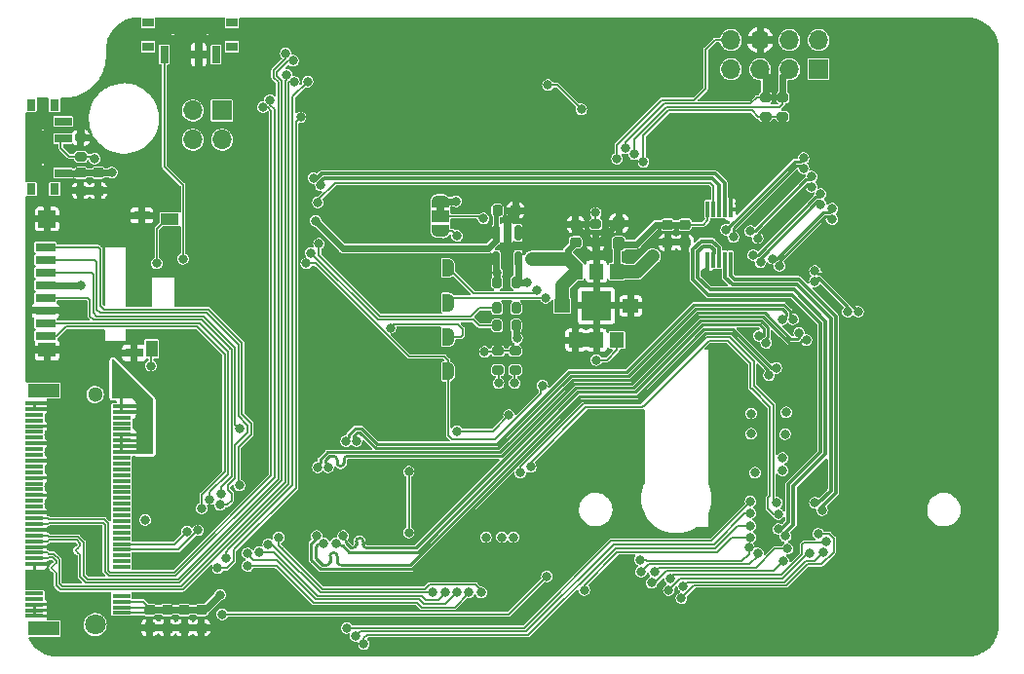
<source format=gbr>
%TF.GenerationSoftware,KiCad,Pcbnew,(5.99.0-10407-g1e8b23402c)*%
%TF.CreationDate,2021-06-15T10:43:31-06:00*%
%TF.ProjectId,lobby,6c6f6262-792e-46b6-9963-61645f706362,rev?*%
%TF.SameCoordinates,Original*%
%TF.FileFunction,Copper,L4,Bot*%
%TF.FilePolarity,Positive*%
%FSLAX46Y46*%
G04 Gerber Fmt 4.6, Leading zero omitted, Abs format (unit mm)*
G04 Created by KiCad (PCBNEW (5.99.0-10407-g1e8b23402c)) date 2021-06-15 10:43:31*
%MOMM*%
%LPD*%
G01*
G04 APERTURE LIST*
G04 Aperture macros list*
%AMRoundRect*
0 Rectangle with rounded corners*
0 $1 Rounding radius*
0 $2 $3 $4 $5 $6 $7 $8 $9 X,Y pos of 4 corners*
0 Add a 4 corners polygon primitive as box body*
4,1,4,$2,$3,$4,$5,$6,$7,$8,$9,$2,$3,0*
0 Add four circle primitives for the rounded corners*
1,1,$1+$1,$2,$3*
1,1,$1+$1,$4,$5*
1,1,$1+$1,$6,$7*
1,1,$1+$1,$8,$9*
0 Add four rect primitives between the rounded corners*
20,1,$1+$1,$2,$3,$4,$5,0*
20,1,$1+$1,$4,$5,$6,$7,0*
20,1,$1+$1,$6,$7,$8,$9,0*
20,1,$1+$1,$8,$9,$2,$3,0*%
%AMFreePoly0*
4,1,20,0.000000,0.744959,0.073905,0.744508,0.209726,0.703889,0.328688,0.626782,0.421226,0.519385,0.479903,0.390333,0.500000,0.250000,0.500000,-0.250000,0.499851,-0.262216,0.476331,-0.402017,0.414519,-0.529596,0.319384,-0.634700,0.198574,-0.708877,0.061801,-0.746166,0.000000,-0.745033,0.000000,-0.750000,-0.550000,-0.750000,-0.550000,0.750000,0.000000,0.750000,0.000000,0.744959,
0.000000,0.744959,$1*%
%AMFreePoly1*
4,1,22,0.550000,-0.750000,0.000000,-0.750000,0.000000,-0.745033,-0.079941,-0.743568,-0.215256,-0.701293,-0.333266,-0.622738,-0.424486,-0.514219,-0.481581,-0.384460,-0.499164,-0.250000,-0.500000,-0.250000,-0.500000,0.250000,-0.499164,0.250000,-0.499963,0.256109,-0.478152,0.396186,-0.417904,0.524511,-0.324060,0.630769,-0.204165,0.706417,-0.067858,0.745374,0.000000,0.744959,0.000000,0.750000,
0.550000,0.750000,0.550000,-0.750000,0.550000,-0.750000,$1*%
%AMFreePoly2*
4,1,22,0.500000,-0.750000,0.000000,-0.750000,0.000000,-0.745033,-0.079941,-0.743568,-0.215256,-0.701293,-0.333266,-0.622738,-0.424486,-0.514219,-0.481581,-0.384460,-0.499164,-0.250000,-0.500000,-0.250000,-0.500000,0.250000,-0.499164,0.250000,-0.499963,0.256109,-0.478152,0.396186,-0.417904,0.524511,-0.324060,0.630769,-0.204165,0.706417,-0.067858,0.745374,0.000000,0.744959,0.000000,0.750000,
0.500000,0.750000,0.500000,-0.750000,0.500000,-0.750000,$1*%
%AMFreePoly3*
4,1,20,0.000000,0.744959,0.073905,0.744508,0.209726,0.703889,0.328688,0.626782,0.421226,0.519385,0.479903,0.390333,0.500000,0.250000,0.500000,-0.250000,0.499851,-0.262216,0.476331,-0.402017,0.414519,-0.529596,0.319384,-0.634700,0.198574,-0.708877,0.061801,-0.746166,0.000000,-0.745033,0.000000,-0.750000,-0.500000,-0.750000,-0.500000,0.750000,0.000000,0.750000,0.000000,0.744959,
0.000000,0.744959,$1*%
G04 Aperture macros list end*
%TA.AperFunction,SMDPad,CuDef*%
%ADD10R,1.000000X0.800000*%
%TD*%
%TA.AperFunction,SMDPad,CuDef*%
%ADD11R,0.700000X1.500000*%
%TD*%
%TA.AperFunction,SMDPad,CuDef*%
%ADD12FreePoly0,270.000000*%
%TD*%
%TA.AperFunction,SMDPad,CuDef*%
%ADD13R,1.500000X1.000000*%
%TD*%
%TA.AperFunction,SMDPad,CuDef*%
%ADD14FreePoly1,270.000000*%
%TD*%
%TA.AperFunction,SMDPad,CuDef*%
%ADD15RoundRect,0.225000X-0.250000X0.225000X-0.250000X-0.225000X0.250000X-0.225000X0.250000X0.225000X0*%
%TD*%
%TA.AperFunction,SMDPad,CuDef*%
%ADD16FreePoly2,180.000000*%
%TD*%
%TA.AperFunction,SMDPad,CuDef*%
%ADD17FreePoly3,180.000000*%
%TD*%
%TA.AperFunction,SMDPad,CuDef*%
%ADD18RoundRect,0.200000X-0.200000X-0.275000X0.200000X-0.275000X0.200000X0.275000X-0.200000X0.275000X0*%
%TD*%
%TA.AperFunction,SMDPad,CuDef*%
%ADD19R,2.750000X1.200000*%
%TD*%
%TA.AperFunction,WasherPad*%
%ADD20C,1.300000*%
%TD*%
%TA.AperFunction,WasherPad*%
%ADD21C,1.800000*%
%TD*%
%TA.AperFunction,SMDPad,CuDef*%
%ADD22R,1.550000X0.300000*%
%TD*%
%TA.AperFunction,SMDPad,CuDef*%
%ADD23RoundRect,0.225000X0.250000X-0.225000X0.250000X0.225000X-0.250000X0.225000X-0.250000X-0.225000X0*%
%TD*%
%TA.AperFunction,SMDPad,CuDef*%
%ADD24RoundRect,0.225000X-0.225000X-0.250000X0.225000X-0.250000X0.225000X0.250000X-0.225000X0.250000X0*%
%TD*%
%TA.AperFunction,SMDPad,CuDef*%
%ADD25RoundRect,0.200000X0.275000X-0.200000X0.275000X0.200000X-0.275000X0.200000X-0.275000X-0.200000X0*%
%TD*%
%TA.AperFunction,ComponentPad*%
%ADD26R,1.700000X1.700000*%
%TD*%
%TA.AperFunction,ComponentPad*%
%ADD27O,1.700000X1.700000*%
%TD*%
%TA.AperFunction,SMDPad,CuDef*%
%ADD28R,1.750000X0.700000*%
%TD*%
%TA.AperFunction,SMDPad,CuDef*%
%ADD29R,1.550000X1.000000*%
%TD*%
%TA.AperFunction,SMDPad,CuDef*%
%ADD30R,1.000000X1.475000*%
%TD*%
%TA.AperFunction,SMDPad,CuDef*%
%ADD31R,1.500000X0.800000*%
%TD*%
%TA.AperFunction,SMDPad,CuDef*%
%ADD32R,1.500000X1.300000*%
%TD*%
%TA.AperFunction,SMDPad,CuDef*%
%ADD33R,1.500000X1.500000*%
%TD*%
%TA.AperFunction,SMDPad,CuDef*%
%ADD34R,1.400000X0.800000*%
%TD*%
%TA.AperFunction,SMDPad,CuDef*%
%ADD35R,1.500000X0.700000*%
%TD*%
%TA.AperFunction,SMDPad,CuDef*%
%ADD36R,0.800000X1.000000*%
%TD*%
%TA.AperFunction,SMDPad,CuDef*%
%ADD37RoundRect,0.200000X0.200000X0.275000X-0.200000X0.275000X-0.200000X-0.275000X0.200000X-0.275000X0*%
%TD*%
%TA.AperFunction,SMDPad,CuDef*%
%ADD38RoundRect,0.250000X0.275000X-0.312500X0.275000X0.312500X-0.275000X0.312500X-0.275000X-0.312500X0*%
%TD*%
%TA.AperFunction,SMDPad,CuDef*%
%ADD39RoundRect,0.200000X-0.275000X0.200000X-0.275000X-0.200000X0.275000X-0.200000X0.275000X0.200000X0*%
%TD*%
%TA.AperFunction,SMDPad,CuDef*%
%ADD40R,0.300000X1.400000*%
%TD*%
%TA.AperFunction,SMDPad,CuDef*%
%ADD41R,1.200000X1.350000*%
%TD*%
%TA.AperFunction,SMDPad,CuDef*%
%ADD42R,1.350000X1.200000*%
%TD*%
%TA.AperFunction,SMDPad,CuDef*%
%ADD43R,2.600000X2.600000*%
%TD*%
%TA.AperFunction,SMDPad,CuDef*%
%ADD44RoundRect,0.150000X-0.150000X0.512500X-0.150000X-0.512500X0.150000X-0.512500X0.150000X0.512500X0*%
%TD*%
%TA.AperFunction,ViaPad*%
%ADD45C,0.800000*%
%TD*%
%TA.AperFunction,Conductor*%
%ADD46C,0.200000*%
%TD*%
%TA.AperFunction,Conductor*%
%ADD47C,0.400000*%
%TD*%
%TA.AperFunction,Conductor*%
%ADD48C,0.600000*%
%TD*%
%TA.AperFunction,Conductor*%
%ADD49C,1.200000*%
%TD*%
%TA.AperFunction,Conductor*%
%ADD50C,0.254000*%
%TD*%
%TA.AperFunction,Conductor*%
%ADD51C,0.350000*%
%TD*%
G04 APERTURE END LIST*
%TO.C,JP5*%
G36*
X56550000Y-37100000D02*
G01*
X55950000Y-37100000D01*
X55950000Y-36600000D01*
X56550000Y-36600000D01*
X56550000Y-37100000D01*
G37*
%TD*%
D10*
%TO.P,SW1,MNT*%
%TO.N,N/C*%
X30850000Y-20650000D03*
X38150000Y-22750000D03*
X38150000Y-20650000D03*
X30850000Y-22750000D03*
D11*
%TO.P,SW1,3*%
X36750000Y-23450000D03*
%TO.P,SW1,2,B*%
%TO.N,GND*%
X35250000Y-23450000D03*
%TO.P,SW1,1,A*%
%TO.N,/nRPIBOOT*%
X32250000Y-23450000D03*
%TD*%
D12*
%TO.P,JP5,3,B*%
%TO.N,/+1.8v*%
X56250000Y-38800000D03*
D13*
%TO.P,JP5,2,C*%
%TO.N,/GPIO_VREF*%
X56250000Y-37500000D03*
D14*
%TO.P,JP5,1,A*%
%TO.N,/+3.3v*%
X56250000Y-36200000D03*
%TD*%
D15*
%TO.P,C5,1*%
%TO.N,/+3.3v*%
X32500000Y-71725000D03*
%TO.P,C5,2*%
%TO.N,GND*%
X32500000Y-73275000D03*
%TD*%
D16*
%TO.P,JP3,1,A*%
%TO.N,/BT_nDis*%
X56925000Y-45000000D03*
D17*
%TO.P,JP3,2,B*%
%TO.N,GND*%
X55625000Y-45000000D03*
%TD*%
D18*
%TO.P,R7,1*%
%TO.N,/+3.3v*%
X61175000Y-43250000D03*
%TO.P,R7,2*%
%TO.N,/SD_PWR_ON*%
X62825000Y-43250000D03*
%TD*%
D19*
%TO.P,U2,*%
%TO.N,*%
X21750000Y-52650000D03*
D20*
X26250000Y-53000000D03*
D19*
X21750000Y-73350000D03*
D21*
X26250000Y-73000000D03*
D22*
%TO.P,U2,1,GND*%
%TO.N,GND*%
X20975000Y-53750000D03*
%TO.P,U2,2,3.3V*%
%TO.N,/+3.3v*%
X28525000Y-54000000D03*
%TO.P,U2,3,GND*%
%TO.N,GND*%
X20975000Y-54250000D03*
%TO.P,U2,4,3.3V*%
%TO.N,/+3.3v*%
X28525000Y-54500000D03*
%TO.P,U2,5,PERn3*%
%TO.N,unconnected-(U2-Pad5)*%
X20975000Y-54750000D03*
%TO.P,U2,6,NC*%
%TO.N,unconnected-(U2-Pad6)*%
X28525000Y-55000000D03*
%TO.P,U2,7,PERp3*%
%TO.N,unconnected-(U2-Pad7)*%
X20975000Y-55250000D03*
%TO.P,U2,8,NC*%
%TO.N,unconnected-(U2-Pad8)*%
X28525000Y-55500000D03*
%TO.P,U2,9,GND*%
%TO.N,GND*%
X20975000Y-55750000D03*
%TO.P,U2,10,DAS/DSS/LED_1#*%
%TO.N,unconnected-(U2-Pad10)*%
X28525000Y-56000000D03*
%TO.P,U2,11,PETn3*%
%TO.N,unconnected-(U2-Pad11)*%
X20975000Y-56250000D03*
%TO.P,U2,12,3.3V*%
%TO.N,/+3.3v*%
X28525000Y-56500000D03*
%TO.P,U2,13,PETp3*%
%TO.N,unconnected-(U2-Pad13)*%
X20975000Y-56750000D03*
%TO.P,U2,14,3.3V*%
%TO.N,/+3.3v*%
X28525000Y-57000000D03*
%TO.P,U2,15,GND*%
%TO.N,GND*%
X20975000Y-57250000D03*
%TO.P,U2,16,3.3V*%
%TO.N,/+3.3v*%
X28525000Y-57500000D03*
%TO.P,U2,17,PERn2*%
%TO.N,unconnected-(U2-Pad17)*%
X20975000Y-57750000D03*
%TO.P,U2,18,3.3V*%
%TO.N,/+3.3v*%
X28525000Y-58000000D03*
%TO.P,U2,19,PERp2*%
%TO.N,unconnected-(U2-Pad19)*%
X20975000Y-58250000D03*
%TO.P,U2,20,NC*%
%TO.N,unconnected-(U2-Pad20)*%
X28525000Y-58500000D03*
%TO.P,U2,21,GND*%
%TO.N,GND*%
X20975000Y-58750000D03*
%TO.P,U2,22,NC*%
%TO.N,unconnected-(U2-Pad22)*%
X28525000Y-59000000D03*
%TO.P,U2,23,PETn2*%
%TO.N,unconnected-(U2-Pad23)*%
X20975000Y-59250000D03*
%TO.P,U2,24,NC*%
%TO.N,unconnected-(U2-Pad24)*%
X28525000Y-59500000D03*
%TO.P,U2,25,PETp2*%
%TO.N,unconnected-(U2-Pad25)*%
X20975000Y-59750000D03*
%TO.P,U2,26,NC*%
%TO.N,unconnected-(U2-Pad26)*%
X28525000Y-60000000D03*
%TO.P,U2,27,GND*%
%TO.N,GND*%
X20975000Y-60250000D03*
%TO.P,U2,28,NC*%
%TO.N,unconnected-(U2-Pad28)*%
X28525000Y-60500000D03*
%TO.P,U2,29,PERn1*%
%TO.N,unconnected-(U2-Pad29)*%
X20975000Y-60750000D03*
%TO.P,U2,30,NC*%
%TO.N,unconnected-(U2-Pad30)*%
X28525000Y-61000000D03*
%TO.P,U2,31,PERp1*%
%TO.N,unconnected-(U2-Pad31)*%
X20975000Y-61250000D03*
%TO.P,U2,32,NC*%
%TO.N,unconnected-(U2-Pad32)*%
X28525000Y-61500000D03*
%TO.P,U2,33,GND*%
%TO.N,GND*%
X20975000Y-61750000D03*
%TO.P,U2,34,NC*%
%TO.N,unconnected-(U2-Pad34)*%
X28525000Y-62000000D03*
%TO.P,U2,35,PETn1*%
%TO.N,unconnected-(U2-Pad35)*%
X20975000Y-62250000D03*
%TO.P,U2,36,NC*%
%TO.N,unconnected-(U2-Pad36)*%
X28525000Y-62500000D03*
%TO.P,U2,37,PETp1*%
%TO.N,unconnected-(U2-Pad37)*%
X20975000Y-62750000D03*
%TO.P,U2,38,DEVSLP*%
%TO.N,unconnected-(U2-Pad38)*%
X28525000Y-63000000D03*
%TO.P,U2,39,GND*%
%TO.N,GND*%
X20975000Y-63250000D03*
%TO.P,U2,40,SMB_CLK*%
%TO.N,unconnected-(U2-Pad40)*%
X28525000Y-63500000D03*
%TO.P,U2,41,PERn0/SATA-B+*%
%TO.N,/PCIE_RX_N*%
X20975000Y-63750000D03*
%TO.P,U2,42,SMB_DATA*%
%TO.N,unconnected-(U2-Pad42)*%
X28525000Y-64000000D03*
%TO.P,U2,43,PERp0/SATA-B-*%
%TO.N,/PCIE_RX_P*%
X20975000Y-64250000D03*
%TO.P,U2,44,ALERT#*%
%TO.N,unconnected-(U2-Pad44)*%
X28525000Y-64500000D03*
%TO.P,U2,45,GND*%
%TO.N,GND*%
X20975000Y-64750000D03*
%TO.P,U2,46,NC*%
%TO.N,unconnected-(U2-Pad46)*%
X28525000Y-65000000D03*
%TO.P,U2,47,PETn0/SATA-A-*%
%TO.N,/PCIE_TX_N*%
X20975000Y-65250000D03*
%TO.P,U2,48,NC*%
%TO.N,unconnected-(U2-Pad48)*%
X28525000Y-65500000D03*
%TO.P,U2,49,PETp0/SATA-A+*%
%TO.N,/PCIE_TX_P*%
X20975000Y-65750000D03*
%TO.P,U2,50,PERST#*%
%TO.N,/PCIE_nRST*%
X28525000Y-66000000D03*
%TO.P,U2,51,GND*%
%TO.N,GND*%
X20975000Y-66250000D03*
%TO.P,U2,52,CLKREQ#*%
%TO.N,/PCIE_CLK_nREQ*%
X28525000Y-66500000D03*
%TO.P,U2,53,REFCLKn*%
%TO.N,/PCIE_CLK_N*%
X20975000Y-66750000D03*
%TO.P,U2,54,PEWAKE#*%
%TO.N,unconnected-(U2-Pad54)*%
X28525000Y-67000000D03*
%TO.P,U2,55,REFCLKp*%
%TO.N,/PCIE_CLK_P*%
X20975000Y-67250000D03*
%TO.P,U2,56,NC*%
%TO.N,unconnected-(U2-Pad56)*%
X28525000Y-67500000D03*
%TO.P,U2,57,GND*%
%TO.N,GND*%
X20975000Y-67750000D03*
%TO.P,U2,58,NC*%
%TO.N,unconnected-(U2-Pad58)*%
X28525000Y-68000000D03*
%TO.P,U2,67,NC*%
%TO.N,unconnected-(U2-Pad67)*%
X20975000Y-70250000D03*
%TO.P,U2,68,SUSCLK*%
%TO.N,unconnected-(U2-Pad68)*%
X28525000Y-70500000D03*
%TO.P,U2,69,PEDET*%
%TO.N,unconnected-(U2-Pad69)*%
X20975000Y-70750000D03*
%TO.P,U2,70,3.3V*%
%TO.N,/+3.3v*%
X28525000Y-71000000D03*
%TO.P,U2,71,GND*%
%TO.N,GND*%
X20975000Y-71250000D03*
%TO.P,U2,72,3.3V*%
%TO.N,/+3.3v*%
X28525000Y-71500000D03*
%TO.P,U2,73,GND*%
%TO.N,GND*%
X20975000Y-71750000D03*
%TO.P,U2,74,3.3V*%
%TO.N,/+3.3v*%
X28525000Y-72000000D03*
%TO.P,U2,75,GND*%
%TO.N,GND*%
X20975000Y-72250000D03*
%TD*%
D16*
%TO.P,JP1,1,A*%
%TO.N,/nRPIBOOT*%
X56925000Y-51000000D03*
D17*
%TO.P,JP1,2,B*%
%TO.N,GND*%
X55625000Y-51000000D03*
%TD*%
D15*
%TO.P,C4,1*%
%TO.N,/+3.3v*%
X34000000Y-71725000D03*
%TO.P,C4,2*%
%TO.N,GND*%
X34000000Y-73275000D03*
%TD*%
%TO.P,C11,1*%
%TO.N,/+3.3v*%
X31000000Y-71715000D03*
%TO.P,C11,2*%
%TO.N,GND*%
X31000000Y-73265000D03*
%TD*%
%TO.P,C9,1*%
%TO.N,/+3.3v*%
X76000000Y-38225000D03*
%TO.P,C9,2*%
%TO.N,GND*%
X76000000Y-39775000D03*
%TD*%
D16*
%TO.P,JP2,1,A*%
%TO.N,/EEPROM_nWP*%
X56925000Y-48000000D03*
D17*
%TO.P,JP2,2,B*%
%TO.N,GND*%
X55625000Y-48000000D03*
%TD*%
D23*
%TO.P,C7,1*%
%TO.N,/+5v*%
X68000000Y-39775000D03*
%TO.P,C7,2*%
%TO.N,GND*%
X68000000Y-38225000D03*
%TD*%
D24*
%TO.P,C1,1*%
%TO.N,/sd/SD_PWR*%
X61225000Y-37000000D03*
%TO.P,C1,2*%
%TO.N,GND*%
X62775000Y-37000000D03*
%TD*%
D25*
%TO.P,R3,1*%
%TO.N,/GPIO_VREF*%
X86000000Y-28825000D03*
%TO.P,R3,2*%
%TO.N,/GPIO2*%
X86000000Y-27175000D03*
%TD*%
D26*
%TO.P,J2,1,Pin_1*%
%TO.N,/+3.3v*%
X89113646Y-24720153D03*
D27*
%TO.P,J2,2,Pin_2*%
%TO.N,/+5v*%
X89113646Y-22180153D03*
%TO.P,J2,3,Pin_3*%
%TO.N,/GPIO2*%
X86573646Y-24720153D03*
%TO.P,J2,4,Pin_4*%
%TO.N,/+5v*%
X86573646Y-22180153D03*
%TO.P,J2,5,Pin_5*%
%TO.N,/GPIO3*%
X84033646Y-24720153D03*
%TO.P,J2,6,Pin_6*%
%TO.N,GND*%
X84033646Y-22180153D03*
%TO.P,J2,7*%
%TO.N,N/C*%
X81493646Y-24720153D03*
%TO.P,J2,8,Pin_8*%
%TO.N,/GPIO14*%
X81493646Y-22180153D03*
%TD*%
D28*
%TO.P,J3,1,DAT2*%
%TO.N,/SD_DAT2*%
X21925000Y-40200000D03*
%TO.P,J3,2,DAT3/CD*%
%TO.N,/SD_DAT3*%
X21925000Y-41300000D03*
%TO.P,J3,3,CMD*%
%TO.N,/SD_CMD*%
X21925000Y-42400000D03*
%TO.P,J3,4,VDD*%
%TO.N,/sd/SD_PWR*%
X21925000Y-43500000D03*
%TO.P,J3,5,CLK*%
%TO.N,/SD_CLK*%
X21925000Y-44600000D03*
%TO.P,J3,6,VSS*%
%TO.N,GND*%
X21925000Y-45700000D03*
%TO.P,J3,7,DAT0*%
%TO.N,/SD_DAT0*%
X21925000Y-46800000D03*
%TO.P,J3,8,DAT1*%
%TO.N,/SD_DAT1*%
X21925000Y-47900000D03*
D29*
%TO.P,J3,9,DET_B*%
%TO.N,Net-(J3-Pad9)*%
X32725000Y-37750000D03*
D30*
%TO.P,J3,10,DET_A*%
%TO.N,Net-(J3-Pad10)*%
X31150000Y-49037500D03*
D31*
%TO.P,J3,11,SHIELD*%
%TO.N,GND*%
X29650000Y-49375000D03*
D32*
X22050000Y-49100000D03*
D33*
X22050000Y-37750000D03*
D34*
X30300000Y-37425000D03*
%TD*%
D35*
%TO.P,SW2,1,A*%
%TO.N,/+3.3v*%
X23450000Y-33750000D03*
%TO.P,SW2,2,B*%
%TO.N,/USBOTG_ID*%
X23450000Y-30750000D03*
%TO.P,SW2,3*%
%TO.N,N/C*%
X23450000Y-29250000D03*
D36*
%TO.P,SW2,MNT*%
X22750000Y-35150000D03*
X20650000Y-27850000D03*
X22750000Y-27850000D03*
X20650000Y-35150000D03*
%TD*%
D37*
%TO.P,R6,1*%
%TO.N,/sd/Reserved*%
X62825000Y-45500000D03*
%TO.P,R6,2*%
%TO.N,Net-(J3-Pad9)*%
X61175000Y-45500000D03*
%TD*%
D16*
%TO.P,JP4,1,A*%
%TO.N,/WL_nDis*%
X56925000Y-42000000D03*
D17*
%TO.P,JP4,2,B*%
%TO.N,GND*%
X55625000Y-42000000D03*
%TD*%
D26*
%TO.P,J1,1,Pin_1*%
%TO.N,/TR1_TAP*%
X37263646Y-28310153D03*
D27*
%TO.P,J1,2,Pin_2*%
%TO.N,/TR2_TAP*%
X34723646Y-28310153D03*
%TO.P,J1,3,Pin_3*%
%TO.N,/TR0_TAP*%
X37263646Y-30850153D03*
%TO.P,J1,4,Pin_4*%
%TO.N,/TR3_TAP*%
X34723646Y-30850153D03*
%TD*%
D38*
%TO.P,C6,1*%
%TO.N,/+3.3v*%
X71750000Y-39887500D03*
%TO.P,C6,2*%
%TO.N,GND*%
X71750000Y-38112500D03*
%TD*%
D15*
%TO.P,C8,1*%
%TO.N,/+3.3v*%
X77500000Y-38225000D03*
%TO.P,C8,2*%
%TO.N,GND*%
X77500000Y-39775000D03*
%TD*%
%TO.P,C2,1*%
%TO.N,/+3.3v*%
X26500000Y-33725000D03*
%TO.P,C2,2*%
%TO.N,GND*%
X26500000Y-35275000D03*
%TD*%
D39*
%TO.P,R9,1*%
%TO.N,Net-(R9-Pad1)*%
X69750000Y-38175000D03*
%TO.P,R9,2*%
%TO.N,GND*%
X69750000Y-39825000D03*
%TD*%
D37*
%TO.P,R5,1*%
%TO.N,/+3.3v*%
X62825000Y-47000000D03*
%TO.P,R5,2*%
%TO.N,Net-(J3-Pad10)*%
X61175000Y-47000000D03*
%TD*%
D39*
%TO.P,R1,1*%
%TO.N,/GPIO_VREF*%
X61250000Y-49225000D03*
%TO.P,R1,2*%
%TO.N,/SCL0*%
X61250000Y-50875000D03*
%TD*%
D25*
%TO.P,R8,1*%
%TO.N,/USBOTG_ID*%
X25000000Y-32325000D03*
%TO.P,R8,2*%
%TO.N,GND*%
X25000000Y-30675000D03*
%TD*%
D40*
%TO.P,U4,1,VCC*%
%TO.N,/+3.3v*%
X79470000Y-36890000D03*
%TO.P,U4,2,SEL*%
%TO.N,/USBOTG_ID*%
X79970000Y-36890000D03*
%TO.P,U4,3,D_P*%
%TO.N,/USB2_P*%
X80470000Y-36890000D03*
%TO.P,U4,4,D_N*%
%TO.N,/USB2_N*%
X80970000Y-36890000D03*
%TO.P,U4,5,GND*%
%TO.N,GND*%
X81470000Y-36890000D03*
%TO.P,U4,6,HSD0_M*%
%TO.N,/USB2_HOST_N*%
X81470000Y-41290000D03*
%TO.P,U4,7,HSD0_P*%
%TO.N,/USB2_HOST_P*%
X80970000Y-41290000D03*
%TO.P,U4,8,HSD1_M*%
%TO.N,/USB2_DEV_N*%
X80470000Y-41290000D03*
%TO.P,U4,9,HSD1_P*%
%TO.N,/USB2_DEV_P*%
X79970000Y-41290000D03*
%TO.P,U4,10,nOE*%
%TO.N,GND*%
X79470000Y-41290000D03*
%TD*%
D39*
%TO.P,R2,1*%
%TO.N,/GPIO_VREF*%
X62750000Y-49225000D03*
%TO.P,R2,2*%
%TO.N,/SDA0*%
X62750000Y-50875000D03*
%TD*%
D25*
%TO.P,R4,1*%
%TO.N,/GPIO_VREF*%
X84500000Y-28825000D03*
%TO.P,R4,2*%
%TO.N,/GPIO3*%
X84500000Y-27175000D03*
%TD*%
D41*
%TO.P,U3,1,VAR*%
%TO.N,Net-(R9-Pad1)*%
X71605000Y-48260000D03*
%TO.P,U3,2,GND*%
%TO.N,GND*%
X69805000Y-48260000D03*
%TO.P,U3,3,GND*%
X68005000Y-48260000D03*
D42*
%TO.P,U3,4,VIN*%
%TO.N,/+5v*%
X66830000Y-45285000D03*
D41*
%TO.P,U3,5,EN*%
X68005000Y-42310000D03*
%TO.P,U3,6,GND*%
%TO.N,GND*%
X69805000Y-42310000D03*
%TO.P,U3,7,VOUT*%
%TO.N,/+3.3v*%
X71605000Y-42310000D03*
D42*
%TO.P,U3,8,GND*%
%TO.N,GND*%
X72780000Y-45285000D03*
D43*
%TO.P,U3,9,GND*%
X69805000Y-45285000D03*
%TD*%
D15*
%TO.P,C3,1*%
%TO.N,/+3.3v*%
X25000000Y-33725000D03*
%TO.P,C3,2*%
%TO.N,GND*%
X25000000Y-35275000D03*
%TD*%
%TO.P,C10,1*%
%TO.N,/+3.3v*%
X35500000Y-71725000D03*
%TO.P,C10,2*%
%TO.N,GND*%
X35500000Y-73275000D03*
%TD*%
D44*
%TO.P,U1,1,OUT*%
%TO.N,/sd/SD_PWR*%
X61100000Y-38932500D03*
%TO.P,U1,2,GND*%
%TO.N,GND*%
X62050000Y-38932500D03*
%TO.P,U1,3,nFLG*%
%TO.N,unconnected-(U1-Pad3)*%
X63000000Y-38932500D03*
%TO.P,U1,4,EN*%
%TO.N,/SD_PWR_ON*%
X63000000Y-41207500D03*
%TO.P,U1,5,IN*%
%TO.N,/+3.3v*%
X61100000Y-41207500D03*
%TD*%
D45*
%TO.N,/nRPIBOOT*%
X33900000Y-41200000D03*
X44600000Y-41600000D03*
%TO.N,/sd/SD_PWR*%
X45400000Y-37900000D03*
X25000000Y-43500000D03*
%TO.N,GND*%
X55000000Y-68000000D03*
X26200000Y-68100000D03*
X47500000Y-45000000D03*
X47000000Y-69000000D03*
X47500000Y-38500000D03*
X40000000Y-42500000D03*
X70000000Y-57500000D03*
X35000000Y-35000000D03*
X70750000Y-31250000D03*
X47850000Y-28940000D03*
X60000000Y-67500000D03*
X61000000Y-35250000D03*
X62000000Y-40100000D03*
X79300000Y-42400000D03*
X24900000Y-29800000D03*
X54500000Y-51100000D03*
X65000000Y-21000000D03*
X35750000Y-64000000D03*
X47500000Y-52500000D03*
X78600000Y-70350000D03*
X23000000Y-71800000D03*
X62500000Y-67500000D03*
X30000000Y-75000000D03*
X86750000Y-42200000D03*
X45000000Y-47500000D03*
X69350000Y-66550000D03*
X34750000Y-62000000D03*
X50700000Y-59900000D03*
X85800000Y-70750000D03*
X59000000Y-71350000D03*
X72500000Y-71700000D03*
X37500000Y-75000000D03*
X27000000Y-62300000D03*
X23080000Y-62765500D03*
X85100000Y-49600000D03*
X83050000Y-53450000D03*
X30000000Y-40000000D03*
X40000000Y-22500000D03*
X40000000Y-54000000D03*
X55000000Y-22500000D03*
X23000000Y-57000000D03*
X54550000Y-69200000D03*
X23000000Y-59000000D03*
X28000000Y-49000000D03*
X52500000Y-42500000D03*
X50750000Y-28500000D03*
X42500000Y-75000000D03*
X74000000Y-21000000D03*
X68000000Y-21000000D03*
X50000000Y-42500000D03*
X62500000Y-70000000D03*
X45000000Y-55000000D03*
X68000000Y-67700000D03*
X87700000Y-51300000D03*
X56000000Y-67000000D03*
X67500000Y-50000000D03*
X89050000Y-63950000D03*
X80000000Y-21000000D03*
X23900000Y-51300000D03*
X44500000Y-27250000D03*
X35000000Y-60000000D03*
X64700000Y-31000000D03*
X83500000Y-72250000D03*
X42500000Y-70000000D03*
X35900000Y-36500000D03*
X25000000Y-75000000D03*
X27500000Y-75000000D03*
X32500000Y-75000000D03*
X45000000Y-50000000D03*
X77000000Y-21000000D03*
X40500000Y-55000000D03*
X87900000Y-46650000D03*
X85550000Y-48650000D03*
X23000000Y-55000000D03*
X45000000Y-52500000D03*
X26200000Y-66900000D03*
X23000000Y-61000000D03*
X56000000Y-21000000D03*
X92950000Y-71900000D03*
X30000000Y-42500000D03*
X47500000Y-35500000D03*
X46010000Y-29210000D03*
X30250000Y-65250000D03*
X62200000Y-25600000D03*
X52500000Y-45000000D03*
X44000000Y-66000000D03*
X62000000Y-21000000D03*
X47500000Y-50000000D03*
X32500000Y-62500000D03*
X67500000Y-57500000D03*
X52500000Y-25000000D03*
X69500000Y-32750000D03*
X56400000Y-28300000D03*
X59200000Y-68500000D03*
X47500000Y-55000000D03*
X59000000Y-21000000D03*
X52000000Y-28500000D03*
X45000000Y-75000000D03*
X32500000Y-35000000D03*
X37500000Y-42500000D03*
X70000000Y-60000000D03*
X35000000Y-75000000D03*
X59000000Y-25200000D03*
X21100000Y-69100000D03*
X70700000Y-68650000D03*
X50000000Y-50000000D03*
X58500000Y-35250000D03*
X29500000Y-22500000D03*
X93100000Y-69550000D03*
X54200000Y-42000000D03*
X49900000Y-69100000D03*
X47150000Y-72850000D03*
X88550000Y-56200000D03*
X37500000Y-35000000D03*
X50000000Y-55000000D03*
X63900000Y-66600000D03*
X32750000Y-42250000D03*
X88550000Y-57700000D03*
X24000000Y-68800000D03*
X47500000Y-47500000D03*
X80250000Y-38250000D03*
X88600000Y-70900000D03*
X45750000Y-26000000D03*
X61850000Y-71250000D03*
X53500000Y-28500000D03*
X50000000Y-22500000D03*
X52000000Y-59300000D03*
X37500000Y-25000000D03*
X25200000Y-45300000D03*
X31000000Y-67300000D03*
X88600000Y-72250000D03*
X54200000Y-48000000D03*
X87350000Y-50450000D03*
X64600000Y-26100000D03*
X40000000Y-52500000D03*
X49500000Y-28500000D03*
X54250000Y-38500000D03*
X39500000Y-60000000D03*
X37500000Y-45000000D03*
X24100000Y-67700000D03*
X40000000Y-75000000D03*
X59100000Y-66050000D03*
X67500000Y-60000000D03*
X54200000Y-45000000D03*
X82250000Y-36400000D03*
X71000000Y-21000000D03*
X95050000Y-43600000D03*
X24500000Y-46000000D03*
X40000000Y-70000000D03*
X40000000Y-35000000D03*
X32500000Y-40000000D03*
X56000000Y-68800000D03*
X21000000Y-51200000D03*
X54250000Y-35500000D03*
X42000000Y-64000000D03*
X50000000Y-52500000D03*
X90500000Y-38850000D03*
X65300000Y-66800000D03*
X85500000Y-72600000D03*
X50000000Y-47500000D03*
%TO.N,/+3.3v*%
X29850000Y-53050000D03*
X57600000Y-36200000D03*
X73425000Y-42275000D03*
X27700000Y-33700000D03*
X30500000Y-53700000D03*
X29200000Y-52400000D03*
X83600000Y-59800000D03*
X74700000Y-41000000D03*
X74100000Y-41600000D03*
X37100000Y-70400000D03*
X62900000Y-48100000D03*
X30600000Y-63900000D03*
X30600000Y-54600000D03*
X61200000Y-42400000D03*
X28550000Y-51750000D03*
%TO.N,/+5v*%
X64200000Y-41200000D03*
X66300000Y-41200000D03*
X62600000Y-65400000D03*
X86000000Y-59600000D03*
X61600000Y-65400000D03*
X67300000Y-41200000D03*
X86000000Y-58500000D03*
X60200000Y-65400000D03*
X65300000Y-41200000D03*
%TO.N,/TR1_TAP*%
X86300000Y-54550000D03*
%TO.N,/SD_DAT1*%
X35500000Y-62900000D03*
X39500000Y-67900000D03*
X58700000Y-70200000D03*
%TO.N,/SD_DAT0*%
X57700000Y-70200000D03*
X39500000Y-66800000D03*
X36200000Y-62100000D03*
%TO.N,/SD_CLK*%
X55600000Y-70200000D03*
X37200000Y-61600000D03*
X41300000Y-66000000D03*
%TO.N,/SD_CMD*%
X38800000Y-56000000D03*
%TO.N,/SD_DAT3*%
X56700000Y-70200000D03*
X37100000Y-62600000D03*
X40500000Y-66700000D03*
%TO.N,/SD_DAT2*%
X42200000Y-65400000D03*
X59800000Y-70200000D03*
X38800000Y-60900000D03*
%TO.N,/CAM_GPIO*%
X65500000Y-68800000D03*
X37300000Y-72100000D03*
%TO.N,/TR2_TAP*%
X86200000Y-56450000D03*
%TO.N,/SCL0*%
X61300000Y-52000000D03*
%TO.N,/SDA0*%
X62700000Y-52000000D03*
%TO.N,/nRPIBOOT*%
X65100000Y-52200000D03*
%TO.N,/EEPROM_nWP*%
X51900000Y-47200000D03*
%TO.N,/BT_nDis*%
X65400000Y-44600000D03*
%TO.N,/WL_nDis*%
X64600000Y-43900000D03*
%TO.N,/GPIO_VREF*%
X73900000Y-32800000D03*
X60000000Y-37700000D03*
X60100000Y-49300000D03*
%TO.N,/+1.8v*%
X57700000Y-39200000D03*
X57700000Y-56200000D03*
X62200000Y-54800000D03*
%TO.N,/TRD3_P*%
X84804619Y-51322271D03*
X45485337Y-65285337D03*
X84804619Y-51322271D03*
%TO.N,/TRD1_P*%
X87435337Y-47642945D03*
X45605000Y-59318677D03*
X87435337Y-47642945D03*
%TO.N,/TRD3_N*%
X46114663Y-65914663D03*
X85433945Y-50692945D03*
X85433945Y-50692945D03*
%TO.N,/TRD1_N*%
X88064663Y-48272271D03*
X88064663Y-48272271D03*
X46495000Y-59318677D03*
%TO.N,/TRD2_N*%
X47185337Y-65914663D03*
X83935337Y-47885337D03*
%TO.N,/TRD0_N*%
X86895000Y-46452783D03*
X48055000Y-57056000D03*
X86895000Y-46452783D03*
%TO.N,/TRD2_P*%
X84564663Y-48514663D03*
X47814663Y-65285337D03*
%TO.N,/TRD0_P*%
X48945000Y-57056000D03*
X86005000Y-46452783D03*
X86005000Y-46452783D03*
%TO.N,/ETH_LEDY*%
X48100000Y-73300000D03*
X83200000Y-62300000D03*
%TO.N,/ETH_LEDG*%
X83200000Y-63300000D03*
X48900000Y-74000000D03*
%TO.N,/nPI_LED_ACTIVITY*%
X49600000Y-74700000D03*
X83200000Y-64400000D03*
%TO.N,/TR0_TAP*%
X83250000Y-56400000D03*
%TO.N,/TR3_TAP*%
X83250000Y-54650000D03*
%TO.N,/GPIO14*%
X71600000Y-32500000D03*
X53500000Y-59700000D03*
X53500000Y-65000000D03*
%TO.N,/GPIO3*%
X72300000Y-31600000D03*
%TO.N,/GPIO2*%
X73100000Y-32100000D03*
%TO.N,/SD_PWR_ON*%
X63800000Y-43300000D03*
%TO.N,/AnalogIP1*%
X63200000Y-59800000D03*
X85500000Y-62400000D03*
%TO.N,/nPI_LED_PWR*%
X68750000Y-70000000D03*
X83200000Y-65400000D03*
%TO.N,/AnalogIP0*%
X85600000Y-63400000D03*
X64100000Y-59300000D03*
%TO.N,/USBOTG_ID*%
X26200000Y-32500000D03*
X45600000Y-36300000D03*
%TO.N,/PCIE_CLK_nREQ*%
X37600000Y-67200000D03*
X35200000Y-64800000D03*
X44700000Y-25800000D03*
%TO.N,/USB2_N*%
X45232527Y-34179023D03*
%TO.N,/USB2_P*%
X45861853Y-34808349D03*
%TO.N,/PCIE_nRST*%
X36900000Y-68100000D03*
X44100000Y-28900000D03*
X34200000Y-64900000D03*
%TO.N,/PCIE_CLK_P*%
X43514663Y-25814663D03*
%TO.N,/PCIE_CLK_N*%
X42885337Y-25185337D03*
%TO.N,/PCIE_RX_P*%
X41437585Y-27385337D03*
%TO.N,/PCIE_RX_N*%
X40808259Y-28014663D03*
%TO.N,/PCIE_TX_P*%
X43446161Y-23983165D03*
%TO.N,/PCIE_TX_N*%
X42816835Y-23353839D03*
%TO.N,/HDMI1_HOTPLUG*%
X77200000Y-70700000D03*
X89100000Y-65100000D03*
%TO.N,/HDMI1_SDA*%
X77350000Y-69650000D03*
X89500000Y-66750000D03*
%TO.N,/HDMI1_TX2_P*%
X91655000Y-45800000D03*
X88800000Y-43145000D03*
X88800000Y-43145000D03*
%TO.N,/HDMI1_SCL*%
X88350000Y-66800000D03*
X76100000Y-70000000D03*
%TO.N,/HDMI1_TX2_N*%
X88800000Y-42255000D03*
X88800000Y-42255000D03*
X92545000Y-45800000D03*
%TO.N,/HDMI1_CEC*%
X76200000Y-69000000D03*
X89750000Y-65800000D03*
%TO.N,/HDMI0_CEC*%
X86050000Y-67500000D03*
X74600000Y-69350000D03*
%TO.N,/HDMI1_TX1_P*%
X87800000Y-32455000D03*
X87800000Y-32455000D03*
X81085337Y-38685337D03*
%TO.N,/HDMI0_HOTPLUG*%
X74850000Y-68400000D03*
X86400000Y-66400000D03*
%TO.N,/HDMI1_TX1_N*%
X87800000Y-33345000D03*
X81714663Y-39314663D03*
X87800000Y-33345000D03*
%TO.N,/HDMI1_CLK_P*%
X83185337Y-38785337D03*
X83185337Y-38785337D03*
X88496714Y-34050609D03*
%TO.N,/HDMI1_CLK_N*%
X83814663Y-39414663D03*
X83814663Y-39414663D03*
X88496714Y-34940609D03*
%TO.N,/HDMI0_TX2_P*%
X83436258Y-40885897D03*
X83436258Y-40885897D03*
X89296238Y-35564093D03*
%TO.N,/HDMI0_TX2_N*%
X89296238Y-36454093D03*
X84065584Y-41515223D03*
X84065584Y-41515223D03*
%TO.N,/HDMI0_TX0_P*%
X85085337Y-41185337D03*
X85085337Y-41185337D03*
X90300000Y-36855000D03*
%TO.N,/HDMI0_TX0_N*%
X85714663Y-41814663D03*
X85714663Y-41814663D03*
X90300000Y-37745000D03*
%TO.N,/HDMI0_SDA*%
X73600000Y-67350000D03*
X83050000Y-66300000D03*
%TO.N,/HDMI0_SCL*%
X73700000Y-68400000D03*
X68500000Y-28200000D03*
X65600000Y-26100000D03*
X83833477Y-66796980D03*
%TO.N,Net-(J3-Pad9)*%
X31600000Y-41600000D03*
X45700000Y-39900000D03*
%TO.N,Net-(J3-Pad10)*%
X45000000Y-40700000D03*
X31100000Y-50500000D03*
%TO.N,/USB2_HOST_N*%
X89414663Y-63049163D03*
%TO.N,/USB2_HOST_P*%
X88785337Y-62419837D03*
%TO.N,/USB2_DEV_N*%
X85594839Y-64685337D03*
%TO.N,/USB2_DEV_P*%
X86224165Y-65314663D03*
%TO.N,Net-(R9-Pad1)*%
X69800000Y-50000000D03*
X69750000Y-37200000D03*
%TD*%
D46*
%TO.N,/nRPIBOOT*%
X32250000Y-33150000D02*
X32250000Y-23450000D01*
X33900000Y-34800000D02*
X33900000Y-41200000D01*
X32250000Y-33150000D02*
X33900000Y-34800000D01*
X32250000Y-33150000D02*
X32450000Y-33350000D01*
X45400000Y-41600000D02*
X44600000Y-41600000D01*
X53500000Y-49700000D02*
X49800000Y-46000000D01*
X49800000Y-46000000D02*
X45400000Y-41600000D01*
X54500000Y-49700000D02*
X53500000Y-49700000D01*
X61000000Y-56900000D02*
X65000000Y-52900000D01*
X65000000Y-52900000D02*
X65000000Y-52300000D01*
X56925000Y-56525000D02*
X57300000Y-56900000D01*
X56925000Y-51000000D02*
X56925000Y-56525000D01*
X57300000Y-56900000D02*
X61000000Y-56900000D01*
X65000000Y-52300000D02*
X65100000Y-52200000D01*
D47*
%TO.N,/sd/SD_PWR*%
X61100000Y-38932500D02*
X61100000Y-37125000D01*
X61100000Y-37125000D02*
X61225000Y-37000000D01*
D48*
X60800000Y-39900000D02*
X60400000Y-40300000D01*
X60400000Y-40300000D02*
X55900000Y-40300000D01*
X61100000Y-38932500D02*
X61100000Y-39600000D01*
X61100000Y-39600000D02*
X60800000Y-39900000D01*
X21925000Y-43500000D02*
X25000000Y-43500000D01*
X47800000Y-40300000D02*
X45400000Y-37900000D01*
X55900000Y-40300000D02*
X47800000Y-40300000D01*
%TO.N,GND*%
X54450000Y-51150000D02*
X54500000Y-51100000D01*
X54600000Y-51000000D02*
X54500000Y-51100000D01*
X54450000Y-53525000D02*
X54450000Y-51150000D01*
X55625000Y-51000000D02*
X54600000Y-51000000D01*
X62050000Y-38932500D02*
X62050000Y-40050000D01*
D46*
X20975000Y-71250000D02*
X22450000Y-71250000D01*
D48*
X21890000Y-37990000D02*
X21900000Y-38000000D01*
D46*
X20975000Y-72250000D02*
X22550000Y-72250000D01*
D48*
X35880000Y-36520000D02*
X35900000Y-36500000D01*
X25000000Y-35275000D02*
X26500000Y-35275000D01*
D46*
X22450000Y-71250000D02*
X23000000Y-71800000D01*
D48*
X62050000Y-37725000D02*
X62050000Y-38932500D01*
X25000000Y-29900000D02*
X24900000Y-29800000D01*
D46*
X79470000Y-42230000D02*
X79300000Y-42400000D01*
X79470000Y-41290000D02*
X79470000Y-42230000D01*
D49*
X69805000Y-48260000D02*
X68005000Y-48260000D01*
D46*
X22550000Y-72250000D02*
X23000000Y-71800000D01*
D48*
X69425000Y-39825000D02*
X68000000Y-38400000D01*
X69805000Y-39880000D02*
X69750000Y-39825000D01*
X62775000Y-37000000D02*
X62050000Y-37725000D01*
D46*
X22950000Y-71750000D02*
X23000000Y-71800000D01*
D48*
X69750000Y-39825000D02*
X69425000Y-39825000D01*
X68000000Y-38400000D02*
X68000000Y-38225000D01*
X69805000Y-42310000D02*
X69805000Y-39880000D01*
X69975000Y-39825000D02*
X71750000Y-38050000D01*
D46*
X20975000Y-71750000D02*
X22950000Y-71750000D01*
D48*
X55625000Y-48000000D02*
X54200000Y-48000000D01*
X55625000Y-45000000D02*
X54200000Y-45000000D01*
X69750000Y-39825000D02*
X69975000Y-39825000D01*
X25000000Y-30675000D02*
X25000000Y-29900000D01*
X55625000Y-42000000D02*
X54200000Y-42000000D01*
X62050000Y-40050000D02*
X62000000Y-40100000D01*
D46*
%TO.N,/+3.3v*%
X30715000Y-72000000D02*
X31000000Y-71715000D01*
D49*
X71605000Y-42310000D02*
X73390000Y-42310000D01*
D48*
X35500000Y-71725000D02*
X35775000Y-71725000D01*
X23250000Y-33750000D02*
X24975000Y-33750000D01*
X71605000Y-40095000D02*
X71750000Y-39950000D01*
X62825000Y-47000000D02*
X62825000Y-48025000D01*
X74975000Y-38225000D02*
X76000000Y-38225000D01*
X35500000Y-71725000D02*
X34000000Y-71725000D01*
X24975000Y-33750000D02*
X25000000Y-33725000D01*
X62825000Y-48025000D02*
X62900000Y-48100000D01*
X73250000Y-39950000D02*
X74975000Y-38225000D01*
D46*
X30785000Y-71500000D02*
X31000000Y-71715000D01*
X31000000Y-71715000D02*
X31000000Y-71600000D01*
D48*
X76000000Y-38225000D02*
X77500000Y-38225000D01*
X34000000Y-71725000D02*
X32500000Y-71725000D01*
X26500000Y-33725000D02*
X25000000Y-33725000D01*
X61175000Y-42425000D02*
X61200000Y-42400000D01*
D46*
X28525000Y-71500000D02*
X30785000Y-71500000D01*
D48*
X61175000Y-43250000D02*
X61175000Y-42425000D01*
X71750000Y-39950000D02*
X73250000Y-39950000D01*
D46*
X79470000Y-37830000D02*
X79470000Y-36890000D01*
D48*
X32490000Y-71715000D02*
X32500000Y-71725000D01*
D46*
X28525000Y-71000000D02*
X30400000Y-71000000D01*
D48*
X71605000Y-42310000D02*
X71605000Y-40095000D01*
X56250000Y-36200000D02*
X57600000Y-36200000D01*
X61100000Y-42300000D02*
X61200000Y-42400000D01*
D49*
X73425000Y-42275000D02*
X74100000Y-41600000D01*
D48*
X31000000Y-71715000D02*
X32490000Y-71715000D01*
D46*
X28525000Y-72000000D02*
X30715000Y-72000000D01*
D48*
X27675000Y-33725000D02*
X27700000Y-33700000D01*
D46*
X31000000Y-71600000D02*
X30400000Y-71000000D01*
D48*
X61100000Y-41207500D02*
X61100000Y-42300000D01*
D46*
X77500000Y-38225000D02*
X79075000Y-38225000D01*
D48*
X35775000Y-71725000D02*
X37100000Y-70400000D01*
D49*
X74100000Y-41600000D02*
X74700000Y-41000000D01*
D46*
X79075000Y-38225000D02*
X79470000Y-37830000D01*
D48*
X26500000Y-33725000D02*
X27675000Y-33725000D01*
D49*
X73390000Y-42310000D02*
X73425000Y-42275000D01*
D48*
%TO.N,/+5v*%
X67300000Y-41200000D02*
X67300000Y-40475000D01*
D49*
X66300000Y-41200000D02*
X65300000Y-41200000D01*
X68005000Y-41905000D02*
X67300000Y-41200000D01*
D48*
X67300000Y-40475000D02*
X68000000Y-39775000D01*
D49*
X68005000Y-42310000D02*
X68005000Y-41905000D01*
X66830000Y-43485000D02*
X68005000Y-42310000D01*
X66830000Y-45285000D02*
X66830000Y-43485000D01*
X65300000Y-41200000D02*
X64200000Y-41200000D01*
X67300000Y-41200000D02*
X66300000Y-41200000D01*
D46*
%TO.N,/SD_DAT1*%
X45200000Y-71100000D02*
X54200000Y-71100000D01*
X58700000Y-70300000D02*
X58700000Y-70200000D01*
X39500000Y-67900000D02*
X42000000Y-67900000D01*
X37500000Y-59700000D02*
X37500000Y-49500000D01*
X37500000Y-49500000D02*
X35100000Y-47100000D01*
X42000000Y-67900000D02*
X43100000Y-69000000D01*
X23700000Y-47100000D02*
X22900000Y-47900000D01*
X54600000Y-71500000D02*
X57500000Y-71500000D01*
X35100000Y-47100000D02*
X23700000Y-47100000D01*
X35500000Y-61700000D02*
X37500000Y-59700000D01*
X22900000Y-47900000D02*
X21925000Y-47900000D01*
X42000000Y-67900000D02*
X45200000Y-71100000D01*
X35500000Y-62900000D02*
X35500000Y-61700000D01*
X37500000Y-49500000D02*
X37050000Y-49050000D01*
X54200000Y-71100000D02*
X54600000Y-71500000D01*
X57500000Y-71500000D02*
X58700000Y-70300000D01*
%TO.N,/SD_DAT0*%
X39500000Y-66900000D02*
X40000000Y-67400000D01*
X45400000Y-70800000D02*
X54400000Y-70800000D01*
X39500000Y-66800000D02*
X39500000Y-66900000D01*
X37800000Y-49300000D02*
X35300000Y-46800000D01*
X42000000Y-67400000D02*
X45400000Y-70800000D01*
X35300000Y-46800000D02*
X21925000Y-46800000D01*
X45400000Y-70800000D02*
X53800000Y-70800000D01*
X40000000Y-67400000D02*
X42000000Y-67400000D01*
X56700000Y-71200000D02*
X57700000Y-70200000D01*
X29000000Y-46800000D02*
X21925000Y-46800000D01*
X54400000Y-70800000D02*
X54800000Y-71200000D01*
X37800000Y-49300000D02*
X37500000Y-49000000D01*
X36200000Y-61500000D02*
X37800000Y-59900000D01*
X37800000Y-59900000D02*
X37800000Y-49300000D01*
X54800000Y-71200000D02*
X56700000Y-71200000D01*
X36200000Y-62100000D02*
X36200000Y-61500000D01*
%TO.N,/SD_CLK*%
X37200000Y-61000000D02*
X38100000Y-60100000D01*
X26100000Y-46500000D02*
X35500000Y-46500000D01*
X35500000Y-46500000D02*
X38100000Y-49100000D01*
X26100000Y-46500000D02*
X29000000Y-46500000D01*
X45800000Y-70200000D02*
X55600000Y-70200000D01*
X38100000Y-49100000D02*
X38000000Y-49000000D01*
X25600000Y-44600000D02*
X25800000Y-44800000D01*
X41600000Y-66000000D02*
X45800000Y-70200000D01*
X38100000Y-60100000D02*
X38100000Y-49100000D01*
X25800000Y-46200000D02*
X26100000Y-46500000D01*
X37200000Y-61600000D02*
X37200000Y-61000000D01*
X21925000Y-44600000D02*
X25600000Y-44600000D01*
X41300000Y-66000000D02*
X41600000Y-66000000D01*
X25800000Y-44800000D02*
X25800000Y-46200000D01*
X42700000Y-67100000D02*
X45800000Y-70200000D01*
X38100000Y-60100000D02*
X38100000Y-60000000D01*
%TO.N,/SD_CMD*%
X38800000Y-56000000D02*
X38400000Y-55600000D01*
X26400000Y-46200000D02*
X26100000Y-45900000D01*
X26100000Y-42600000D02*
X25900000Y-42400000D01*
X38400000Y-55600000D02*
X38400000Y-48900000D01*
X38400000Y-48900000D02*
X35700000Y-46200000D01*
X25900000Y-42400000D02*
X21925000Y-42400000D01*
X26100000Y-45900000D02*
X26100000Y-42600000D01*
X35700000Y-46200000D02*
X26400000Y-46200000D01*
%TO.N,/SD_DAT3*%
X26700000Y-45900000D02*
X26400000Y-45600000D01*
X56100000Y-70900000D02*
X55000000Y-70900000D01*
X37800000Y-60900000D02*
X38400000Y-60300000D01*
X38700000Y-48700000D02*
X35900000Y-45900000D01*
X38100000Y-61600000D02*
X37800000Y-61300000D01*
X39500000Y-56300000D02*
X39500000Y-55700000D01*
X56700000Y-70200000D02*
X56700000Y-70300000D01*
X54600000Y-70500000D02*
X45600000Y-70500000D01*
X38400000Y-60300000D02*
X38400000Y-57400000D01*
X56700000Y-70300000D02*
X56100000Y-70900000D01*
X38700000Y-54900000D02*
X38700000Y-48700000D01*
X37700000Y-62600000D02*
X38100000Y-62200000D01*
X37800000Y-61300000D02*
X37800000Y-60900000D01*
X35900000Y-45900000D02*
X26700000Y-45900000D01*
X38400000Y-57400000D02*
X39500000Y-56300000D01*
X41800000Y-66700000D02*
X40500000Y-66700000D01*
X26400000Y-45600000D02*
X26400000Y-41500000D01*
X55000000Y-70900000D02*
X54600000Y-70500000D01*
X26400000Y-41500000D02*
X26200000Y-41300000D01*
X38100000Y-62200000D02*
X38100000Y-61600000D01*
X37100000Y-62600000D02*
X37700000Y-62600000D01*
X26200000Y-41300000D02*
X21925000Y-41300000D01*
X45600000Y-70500000D02*
X41800000Y-66700000D01*
X39500000Y-55700000D02*
X38700000Y-54900000D01*
%TO.N,/SD_DAT2*%
X26500000Y-40200000D02*
X21925000Y-40200000D01*
X42200000Y-66100000D02*
X46000000Y-69900000D01*
X46000000Y-69900000D02*
X54900000Y-69900000D01*
X42200000Y-65400000D02*
X42200000Y-66100000D01*
X39000000Y-48500000D02*
X38850000Y-48350000D01*
X59300000Y-69500000D02*
X59800000Y-70000000D01*
X39800000Y-55500000D02*
X39000000Y-54700000D01*
X42200000Y-66100000D02*
X42600000Y-66500000D01*
X26700000Y-45300000D02*
X26700000Y-40400000D01*
X38700000Y-60800000D02*
X38700000Y-57600000D01*
X39000000Y-48500000D02*
X36100000Y-45600000D01*
X27000000Y-45600000D02*
X26700000Y-45300000D01*
X36100000Y-45600000D02*
X27000000Y-45600000D01*
X59800000Y-70000000D02*
X59800000Y-70200000D01*
X39800000Y-56500000D02*
X39800000Y-55500000D01*
X54900000Y-69900000D02*
X55300000Y-69500000D01*
X26700000Y-40400000D02*
X26500000Y-40200000D01*
X39000000Y-54700000D02*
X39000000Y-48500000D01*
X38800000Y-60900000D02*
X38700000Y-60800000D01*
X38700000Y-57600000D02*
X39800000Y-56500000D01*
X55300000Y-69500000D02*
X59300000Y-69500000D01*
%TO.N,/CAM_GPIO*%
X37300000Y-72100000D02*
X39800000Y-72100000D01*
X37300000Y-72100000D02*
X62200000Y-72100000D01*
X62200000Y-72100000D02*
X65500000Y-68800000D01*
%TO.N,/SCL0*%
X61300000Y-52000000D02*
X61300000Y-50925000D01*
X61300000Y-50925000D02*
X61250000Y-50875000D01*
%TO.N,/SDA0*%
X62700000Y-50925000D02*
X62750000Y-50875000D01*
X62700000Y-52000000D02*
X62700000Y-50925000D01*
%TO.N,/nRPIBOOT*%
X56925000Y-50025000D02*
X56600000Y-49700000D01*
X56600000Y-49700000D02*
X54500000Y-49700000D01*
X56925000Y-51000000D02*
X56925000Y-50025000D01*
%TO.N,/EEPROM_nWP*%
X52200000Y-46900000D02*
X51900000Y-47200000D01*
X58000000Y-48000000D02*
X56925000Y-48000000D01*
X58200000Y-47300000D02*
X58200000Y-47800000D01*
X58200000Y-47800000D02*
X58000000Y-48000000D01*
X52700000Y-46900000D02*
X54600000Y-46900000D01*
X57800000Y-46900000D02*
X58200000Y-47300000D01*
X52700000Y-46900000D02*
X52200000Y-46900000D01*
X52700000Y-46900000D02*
X57800000Y-46900000D01*
%TO.N,/BT_nDis*%
X63500000Y-44600000D02*
X65400000Y-44600000D01*
X56925000Y-45000000D02*
X57325000Y-44600000D01*
X57325000Y-44600000D02*
X61500000Y-44600000D01*
X61500000Y-44600000D02*
X63500000Y-44600000D01*
%TO.N,/WL_nDis*%
X64300000Y-44200000D02*
X64600000Y-43900000D01*
X61500000Y-44200000D02*
X64300000Y-44200000D01*
X59125000Y-44200000D02*
X61500000Y-44200000D01*
X56925000Y-42000000D02*
X59125000Y-44200000D01*
%TO.N,/GPIO_VREF*%
X56250000Y-37500000D02*
X59800000Y-37500000D01*
X61175000Y-49300000D02*
X61250000Y-49225000D01*
X61250000Y-49225000D02*
X62750000Y-49225000D01*
X76100000Y-28300000D02*
X73900000Y-30500000D01*
X86000000Y-28825000D02*
X84500000Y-28825000D01*
X83825000Y-28825000D02*
X83300000Y-28300000D01*
X73900000Y-30500000D02*
X73900000Y-32800000D01*
X83300000Y-28300000D02*
X76100000Y-28300000D01*
X59800000Y-37500000D02*
X60000000Y-37700000D01*
X84500000Y-28825000D02*
X83825000Y-28825000D01*
X60100000Y-49300000D02*
X61175000Y-49300000D01*
%TO.N,/+1.8v*%
X56250000Y-38800000D02*
X57300000Y-38800000D01*
X57300000Y-38800000D02*
X57700000Y-39200000D01*
X57700000Y-56200000D02*
X60800000Y-56200000D01*
X60800000Y-56200000D02*
X62200000Y-54800000D01*
%TO.N,/TRD3_P*%
X45485337Y-65285337D02*
X45485337Y-65514663D01*
D50*
X45300000Y-65700000D02*
X45028000Y-65972000D01*
X84804619Y-50936190D02*
X84804619Y-51322271D01*
X53771246Y-68172000D02*
X68471246Y-53472000D01*
D46*
X45485337Y-65514663D02*
X45300000Y-65700000D01*
D50*
X79263638Y-47679608D02*
X81548037Y-47679608D01*
X81548037Y-47679608D02*
X84804619Y-50936190D01*
X73471246Y-53472000D02*
X79263638Y-47679608D01*
X45828754Y-68172000D02*
X53771246Y-68172000D01*
X45028000Y-67371246D02*
X45828754Y-68172000D01*
X68471246Y-53472000D02*
X73471246Y-53472000D01*
X45028000Y-65972000D02*
X45028000Y-67371246D01*
%TO.N,/TRD1_P*%
X61428754Y-58028000D02*
X67728754Y-51728000D01*
X84428854Y-45885608D02*
X86671246Y-48128000D01*
X45800000Y-58656754D02*
X46428754Y-58028000D01*
X45800000Y-58900000D02*
X45800000Y-58656754D01*
X87336363Y-48128000D02*
X87435337Y-48029026D01*
X72728754Y-51728000D02*
X78571146Y-45885608D01*
X86671246Y-48128000D02*
X87336363Y-48128000D01*
X78571146Y-45885608D02*
X84428854Y-45885608D01*
X87435337Y-48029026D02*
X87435337Y-47642945D01*
D46*
X45605000Y-59095000D02*
X45800000Y-58900000D01*
X45605000Y-59318677D02*
X45605000Y-59095000D01*
D50*
X67728754Y-51728000D02*
X72728754Y-51728000D01*
X46428754Y-58028000D02*
X61428754Y-58028000D01*
%TO.N,/TRD3_N*%
X45971246Y-67828000D02*
X46372000Y-67828000D01*
X85047864Y-50692945D02*
X85433945Y-50692945D01*
D46*
X45685337Y-65914663D02*
X45600000Y-66000000D01*
D50*
X81690527Y-47335608D02*
X85047864Y-50692945D01*
X73328754Y-53128000D02*
X79121146Y-47335608D01*
D46*
X46114663Y-65914663D02*
X45685337Y-65914663D01*
D50*
X46672000Y-67528000D02*
X46672000Y-67030330D01*
X68328754Y-53128000D02*
X73328754Y-53128000D01*
X47572000Y-67828000D02*
X53628754Y-67828000D01*
X45600000Y-66000000D02*
X45372000Y-66228000D01*
X79121146Y-47335608D02*
X81690527Y-47335608D01*
X45372000Y-66228000D02*
X45372000Y-67228754D01*
X47272000Y-67030330D02*
X47272000Y-67528000D01*
X45372000Y-67228754D02*
X45971246Y-67828000D01*
X53628754Y-67828000D02*
X68328754Y-53128000D01*
X47572000Y-67828000D02*
G75*
G02*
X47272000Y-67528000I0J300000D01*
G01*
X47272000Y-67030330D02*
G75*
G03*
X46972000Y-66730330I-300000J0D01*
G01*
X46972000Y-66730330D02*
G75*
G03*
X46672000Y-67030330I0J-300000D01*
G01*
X46672000Y-67528000D02*
G75*
G02*
X46372000Y-67828000I-300000J0D01*
G01*
%TO.N,/TRD1_N*%
X84286362Y-46229608D02*
X86528754Y-48472000D01*
X87478853Y-48472000D02*
X87678582Y-48272271D01*
X46300000Y-58900000D02*
X46300000Y-58643246D01*
X61571246Y-58372000D02*
X67871246Y-52072000D01*
X48172000Y-58372000D02*
X61571246Y-58372000D01*
X87678582Y-48272271D02*
X88064663Y-48272271D01*
D46*
X46495000Y-59095000D02*
X46300000Y-58900000D01*
D50*
X72871246Y-52072000D02*
X78713638Y-46229608D01*
X67871246Y-52072000D02*
X72871246Y-52072000D01*
X46300000Y-58643246D02*
X46571246Y-58372000D01*
X86528754Y-48472000D02*
X87478853Y-48472000D01*
X47272000Y-58672000D02*
X47272000Y-58946287D01*
X78713638Y-46229608D02*
X84286362Y-46229608D01*
X47872000Y-58946287D02*
X47872000Y-58672000D01*
X46571246Y-58372000D02*
X46972000Y-58372000D01*
D46*
X46495000Y-59318677D02*
X46495000Y-59095000D01*
D50*
X47272000Y-58672000D02*
G75*
G03*
X46972000Y-58372000I-300000J0D01*
G01*
X48172000Y-58372000D02*
G75*
G03*
X47872000Y-58672000I0J-300000D01*
G01*
X47872000Y-58946287D02*
G75*
G02*
X47572000Y-59246287I-300000J0D01*
G01*
X47572000Y-59246287D02*
G75*
G02*
X47272000Y-58946287I0J300000D01*
G01*
%TO.N,/TRD2_N*%
X73171246Y-52772000D02*
X79013638Y-46929608D01*
X68171246Y-52772000D02*
X73171246Y-52772000D01*
X79013638Y-46929608D02*
X83986362Y-46929608D01*
X54271246Y-66672000D02*
X68171246Y-52772000D01*
D46*
X47185337Y-65914663D02*
X47414663Y-65914663D01*
D50*
X47756754Y-66100000D02*
X48328754Y-66672000D01*
X84384945Y-47328191D02*
X84384945Y-47821810D01*
X84384945Y-47821810D02*
X84321418Y-47885337D01*
D46*
X47414663Y-65914663D02*
X47600000Y-66100000D01*
D50*
X83986362Y-46929608D02*
X84384945Y-47328191D01*
X48328754Y-66672000D02*
X54271246Y-66672000D01*
X84321418Y-47885337D02*
X83935337Y-47885337D01*
X47600000Y-66100000D02*
X47756754Y-66100000D01*
%TO.N,/TRD0_N*%
X48300000Y-56700000D02*
X48300000Y-56501318D01*
X86071246Y-45185608D02*
X86622000Y-45736362D01*
X78271146Y-45185608D02*
X86071246Y-45185608D01*
X49370003Y-55926757D02*
X50771246Y-57328000D01*
X48300000Y-56501318D02*
X48874561Y-55926757D01*
X86622000Y-46179783D02*
X86895000Y-46452783D01*
X72428754Y-51028000D02*
X78271146Y-45185608D01*
X86622000Y-45736362D02*
X86622000Y-46179783D01*
D46*
X48055000Y-56945000D02*
X48300000Y-56700000D01*
D50*
X67428754Y-51028000D02*
X72428754Y-51028000D01*
X61128754Y-57328000D02*
X67428754Y-51028000D01*
X50771246Y-57328000D02*
X61128754Y-57328000D01*
X48874561Y-55926757D02*
X49370003Y-55926757D01*
D46*
X48055000Y-57056000D02*
X48055000Y-56945000D01*
D50*
%TO.N,/TRD2_P*%
X73028754Y-52428000D02*
X78871146Y-46585608D01*
X48000000Y-65856754D02*
X48471246Y-66328000D01*
X48000000Y-65700000D02*
X48000000Y-65856754D01*
X54128754Y-66328000D02*
X68028754Y-52428000D01*
X84728945Y-47185699D02*
X84728945Y-47964300D01*
X49528000Y-65773356D02*
X49528000Y-66028000D01*
X49828000Y-66328000D02*
X54128754Y-66328000D01*
X68028754Y-52428000D02*
X73028754Y-52428000D01*
X48928000Y-66028000D02*
X48928000Y-65773356D01*
X84728945Y-47964300D02*
X84564663Y-48128582D01*
X84128854Y-46585608D02*
X84728945Y-47185699D01*
X84564663Y-48128582D02*
X84564663Y-48514663D01*
D46*
X47814663Y-65514663D02*
X48000000Y-65700000D01*
D50*
X78871146Y-46585608D02*
X84128854Y-46585608D01*
D46*
X47814663Y-65285337D02*
X47814663Y-65514663D01*
D50*
X48471246Y-66328000D02*
X48628000Y-66328000D01*
X49828000Y-66328000D02*
G75*
G02*
X49528000Y-66028000I0J300000D01*
G01*
X49228000Y-65473356D02*
G75*
G03*
X48928000Y-65773356I0J-300000D01*
G01*
X48928000Y-66028000D02*
G75*
G02*
X48628000Y-66328000I-300000J0D01*
G01*
X49528000Y-65773356D02*
G75*
G03*
X49228000Y-65473356I-300000J0D01*
G01*
%TO.N,/TRD0_P*%
X49227511Y-56270757D02*
X50628754Y-57672000D01*
X86278000Y-46179783D02*
X86005000Y-46452783D01*
D46*
X48945000Y-56945000D02*
X48700000Y-56700000D01*
D50*
X48700000Y-56700000D02*
X48700000Y-56587810D01*
X67571246Y-51372000D02*
X72571246Y-51372000D01*
D46*
X48945000Y-57056000D02*
X48945000Y-56945000D01*
D50*
X72571246Y-51372000D02*
X78413638Y-45529608D01*
X50628754Y-57672000D02*
X61271246Y-57672000D01*
X85928754Y-45529608D02*
X86278000Y-45878854D01*
X49017053Y-56270757D02*
X49227511Y-56270757D01*
X48700000Y-56587810D02*
X49017053Y-56270757D01*
X78413638Y-45529608D02*
X85928754Y-45529608D01*
X86278000Y-45878854D02*
X86278000Y-46179783D01*
X61271246Y-57672000D02*
X67571246Y-51372000D01*
D46*
%TO.N,/ETH_LEDY*%
X71100000Y-65700000D02*
X79800000Y-65700000D01*
X63500000Y-73300000D02*
X71100000Y-65700000D01*
X79800000Y-65700000D02*
X83200000Y-62300000D01*
X48100000Y-73300000D02*
X63500000Y-73300000D01*
%TO.N,/ETH_LEDG*%
X83100000Y-63300000D02*
X83200000Y-63300000D01*
X49300000Y-73600000D02*
X63700000Y-73600000D01*
X78400000Y-66000000D02*
X80000000Y-66000000D01*
X71300000Y-66000000D02*
X80000000Y-66000000D01*
X82700000Y-63300000D02*
X83200000Y-63300000D01*
X48900000Y-74000000D02*
X49300000Y-73600000D01*
X63700000Y-73600000D02*
X71300000Y-66000000D01*
X80000000Y-66000000D02*
X82700000Y-63300000D01*
%TO.N,/nPI_LED_ACTIVITY*%
X49600000Y-74700000D02*
X49600000Y-74200000D01*
X71450000Y-66350000D02*
X80150000Y-66350000D01*
X82100000Y-64400000D02*
X82500000Y-64400000D01*
X49900000Y-73900000D02*
X63900000Y-73900000D01*
X63900000Y-73900000D02*
X71450000Y-66350000D01*
X82100000Y-64400000D02*
X83200000Y-64400000D01*
X49600000Y-74200000D02*
X49900000Y-73900000D01*
X80150000Y-66350000D02*
X82100000Y-64400000D01*
%TO.N,/GPIO14*%
X81493646Y-22180153D02*
X80119847Y-22180153D01*
X79300000Y-26400000D02*
X78300000Y-27400000D01*
X75500000Y-27400000D02*
X71600000Y-31300000D01*
X79300000Y-23000000D02*
X79300000Y-26400000D01*
X71600000Y-32500000D02*
X71600000Y-31300000D01*
X53500000Y-65000000D02*
X53500000Y-59700000D01*
X80119847Y-22180153D02*
X79300000Y-23000000D01*
X78300000Y-27400000D02*
X75500000Y-27400000D01*
%TO.N,/GPIO3*%
X75700000Y-27700000D02*
X83200000Y-27700000D01*
X72300000Y-31100000D02*
X75700000Y-27700000D01*
X83200000Y-27700000D02*
X83725000Y-27175000D01*
D48*
X84500000Y-27175000D02*
X84500000Y-25186507D01*
D46*
X84500000Y-27175000D02*
X83725000Y-27175000D01*
X72300000Y-31100000D02*
X72400000Y-31000000D01*
D48*
X84500000Y-25186507D02*
X84033646Y-24720153D01*
D46*
X72300000Y-31600000D02*
X72300000Y-31100000D01*
%TO.N,/GPIO2*%
X73100000Y-30800000D02*
X75900000Y-28000000D01*
X85750000Y-28000000D02*
X86000000Y-27750000D01*
X73100000Y-32100000D02*
X73100000Y-30800000D01*
X86000000Y-27750000D02*
X86000000Y-27175000D01*
D48*
X86000000Y-25293799D02*
X86573646Y-24720153D01*
X86000000Y-27175000D02*
X86000000Y-25293799D01*
D46*
X75900000Y-28000000D02*
X85750000Y-28000000D01*
D48*
%TO.N,/SD_PWR_ON*%
X63000000Y-43075000D02*
X62825000Y-43250000D01*
X63000000Y-41207500D02*
X63000000Y-43075000D01*
X62875000Y-43300000D02*
X62825000Y-43250000D01*
X63800000Y-43300000D02*
X62875000Y-43300000D01*
D46*
%TO.N,/AnalogIP1*%
X73600000Y-53800000D02*
X68700000Y-53800000D01*
X85500000Y-62400000D02*
X85200000Y-62100000D01*
X79400000Y-48000000D02*
X73600000Y-53800000D01*
X81400000Y-48000000D02*
X79400000Y-48000000D01*
X63200000Y-59300000D02*
X63200000Y-59800000D01*
X83500000Y-52200000D02*
X83500000Y-50100000D01*
X85200000Y-53900000D02*
X83500000Y-52200000D01*
X73600000Y-53800000D02*
X72600000Y-53800000D01*
X68700000Y-53800000D02*
X63200000Y-59300000D01*
X83500000Y-50100000D02*
X81400000Y-48000000D01*
X85200000Y-62100000D02*
X85200000Y-53900000D01*
%TO.N,/nPI_LED_PWR*%
X81300000Y-65700000D02*
X80300000Y-66700000D01*
X80300000Y-66700000D02*
X71600000Y-66700000D01*
X71600000Y-66700000D02*
X68750000Y-69550000D01*
X72300000Y-66700000D02*
X80300000Y-66700000D01*
X81600000Y-65400000D02*
X81300000Y-65700000D01*
X68750000Y-69550000D02*
X68750000Y-70000000D01*
X83200000Y-65400000D02*
X81600000Y-65400000D01*
%TO.N,/AnalogIP0*%
X74000000Y-53900000D02*
X79600000Y-48300000D01*
X72800000Y-54100000D02*
X68900000Y-54100000D01*
X83400000Y-52600000D02*
X84900000Y-54100000D01*
X79800000Y-48300000D02*
X81200000Y-48300000D01*
X85200000Y-63400000D02*
X85600000Y-63400000D01*
X79600000Y-48300000D02*
X79800000Y-48300000D01*
X84900000Y-54100000D02*
X84900000Y-55700000D01*
X84700000Y-62900000D02*
X85200000Y-63400000D01*
X81200000Y-48300000D02*
X81800000Y-48900000D01*
X83200000Y-50300000D02*
X83200000Y-52100000D01*
X84800000Y-61900000D02*
X84700000Y-62000000D01*
X81800000Y-48900000D02*
X83200000Y-50300000D01*
X72800000Y-54100000D02*
X73800000Y-54100000D01*
X68900000Y-54100000D02*
X67100000Y-55900000D01*
X84900000Y-55700000D02*
X84900000Y-61800000D01*
X84700000Y-62000000D02*
X84700000Y-62900000D01*
X73800000Y-54100000D02*
X74000000Y-53900000D01*
X64100000Y-58900000D02*
X64100000Y-59300000D01*
X68900000Y-54100000D02*
X64100000Y-58900000D01*
X83200000Y-52100000D02*
X83200000Y-52400000D01*
X83200000Y-52400000D02*
X83400000Y-52600000D01*
X84900000Y-61800000D02*
X84800000Y-61900000D01*
%TO.N,/USBOTG_ID*%
X79970000Y-34870000D02*
X79700000Y-34600000D01*
X24025000Y-32325000D02*
X25000000Y-32325000D01*
X23250000Y-30750000D02*
X23250000Y-31550000D01*
X79970000Y-36890000D02*
X79970000Y-34870000D01*
X26025000Y-32325000D02*
X26200000Y-32500000D01*
X45600000Y-36100000D02*
X45600000Y-36300000D01*
X25000000Y-32325000D02*
X26025000Y-32325000D01*
X79700000Y-34600000D02*
X47100000Y-34600000D01*
X47100000Y-34600000D02*
X45600000Y-36100000D01*
X23250000Y-31550000D02*
X24025000Y-32325000D01*
%TO.N,/PCIE_CLK_nREQ*%
X44700000Y-25800000D02*
X43400000Y-27100000D01*
X37600000Y-66700000D02*
X37600000Y-67200000D01*
X37900000Y-66400000D02*
X37600000Y-66700000D01*
X43400000Y-60900000D02*
X37900000Y-66400000D01*
X43400000Y-28000000D02*
X43400000Y-60900000D01*
X33500000Y-66500000D02*
X35200000Y-64800000D01*
X43400000Y-27100000D02*
X43400000Y-28000000D01*
X28525000Y-66500000D02*
X33500000Y-66500000D01*
D51*
%TO.N,/USB2_N*%
X80940000Y-35809999D02*
X80940000Y-34628872D01*
X80970000Y-36890000D02*
X80970000Y-35839999D01*
X80091128Y-33780000D02*
X45949749Y-33780000D01*
X80970000Y-35839999D02*
X80940000Y-35809999D01*
X45550726Y-34179023D02*
X45232527Y-34179023D01*
X80940000Y-34628872D02*
X80091128Y-33780000D01*
X45949749Y-33780000D02*
X45550726Y-34179023D01*
%TO.N,/USB2_P*%
X80500000Y-34811128D02*
X79908872Y-34220000D01*
X80500000Y-35809999D02*
X80500000Y-34811128D01*
X79908872Y-34220000D02*
X46132003Y-34220000D01*
X80470000Y-36890000D02*
X80470000Y-35839999D01*
X80470000Y-35839999D02*
X80500000Y-35809999D01*
X45861853Y-34490150D02*
X45861853Y-34808349D01*
X46132003Y-34220000D02*
X45861853Y-34490150D01*
D46*
%TO.N,/PCIE_nRST*%
X38300000Y-66500000D02*
X38300000Y-67500000D01*
X33100000Y-66000000D02*
X34200000Y-64900000D01*
X28525000Y-66000000D02*
X33100000Y-66000000D01*
X38300000Y-67500000D02*
X37700000Y-68100000D01*
X37700000Y-68100000D02*
X36900000Y-68100000D01*
X43700000Y-29300000D02*
X43700000Y-61100000D01*
X43700000Y-61100000D02*
X38300000Y-66500000D01*
X44100000Y-28900000D02*
X43700000Y-29300000D01*
X43700000Y-29300000D02*
X43700000Y-29700000D01*
%TO.N,/PCIE_CLK_P*%
X22137501Y-67250000D02*
X22242501Y-67145000D01*
X22855000Y-69560062D02*
X23239938Y-69945000D01*
X23239938Y-69945000D02*
X33860062Y-69945000D01*
X22242501Y-67145000D02*
X22539938Y-67145000D01*
X22646940Y-68255000D02*
X22655000Y-68255000D01*
X22655000Y-67855000D02*
X22646940Y-67855000D01*
X33860062Y-69945000D02*
X43045000Y-60760062D01*
X22539938Y-67145000D02*
X22855000Y-67460062D01*
X43045000Y-25860061D02*
X43090398Y-25814663D01*
X43045000Y-60760062D02*
X43045000Y-25860061D01*
X20975000Y-67250000D02*
X22137501Y-67250000D01*
X43090398Y-25814663D02*
X43514663Y-25814663D01*
X22855000Y-67460062D02*
X22855000Y-67655000D01*
X22855000Y-68455000D02*
X22855000Y-68505000D01*
X22855000Y-68505000D02*
X22855000Y-69560062D01*
X22446940Y-68055000D02*
G75*
G02*
X22646940Y-67855000I200001J-1D01*
G01*
X22646940Y-68255000D02*
G75*
G02*
X22446940Y-68055000I1J200001D01*
G01*
X22855000Y-68455000D02*
G75*
G03*
X22655000Y-68255000I-200001J-1D01*
G01*
X22655000Y-67855000D02*
G75*
G03*
X22855000Y-67655000I-1J200001D01*
G01*
%TO.N,/PCIE_CLK_N*%
X42755000Y-25739939D02*
X42885337Y-25609602D01*
X23145000Y-69439938D02*
X23360062Y-69655000D01*
X33739938Y-69655000D02*
X42755000Y-60639938D01*
X22137501Y-66750000D02*
X22242501Y-66855000D01*
X42755000Y-60639938D02*
X42755000Y-25739939D01*
X22242501Y-66855000D02*
X22660062Y-66855000D01*
X20975000Y-66750000D02*
X22137501Y-66750000D01*
X42885337Y-25609602D02*
X42885337Y-25185337D01*
X23360062Y-69655000D02*
X33739938Y-69655000D01*
X22660062Y-66855000D02*
X23145000Y-67339938D01*
X23145000Y-67339938D02*
X23145000Y-69439938D01*
%TO.N,/PCIE_RX_P*%
X33260062Y-68745000D02*
X27439938Y-68745000D01*
X22137501Y-64250000D02*
X20975000Y-64250000D01*
X27104819Y-68409881D02*
X27104819Y-64309881D01*
X27439938Y-68745000D02*
X27104819Y-68409881D01*
X26939938Y-64145000D02*
X22242501Y-64145000D01*
X22242501Y-64145000D02*
X22137501Y-64250000D01*
X41437585Y-27385337D02*
X41437585Y-27809602D01*
X41845000Y-60160062D02*
X33260062Y-68745000D01*
X41437585Y-27809602D02*
X41845000Y-28217017D01*
X41845000Y-28217017D02*
X41845000Y-60160062D01*
X27104819Y-64309881D02*
X26939938Y-64145000D01*
%TO.N,/PCIE_RX_N*%
X33139938Y-68455000D02*
X27560062Y-68455000D01*
X27394819Y-68289757D02*
X27394819Y-64189757D01*
X27394819Y-64189757D02*
X27060062Y-63855000D01*
X41555000Y-28337139D02*
X41555000Y-60039938D01*
X22242501Y-63855000D02*
X22137501Y-63750000D01*
X27560062Y-68455000D02*
X27394819Y-68289757D01*
X22137501Y-63750000D02*
X20975000Y-63750000D01*
X27060062Y-63855000D02*
X22242501Y-63855000D01*
X40808259Y-28014663D02*
X41232524Y-28014663D01*
X41232524Y-28014663D02*
X41555000Y-28337139D01*
X41555000Y-60039938D02*
X33139938Y-68455000D01*
%TO.N,/PCIE_TX_P*%
X25439938Y-69345000D02*
X33560062Y-69345000D01*
X24955000Y-67005000D02*
X24955000Y-68860062D01*
X33560062Y-69345000D02*
X42445000Y-60460062D01*
X43021896Y-23983165D02*
X43446161Y-23983165D01*
X42445000Y-25739938D02*
X42047308Y-25342246D01*
X42445000Y-60460062D02*
X42445000Y-25739938D01*
X24955000Y-66955000D02*
X24955000Y-67005000D01*
X42047308Y-24957754D02*
X43021896Y-23983165D01*
X24746940Y-66755000D02*
X24755000Y-66755000D01*
X22137501Y-65750000D02*
X22242501Y-65645000D01*
X24955000Y-65960062D02*
X24955000Y-66155000D01*
X24955000Y-68860062D02*
X25439938Y-69345000D01*
X24639938Y-65645000D02*
X24955000Y-65960062D01*
X20975000Y-65750000D02*
X22137501Y-65750000D01*
X42047308Y-25342246D02*
X42047308Y-24957754D01*
X24755000Y-66355000D02*
X24746940Y-66355000D01*
X22242501Y-65645000D02*
X24639938Y-65645000D01*
X24755000Y-66355000D02*
G75*
G03*
X24955000Y-66155000I-1J200001D01*
G01*
X24546940Y-66555000D02*
G75*
G02*
X24746940Y-66355000I200001J-1D01*
G01*
X24746940Y-66755000D02*
G75*
G02*
X24546940Y-66555000I1J200001D01*
G01*
X24955000Y-66955000D02*
G75*
G03*
X24755000Y-66755000I-200001J-1D01*
G01*
%TO.N,/PCIE_TX_N*%
X33439938Y-69055000D02*
X25560062Y-69055000D01*
X42816835Y-23778104D02*
X41757308Y-24837630D01*
X25245000Y-65839938D02*
X24760062Y-65355000D01*
X41757308Y-25462370D02*
X42155000Y-25860062D01*
X22242501Y-65355000D02*
X22137501Y-65250000D01*
X41757308Y-24837630D02*
X41757308Y-25462370D01*
X25245000Y-68739938D02*
X25245000Y-65839938D01*
X42816835Y-23353839D02*
X42816835Y-23778104D01*
X22137501Y-65250000D02*
X20975000Y-65250000D01*
X25560062Y-69055000D02*
X25245000Y-68739938D01*
X24760062Y-65355000D02*
X22242501Y-65355000D01*
X42155000Y-60339938D02*
X33439938Y-69055000D01*
X42155000Y-25860062D02*
X42155000Y-60339938D01*
%TO.N,/HDMI1_HOTPLUG*%
X89100000Y-65100000D02*
X90000000Y-65100000D01*
X89372477Y-67750000D02*
X88750000Y-67750000D01*
X77200000Y-70700000D02*
X78300000Y-69600000D01*
X78300000Y-69600000D02*
X86300000Y-69600000D01*
X90000000Y-65100000D02*
X90450000Y-65550000D01*
X86300000Y-69600000D02*
X88150000Y-67750000D01*
X90450000Y-65550000D02*
X90450000Y-66672477D01*
X88150000Y-67750000D02*
X89372477Y-67750000D01*
X90450000Y-66672477D02*
X89372477Y-67750000D01*
%TO.N,/HDMI1_SDA*%
X88000000Y-67450000D02*
X88100000Y-67450000D01*
X88000000Y-67450000D02*
X88800000Y-67450000D01*
X86150000Y-69300000D02*
X88000000Y-67450000D01*
X77700000Y-69300000D02*
X86150000Y-69300000D01*
X77350000Y-69650000D02*
X77700000Y-69300000D01*
X88800000Y-67450000D02*
X89500000Y-66750000D01*
D50*
%TO.N,/HDMI1_TX2_P*%
X89130510Y-42872000D02*
X89073000Y-42872000D01*
X91655000Y-45396490D02*
X89130510Y-42872000D01*
X89073000Y-42872000D02*
X88800000Y-43145000D01*
X91655000Y-45800000D02*
X91655000Y-45396490D01*
D46*
%TO.N,/HDMI1_SCL*%
X84550000Y-69000000D02*
X77100000Y-69000000D01*
X77100000Y-69000000D02*
X86000000Y-69000000D01*
X77100000Y-69000000D02*
X76100000Y-70000000D01*
X88200000Y-66800000D02*
X88350000Y-66800000D01*
X86000000Y-69000000D02*
X88200000Y-66800000D01*
D50*
%TO.N,/HDMI1_TX2_N*%
X89273000Y-42528000D02*
X89073000Y-42528000D01*
X89073000Y-42528000D02*
X88800000Y-42255000D01*
X92545000Y-45800000D02*
X89273000Y-42528000D01*
D46*
%TO.N,/HDMI1_CEC*%
X87700000Y-66050000D02*
X87850000Y-65900000D01*
X87850000Y-65900000D02*
X89650000Y-65900000D01*
X89650000Y-65900000D02*
X89750000Y-65800000D01*
X76500000Y-68700000D02*
X84700000Y-68700000D01*
X76200000Y-69000000D02*
X76500000Y-68700000D01*
X85850000Y-68700000D02*
X87700000Y-66850000D01*
X84700000Y-68700000D02*
X85050000Y-68700000D01*
X84700000Y-68700000D02*
X85850000Y-68700000D01*
X87700000Y-66850000D02*
X87700000Y-66050000D01*
%TO.N,/HDMI0_CEC*%
X74600000Y-69350000D02*
X74900000Y-69350000D01*
X75900000Y-68350000D02*
X84350000Y-68350000D01*
X74900000Y-69350000D02*
X75900000Y-68350000D01*
X85000000Y-68350000D02*
X85200000Y-68350000D01*
X84350000Y-68350000D02*
X85000000Y-68350000D01*
X85200000Y-68350000D02*
X86050000Y-67500000D01*
D50*
%TO.N,/HDMI1_TX1_P*%
X87042674Y-32728000D02*
X87527000Y-32728000D01*
X87527000Y-32728000D02*
X87800000Y-32455000D01*
X81085337Y-38685337D02*
X87042674Y-32728000D01*
D46*
%TO.N,/HDMI0_HOTPLUG*%
X74850000Y-68400000D02*
X75200000Y-68050000D01*
X75200000Y-68050000D02*
X83650000Y-68050000D01*
X83650000Y-68050000D02*
X85300000Y-66400000D01*
X85300000Y-66400000D02*
X86400000Y-66400000D01*
D50*
%TO.N,/HDMI1_TX1_N*%
X81714663Y-38542501D02*
X87185164Y-33072000D01*
X87527000Y-33072000D02*
X87800000Y-33345000D01*
X87185164Y-33072000D02*
X87527000Y-33072000D01*
X81714663Y-39314663D02*
X81714663Y-38542501D01*
%TO.N,/HDMI1_CLK_P*%
X88223714Y-34323609D02*
X88033146Y-34323609D01*
X88496714Y-34050609D02*
X88223714Y-34323609D01*
X83571418Y-38785337D02*
X83185337Y-38785337D01*
X88033146Y-34323609D02*
X83571418Y-38785337D01*
%TO.N,/HDMI1_CLK_N*%
X88496714Y-34940609D02*
X88223714Y-34667609D01*
X88175636Y-34667609D02*
X83814663Y-39028582D01*
X83814663Y-39028582D02*
X83814663Y-39414663D01*
X88223714Y-34667609D02*
X88175636Y-34667609D01*
%TO.N,/HDMI0_TX2_P*%
X88871143Y-35837093D02*
X83822339Y-40885897D01*
X83822339Y-40885897D02*
X83436258Y-40885897D01*
X89023238Y-35837093D02*
X88871143Y-35837093D01*
X89296238Y-35564093D02*
X89023238Y-35837093D01*
%TO.N,/HDMI0_TX2_N*%
X89296238Y-36454093D02*
X89023238Y-36181093D01*
X84065584Y-41129142D02*
X84065584Y-41515223D01*
X89013633Y-36181093D02*
X84065584Y-41129142D01*
X89023238Y-36181093D02*
X89013633Y-36181093D01*
%TO.N,/HDMI0_TX0_P*%
X90300000Y-36855000D02*
X90027000Y-37128000D01*
X89528755Y-37128000D02*
X85471418Y-41185337D01*
X85471418Y-41185337D02*
X85085337Y-41185337D01*
X90027000Y-37128000D02*
X89528755Y-37128000D01*
%TO.N,/HDMI0_TX0_N*%
X90300000Y-37745000D02*
X90027000Y-37472000D01*
X85714663Y-41428582D02*
X85714663Y-41814663D01*
X89671245Y-37472000D02*
X85714663Y-41428582D01*
X90027000Y-37472000D02*
X89671245Y-37472000D01*
D46*
%TO.N,/HDMI0_SDA*%
X82450000Y-67450000D02*
X83050000Y-66850000D01*
X83050000Y-66850000D02*
X83050000Y-66300000D01*
X74100000Y-67350000D02*
X74200000Y-67450000D01*
X73600000Y-67350000D02*
X74100000Y-67350000D01*
X74200000Y-67450000D02*
X82450000Y-67450000D01*
%TO.N,/HDMI0_SCL*%
X74350000Y-67750000D02*
X73700000Y-68400000D01*
X74350000Y-67750000D02*
X74000000Y-68100000D01*
X83100000Y-67750000D02*
X74350000Y-67750000D01*
X68500000Y-28200000D02*
X66400000Y-26100000D01*
X83100000Y-67750000D02*
X83833477Y-67016523D01*
X66400000Y-26100000D02*
X65600000Y-26100000D01*
X83833477Y-67016523D02*
X83833477Y-66796980D01*
X83100000Y-67750000D02*
X83250000Y-67600000D01*
%TO.N,Net-(J3-Pad9)*%
X32450000Y-37750000D02*
X31600000Y-38600000D01*
X32725000Y-37750000D02*
X32450000Y-37750000D01*
X31600000Y-38600000D02*
X31600000Y-41600000D01*
X61175000Y-45500000D02*
X59600000Y-45500000D01*
X59600000Y-45500000D02*
X59300000Y-45800000D01*
X56400000Y-46210480D02*
X51010480Y-46210480D01*
X49800000Y-45000000D02*
X45700000Y-40900000D01*
X59300000Y-45800000D02*
X58889520Y-46210480D01*
X51010480Y-46210480D02*
X49800000Y-45000000D01*
X58889520Y-46210480D02*
X56400000Y-46210480D01*
X45700000Y-40900000D02*
X45700000Y-39900000D01*
%TO.N,Net-(J3-Pad10)*%
X50800000Y-46500000D02*
X45000000Y-40700000D01*
X61175000Y-47000000D02*
X59600000Y-47000000D01*
X57700000Y-46500000D02*
X50800000Y-46500000D01*
X31100000Y-49087500D02*
X31150000Y-49037500D01*
X59200000Y-46600000D02*
X59100000Y-46500000D01*
X31100000Y-50500000D02*
X31100000Y-49087500D01*
X59600000Y-47000000D02*
X59200000Y-46600000D01*
X59100000Y-46500000D02*
X57700000Y-46500000D01*
D51*
%TO.N,/USB2_HOST_N*%
X81470000Y-41840000D02*
X81440000Y-41870000D01*
X81470000Y-41290000D02*
X81470000Y-41840000D01*
X81440000Y-42628872D02*
X81791128Y-42980000D01*
X81791128Y-42980000D02*
X87391128Y-42980000D01*
X81440000Y-41870000D02*
X81440000Y-42628872D01*
X89414663Y-62730964D02*
X89414663Y-63049163D01*
X90620000Y-46208872D02*
X90620000Y-61525627D01*
X87391128Y-42980000D02*
X90620000Y-46208872D01*
X90620000Y-61525627D02*
X89414663Y-62730964D01*
%TO.N,/USB2_HOST_P*%
X81000000Y-42811128D02*
X81608872Y-43420000D01*
X90180000Y-61343373D02*
X89103536Y-62419837D01*
X80970000Y-41840000D02*
X81000000Y-41870000D01*
X80970000Y-41290000D02*
X80970000Y-41840000D01*
X90180000Y-46391128D02*
X90180000Y-61343373D01*
X87208872Y-43420000D02*
X90180000Y-46391128D01*
X89103536Y-62419837D02*
X88785337Y-62419837D01*
X81608872Y-43420000D02*
X87208872Y-43420000D01*
X81000000Y-41870000D02*
X81000000Y-42811128D01*
%TO.N,/USB2_DEV_N*%
X79508872Y-44320000D02*
X86808872Y-44320000D01*
X80470000Y-40740000D02*
X80440000Y-40710000D01*
X80470000Y-41290000D02*
X80470000Y-40740000D01*
X86480000Y-64118375D02*
X85913038Y-64685337D01*
X78180000Y-42991128D02*
X79508872Y-44320000D01*
X80440000Y-40710000D02*
X80440000Y-40228872D01*
X78180000Y-40384529D02*
X78180000Y-42991128D01*
X78900425Y-39664104D02*
X78180000Y-40384529D01*
X89280000Y-46791128D02*
X89280000Y-58008872D01*
X85913038Y-64685337D02*
X85594839Y-64685337D01*
X79875232Y-39664104D02*
X78900425Y-39664104D01*
X89280000Y-58008872D02*
X86480000Y-60808872D01*
X86808872Y-44320000D02*
X89280000Y-46791128D01*
X86480000Y-60808872D02*
X86480000Y-64118375D01*
X80440000Y-40228872D02*
X79875232Y-39664104D01*
%TO.N,/USB2_DEV_P*%
X89720000Y-58191128D02*
X86920000Y-60991128D01*
X80000000Y-40710000D02*
X80000000Y-40411128D01*
X89720000Y-46608872D02*
X89720000Y-58191128D01*
X86224165Y-64996464D02*
X86224165Y-65314663D01*
X86991128Y-43880000D02*
X89720000Y-46608872D01*
X78620000Y-40566785D02*
X78620000Y-42808872D01*
X86920000Y-60991128D02*
X86920000Y-64300629D01*
X79691128Y-43880000D02*
X86991128Y-43880000D01*
X79970000Y-40740000D02*
X80000000Y-40710000D01*
X86920000Y-64300629D02*
X86224165Y-64996464D01*
X79082681Y-40104104D02*
X78620000Y-40566785D01*
X79692976Y-40104104D02*
X79082681Y-40104104D01*
X80000000Y-40411128D02*
X79692976Y-40104104D01*
X78620000Y-42808872D02*
X79691128Y-43880000D01*
X79970000Y-41290000D02*
X79970000Y-40740000D01*
D46*
%TO.N,Net-(R9-Pad1)*%
X69750000Y-38175000D02*
X69750000Y-37200000D01*
X69800000Y-50000000D02*
X70700000Y-50000000D01*
X71605000Y-48260000D02*
X71605000Y-49095000D01*
X70700000Y-50000000D02*
X71605000Y-49095000D01*
%TD*%
%TA.AperFunction,Conductor*%
%TO.N,GND*%
G36*
X30203691Y-20218907D02*
G01*
X30239655Y-20268407D01*
X30244500Y-20299000D01*
X30244500Y-21050000D01*
X30252531Y-21090373D01*
X30275400Y-21124600D01*
X30292603Y-21136094D01*
X30298434Y-21139990D01*
X30309627Y-21147469D01*
X30331711Y-21151862D01*
X30345237Y-21154553D01*
X30345242Y-21154553D01*
X30350000Y-21155500D01*
X31350000Y-21155500D01*
X31354758Y-21154553D01*
X31354763Y-21154553D01*
X31368289Y-21151862D01*
X31390373Y-21147469D01*
X31401567Y-21139990D01*
X31407397Y-21136094D01*
X31424600Y-21124600D01*
X31447469Y-21090373D01*
X31455500Y-21050000D01*
X31455500Y-20299000D01*
X31474407Y-20240809D01*
X31523907Y-20204845D01*
X31554500Y-20200000D01*
X37445500Y-20200000D01*
X37503691Y-20218907D01*
X37539655Y-20268407D01*
X37544500Y-20299000D01*
X37544500Y-21050000D01*
X37552531Y-21090373D01*
X37575400Y-21124600D01*
X37592603Y-21136094D01*
X37598434Y-21139990D01*
X37609627Y-21147469D01*
X37631711Y-21151862D01*
X37645237Y-21154553D01*
X37645242Y-21154553D01*
X37650000Y-21155500D01*
X38650000Y-21155500D01*
X38654758Y-21154553D01*
X38654763Y-21154553D01*
X38668289Y-21151862D01*
X38690373Y-21147469D01*
X38701567Y-21139990D01*
X38707397Y-21136094D01*
X38724600Y-21124600D01*
X38747469Y-21090373D01*
X38755500Y-21050000D01*
X38755500Y-20299000D01*
X38774407Y-20240809D01*
X38823907Y-20204845D01*
X38854500Y-20200000D01*
X101944053Y-20200000D01*
X101967512Y-20202820D01*
X101969737Y-20203363D01*
X101969748Y-20203364D01*
X101975183Y-20204690D01*
X101980784Y-20204764D01*
X101984031Y-20204807D01*
X102107398Y-20206437D01*
X102111609Y-20206582D01*
X102136456Y-20207978D01*
X102187661Y-20210854D01*
X102193193Y-20211320D01*
X102365026Y-20230680D01*
X102432202Y-20238249D01*
X102437682Y-20239024D01*
X102498765Y-20249402D01*
X102504203Y-20250484D01*
X102716768Y-20299000D01*
X102738692Y-20304004D01*
X102744067Y-20305391D01*
X102773318Y-20313818D01*
X102803622Y-20322548D01*
X102808873Y-20324222D01*
X102979214Y-20383827D01*
X103035901Y-20403663D01*
X103041081Y-20405640D01*
X103098332Y-20429354D01*
X103103400Y-20431622D01*
X103187696Y-20472217D01*
X103320086Y-20535972D01*
X103324991Y-20538506D01*
X103379257Y-20568498D01*
X103384010Y-20571301D01*
X103510517Y-20650790D01*
X103587657Y-20699261D01*
X103592274Y-20702346D01*
X103642821Y-20738211D01*
X103647259Y-20741551D01*
X103835297Y-20891507D01*
X103839521Y-20895073D01*
X103885728Y-20936367D01*
X103889744Y-20940163D01*
X104059827Y-21110246D01*
X104063642Y-21114282D01*
X104104931Y-21160485D01*
X104108513Y-21164728D01*
X104258446Y-21352738D01*
X104261786Y-21357175D01*
X104297651Y-21407722D01*
X104300735Y-21412338D01*
X104428680Y-21615959D01*
X104431502Y-21620743D01*
X104461484Y-21674992D01*
X104464033Y-21679925D01*
X104473701Y-21700000D01*
X104568384Y-21896612D01*
X104570639Y-21901651D01*
X104570646Y-21901668D01*
X104594360Y-21958921D01*
X104596339Y-21964107D01*
X104675770Y-22191105D01*
X104677457Y-22196396D01*
X104694610Y-22255933D01*
X104694613Y-22255945D01*
X104695999Y-22261320D01*
X104746699Y-22483448D01*
X104749513Y-22495777D01*
X104750595Y-22501220D01*
X104760804Y-22561298D01*
X104760976Y-22562313D01*
X104761751Y-22567797D01*
X104767630Y-22619980D01*
X104788681Y-22806822D01*
X104789147Y-22812355D01*
X104793416Y-22888368D01*
X104793563Y-22892611D01*
X104794004Y-22925964D01*
X104795307Y-23024625D01*
X104797221Y-23032531D01*
X104800000Y-23055823D01*
X104800000Y-72944053D01*
X104797180Y-72967512D01*
X104796637Y-72969737D01*
X104796636Y-72969748D01*
X104795310Y-72975183D01*
X104793753Y-73093100D01*
X104793564Y-73107381D01*
X104793417Y-73111626D01*
X104789145Y-73187676D01*
X104788679Y-73193206D01*
X104764600Y-73406919D01*
X104761753Y-73432183D01*
X104760976Y-73437680D01*
X104750599Y-73498757D01*
X104749517Y-73504202D01*
X104696605Y-73736025D01*
X104695996Y-73738692D01*
X104694610Y-73744065D01*
X104690492Y-73758360D01*
X104677452Y-73803621D01*
X104675774Y-73808886D01*
X104596340Y-74035896D01*
X104594373Y-74041049D01*
X104570640Y-74098345D01*
X104568372Y-74103414D01*
X104464026Y-74320088D01*
X104461477Y-74325021D01*
X104435824Y-74371438D01*
X104431510Y-74379243D01*
X104428689Y-74384026D01*
X104385759Y-74452349D01*
X104312335Y-74569203D01*
X104300736Y-74587662D01*
X104297650Y-74592280D01*
X104261786Y-74642825D01*
X104258447Y-74647262D01*
X104108508Y-74835279D01*
X104104926Y-74839521D01*
X104063642Y-74885718D01*
X104059827Y-74889754D01*
X103889754Y-75059827D01*
X103885718Y-75063642D01*
X103839515Y-75104931D01*
X103835272Y-75108513D01*
X103647262Y-75258446D01*
X103642827Y-75261784D01*
X103621973Y-75276582D01*
X103592260Y-75297664D01*
X103587690Y-75300718D01*
X103384019Y-75428693D01*
X103379273Y-75431493D01*
X103326459Y-75460682D01*
X103325005Y-75461486D01*
X103320073Y-75464034D01*
X103103408Y-75568375D01*
X103098338Y-75570643D01*
X103041069Y-75594364D01*
X103035882Y-75596344D01*
X102897371Y-75644811D01*
X102808883Y-75675775D01*
X102803613Y-75677455D01*
X102773833Y-75686034D01*
X102744064Y-75694610D01*
X102738688Y-75695997D01*
X102504223Y-75749513D01*
X102498780Y-75750595D01*
X102437672Y-75760978D01*
X102432203Y-75761751D01*
X102329806Y-75773288D01*
X102193178Y-75788681D01*
X102187645Y-75789147D01*
X102111632Y-75793416D01*
X102107389Y-75793563D01*
X102051140Y-75794306D01*
X101975375Y-75795307D01*
X101967467Y-75797221D01*
X101944177Y-75800000D01*
X23055947Y-75800000D01*
X23032488Y-75797180D01*
X23030263Y-75796637D01*
X23030252Y-75796636D01*
X23024817Y-75795310D01*
X23019216Y-75795236D01*
X23015969Y-75795193D01*
X22892602Y-75793563D01*
X22888391Y-75793418D01*
X22866670Y-75792198D01*
X22812324Y-75789145D01*
X22806794Y-75788679D01*
X22567804Y-75761751D01*
X22562320Y-75760976D01*
X22501243Y-75750599D01*
X22495795Y-75749516D01*
X22495782Y-75749513D01*
X22261297Y-75695993D01*
X22255931Y-75694609D01*
X22196379Y-75677452D01*
X22191114Y-75675774D01*
X21964104Y-75596340D01*
X21958951Y-75594373D01*
X21901655Y-75570640D01*
X21896586Y-75568372D01*
X21679912Y-75464026D01*
X21674979Y-75461477D01*
X21620757Y-75431510D01*
X21615974Y-75428689D01*
X21412338Y-75300736D01*
X21407720Y-75297650D01*
X21357175Y-75261786D01*
X21352738Y-75258447D01*
X21164721Y-75108508D01*
X21160479Y-75104926D01*
X21114282Y-75063642D01*
X21110246Y-75059827D01*
X20940173Y-74889754D01*
X20936358Y-74885718D01*
X20895069Y-74839515D01*
X20891487Y-74835272D01*
X20741554Y-74647262D01*
X20738216Y-74642827D01*
X20723418Y-74621973D01*
X20702336Y-74592260D01*
X20699282Y-74587690D01*
X20571307Y-74384019D01*
X20568507Y-74379273D01*
X20538514Y-74325005D01*
X20535966Y-74320073D01*
X20476916Y-74197455D01*
X20468703Y-74136823D01*
X20497697Y-74082943D01*
X20552823Y-74056396D01*
X20566112Y-74055500D01*
X23125000Y-74055500D01*
X23129758Y-74054553D01*
X23129763Y-74054553D01*
X23142500Y-74052019D01*
X23165373Y-74047469D01*
X23199600Y-74024600D01*
X23222469Y-73990373D01*
X23230500Y-73950000D01*
X23230500Y-73098120D01*
X25249299Y-73098120D01*
X25289468Y-73297334D01*
X25368874Y-73484403D01*
X25371719Y-73488527D01*
X25371720Y-73488529D01*
X25481426Y-73647559D01*
X25481430Y-73647563D01*
X25484273Y-73651685D01*
X25487890Y-73655153D01*
X25487892Y-73655156D01*
X25627330Y-73788872D01*
X25630952Y-73792345D01*
X25669607Y-73816687D01*
X25771911Y-73881111D01*
X25802919Y-73900638D01*
X25807616Y-73902403D01*
X25807619Y-73902405D01*
X25976215Y-73965776D01*
X25993149Y-73972141D01*
X25998105Y-73972926D01*
X26188912Y-74003147D01*
X26188916Y-74003147D01*
X26193871Y-74003932D01*
X26280459Y-74000000D01*
X26391874Y-73994941D01*
X26391878Y-73994940D01*
X26396886Y-73994713D01*
X26486091Y-73972141D01*
X26511245Y-73965776D01*
X26593901Y-73944861D01*
X26727526Y-73880264D01*
X26772359Y-73858591D01*
X26772361Y-73858590D01*
X26776868Y-73856411D01*
X26884183Y-73774363D01*
X26934327Y-73736025D01*
X26934328Y-73736024D01*
X26938312Y-73732978D01*
X26941599Y-73729197D01*
X26941603Y-73729193D01*
X27068346Y-73583391D01*
X27071639Y-73579603D01*
X27073621Y-73576087D01*
X30231793Y-73576087D01*
X30238609Y-73625845D01*
X30242202Y-73638718D01*
X30293976Y-73758360D01*
X30300906Y-73769801D01*
X30382942Y-73871107D01*
X30392693Y-73880264D01*
X30498948Y-73955776D01*
X30510806Y-73961975D01*
X30634188Y-74006395D01*
X30645744Y-74009042D01*
X30684406Y-74013106D01*
X30697453Y-74010333D01*
X30699119Y-74008483D01*
X30700000Y-74004338D01*
X30700000Y-73580680D01*
X30697583Y-73573243D01*
X31300000Y-73573243D01*
X31300000Y-73997471D01*
X31304122Y-74010156D01*
X31305462Y-74011130D01*
X31311087Y-74011632D01*
X31385845Y-74001392D01*
X31398718Y-73997798D01*
X31518360Y-73946024D01*
X31529801Y-73939094D01*
X31631107Y-73857058D01*
X31640261Y-73847309D01*
X31665346Y-73812013D01*
X31714467Y-73775534D01*
X31775649Y-73774894D01*
X31822981Y-73807060D01*
X31882946Y-73881111D01*
X31892693Y-73890264D01*
X31998948Y-73965776D01*
X32010806Y-73971975D01*
X32134188Y-74016395D01*
X32145744Y-74019042D01*
X32184406Y-74023106D01*
X32197453Y-74020333D01*
X32199119Y-74018483D01*
X32200000Y-74014338D01*
X32200000Y-73590680D01*
X32197583Y-73583243D01*
X32800000Y-73583243D01*
X32800000Y-74007471D01*
X32804122Y-74020156D01*
X32805462Y-74021130D01*
X32811087Y-74021632D01*
X32885845Y-74011392D01*
X32898718Y-74007798D01*
X33018360Y-73956024D01*
X33029801Y-73949094D01*
X33131107Y-73867058D01*
X33140261Y-73857309D01*
X33169131Y-73816687D01*
X33218252Y-73780208D01*
X33279434Y-73779568D01*
X33326766Y-73811734D01*
X33382946Y-73881111D01*
X33392693Y-73890264D01*
X33498948Y-73965776D01*
X33510806Y-73971975D01*
X33634188Y-74016395D01*
X33645744Y-74019042D01*
X33684406Y-74023106D01*
X33697453Y-74020333D01*
X33699119Y-74018483D01*
X33700000Y-74014338D01*
X33700000Y-73590680D01*
X33697583Y-73583243D01*
X34300000Y-73583243D01*
X34300000Y-74007471D01*
X34304122Y-74020156D01*
X34305462Y-74021130D01*
X34311087Y-74021632D01*
X34385845Y-74011392D01*
X34398718Y-74007798D01*
X34518360Y-73956024D01*
X34529801Y-73949094D01*
X34631107Y-73867058D01*
X34640261Y-73857309D01*
X34669131Y-73816687D01*
X34718252Y-73780208D01*
X34779434Y-73779568D01*
X34826766Y-73811734D01*
X34882946Y-73881111D01*
X34892693Y-73890264D01*
X34998948Y-73965776D01*
X35010806Y-73971975D01*
X35134188Y-74016395D01*
X35145744Y-74019042D01*
X35184406Y-74023106D01*
X35197453Y-74020333D01*
X35199119Y-74018483D01*
X35200000Y-74014338D01*
X35200000Y-73590680D01*
X35197583Y-73583243D01*
X35800000Y-73583243D01*
X35800000Y-74007471D01*
X35804122Y-74020156D01*
X35805462Y-74021130D01*
X35811087Y-74021632D01*
X35885845Y-74011392D01*
X35898718Y-74007798D01*
X36018360Y-73956024D01*
X36029801Y-73949094D01*
X36131107Y-73867058D01*
X36140264Y-73857307D01*
X36215776Y-73751052D01*
X36221975Y-73739194D01*
X36266395Y-73615812D01*
X36269042Y-73604257D01*
X36270478Y-73590594D01*
X36267705Y-73577548D01*
X36265853Y-73575881D01*
X36261710Y-73575000D01*
X35815680Y-73575000D01*
X35802995Y-73579122D01*
X35800000Y-73583243D01*
X35197583Y-73583243D01*
X35195878Y-73577995D01*
X35191757Y-73575000D01*
X34315680Y-73575000D01*
X34302995Y-73579122D01*
X34300000Y-73583243D01*
X33697583Y-73583243D01*
X33695878Y-73577995D01*
X33691757Y-73575000D01*
X32815680Y-73575000D01*
X32802995Y-73579122D01*
X32800000Y-73583243D01*
X32197583Y-73583243D01*
X32195878Y-73577995D01*
X32191757Y-73575000D01*
X31722688Y-73575000D01*
X31700252Y-73567710D01*
X31700107Y-73568626D01*
X31677211Y-73565000D01*
X31315680Y-73565000D01*
X31302995Y-73569122D01*
X31300000Y-73573243D01*
X30697583Y-73573243D01*
X30695878Y-73567995D01*
X30691757Y-73565000D01*
X30245954Y-73565000D01*
X30233269Y-73569122D01*
X30232295Y-73570462D01*
X30231793Y-73576087D01*
X27073621Y-73576087D01*
X27075628Y-73572525D01*
X27168942Y-73406919D01*
X27168943Y-73406917D01*
X27171403Y-73402551D01*
X27233527Y-73209055D01*
X27255475Y-73007020D01*
X27255500Y-73000000D01*
X27253549Y-72980784D01*
X27250362Y-72949406D01*
X30229522Y-72949406D01*
X30232295Y-72962452D01*
X30234147Y-72964119D01*
X30238290Y-72965000D01*
X30684320Y-72965000D01*
X30697005Y-72960878D01*
X30700000Y-72956757D01*
X30700000Y-72532529D01*
X30697769Y-72525662D01*
X31300000Y-72525662D01*
X31300000Y-72949320D01*
X31304122Y-72962005D01*
X31308243Y-72965000D01*
X31777312Y-72965000D01*
X31799748Y-72972290D01*
X31799893Y-72971374D01*
X31822789Y-72975000D01*
X32184320Y-72975000D01*
X32197005Y-72970878D01*
X32200000Y-72966757D01*
X32200000Y-72542529D01*
X32197769Y-72535662D01*
X32800000Y-72535662D01*
X32800000Y-72959320D01*
X32804122Y-72972005D01*
X32808243Y-72975000D01*
X33684320Y-72975000D01*
X33697005Y-72970878D01*
X33700000Y-72966757D01*
X33700000Y-72542529D01*
X33697769Y-72535662D01*
X34300000Y-72535662D01*
X34300000Y-72959320D01*
X34304122Y-72972005D01*
X34308243Y-72975000D01*
X35184320Y-72975000D01*
X35197005Y-72970878D01*
X35200000Y-72966757D01*
X35200000Y-72542529D01*
X35197769Y-72535662D01*
X35800000Y-72535662D01*
X35800000Y-72959320D01*
X35804122Y-72972005D01*
X35808243Y-72975000D01*
X36254046Y-72975000D01*
X36266731Y-72970878D01*
X36267705Y-72969538D01*
X36268207Y-72963913D01*
X36261391Y-72914155D01*
X36257798Y-72901282D01*
X36206024Y-72781640D01*
X36199094Y-72770199D01*
X36117058Y-72668893D01*
X36107307Y-72659736D01*
X36001052Y-72584224D01*
X35989194Y-72578025D01*
X35865812Y-72533605D01*
X35854256Y-72530958D01*
X35815594Y-72526894D01*
X35802547Y-72529667D01*
X35800881Y-72531517D01*
X35800000Y-72535662D01*
X35197769Y-72535662D01*
X35195878Y-72529844D01*
X35194538Y-72528870D01*
X35188913Y-72528368D01*
X35114155Y-72538608D01*
X35101282Y-72542202D01*
X34981640Y-72593976D01*
X34970199Y-72600906D01*
X34868893Y-72682942D01*
X34859739Y-72692691D01*
X34830869Y-72733313D01*
X34781748Y-72769792D01*
X34720566Y-72770432D01*
X34673234Y-72738266D01*
X34617054Y-72668889D01*
X34607307Y-72659736D01*
X34501052Y-72584224D01*
X34489194Y-72578025D01*
X34365812Y-72533605D01*
X34354256Y-72530958D01*
X34315594Y-72526894D01*
X34302547Y-72529667D01*
X34300881Y-72531517D01*
X34300000Y-72535662D01*
X33697769Y-72535662D01*
X33695878Y-72529844D01*
X33694538Y-72528870D01*
X33688913Y-72528368D01*
X33614155Y-72538608D01*
X33601282Y-72542202D01*
X33481640Y-72593976D01*
X33470199Y-72600906D01*
X33368893Y-72682942D01*
X33359739Y-72692691D01*
X33330869Y-72733313D01*
X33281748Y-72769792D01*
X33220566Y-72770432D01*
X33173234Y-72738266D01*
X33117054Y-72668889D01*
X33107307Y-72659736D01*
X33001052Y-72584224D01*
X32989194Y-72578025D01*
X32865812Y-72533605D01*
X32854256Y-72530958D01*
X32815594Y-72526894D01*
X32802547Y-72529667D01*
X32800881Y-72531517D01*
X32800000Y-72535662D01*
X32197769Y-72535662D01*
X32195878Y-72529844D01*
X32194538Y-72528870D01*
X32188913Y-72528368D01*
X32114155Y-72538608D01*
X32101282Y-72542202D01*
X31981640Y-72593976D01*
X31970199Y-72600906D01*
X31868893Y-72682942D01*
X31859739Y-72692691D01*
X31834654Y-72727987D01*
X31785533Y-72764466D01*
X31724351Y-72765106D01*
X31677019Y-72732940D01*
X31617054Y-72658889D01*
X31607307Y-72649736D01*
X31501052Y-72574224D01*
X31489194Y-72568025D01*
X31365812Y-72523605D01*
X31354256Y-72520958D01*
X31315594Y-72516894D01*
X31302547Y-72519667D01*
X31300881Y-72521517D01*
X31300000Y-72525662D01*
X30697769Y-72525662D01*
X30695878Y-72519844D01*
X30694538Y-72518870D01*
X30688913Y-72518368D01*
X30614155Y-72528608D01*
X30601282Y-72532202D01*
X30481640Y-72583976D01*
X30470199Y-72590906D01*
X30368893Y-72672942D01*
X30359736Y-72682693D01*
X30284224Y-72788948D01*
X30278025Y-72800806D01*
X30233605Y-72924188D01*
X30230958Y-72935743D01*
X30229522Y-72949406D01*
X27250362Y-72949406D01*
X27235470Y-72802803D01*
X27235469Y-72802799D01*
X27234963Y-72797816D01*
X27174191Y-72603891D01*
X27075666Y-72426148D01*
X27001435Y-72339541D01*
X26946678Y-72275655D01*
X26946676Y-72275653D01*
X26943412Y-72271845D01*
X26782834Y-72147288D01*
X26600489Y-72057563D01*
X26486309Y-72027821D01*
X26408685Y-72007601D01*
X26408681Y-72007600D01*
X26403827Y-72006336D01*
X26398815Y-72006073D01*
X26398813Y-72006073D01*
X26327342Y-72002328D01*
X26200882Y-71995700D01*
X26195923Y-71996450D01*
X26004899Y-72025340D01*
X26004896Y-72025341D01*
X25999942Y-72026090D01*
X25809218Y-72096263D01*
X25730489Y-72145077D01*
X25645928Y-72197507D01*
X25636499Y-72203353D01*
X25488841Y-72342986D01*
X25485967Y-72347091D01*
X25485964Y-72347094D01*
X25430610Y-72426148D01*
X25372277Y-72509457D01*
X25370288Y-72514053D01*
X25370287Y-72514055D01*
X25332449Y-72601495D01*
X25291567Y-72695967D01*
X25290543Y-72700866D01*
X25290542Y-72700871D01*
X25277123Y-72765106D01*
X25250008Y-72894897D01*
X25249991Y-72899911D01*
X25249990Y-72899916D01*
X25249728Y-72975183D01*
X25249299Y-73098120D01*
X23230500Y-73098120D01*
X23230500Y-72750000D01*
X23222469Y-72709627D01*
X23199600Y-72675400D01*
X23165373Y-72652531D01*
X23142500Y-72647981D01*
X23129763Y-72645447D01*
X23129758Y-72645447D01*
X23125000Y-72644500D01*
X22125082Y-72644500D01*
X22066891Y-72625593D01*
X22030927Y-72576093D01*
X22032767Y-72509738D01*
X22036090Y-72501160D01*
X22052118Y-72415415D01*
X22050398Y-72402186D01*
X22050153Y-72401928D01*
X22042587Y-72400000D01*
X20924000Y-72400000D01*
X20865809Y-72381093D01*
X20829845Y-72331593D01*
X20825000Y-72301000D01*
X20825000Y-71908243D01*
X21125000Y-71908243D01*
X21125000Y-72084320D01*
X21129122Y-72097005D01*
X21133243Y-72100000D01*
X22039320Y-72100000D01*
X22052005Y-72095878D01*
X22054379Y-72092612D01*
X22054587Y-72091066D01*
X22053963Y-72077577D01*
X22052133Y-72066351D01*
X22041468Y-72028869D01*
X22039375Y-71983586D01*
X22052119Y-71915414D01*
X22050398Y-71902187D01*
X22050154Y-71901928D01*
X22042587Y-71900000D01*
X21140680Y-71900000D01*
X21127995Y-71904122D01*
X21125000Y-71908243D01*
X20825000Y-71908243D01*
X20825000Y-71408243D01*
X21125000Y-71408243D01*
X21125000Y-71584320D01*
X21129122Y-71597005D01*
X21133243Y-71600000D01*
X22039320Y-71600000D01*
X22052005Y-71595878D01*
X22054379Y-71592612D01*
X22054587Y-71591066D01*
X22053963Y-71577577D01*
X22052133Y-71566351D01*
X22041468Y-71528869D01*
X22039375Y-71483586D01*
X22052119Y-71415414D01*
X22050398Y-71402187D01*
X22050154Y-71401928D01*
X22042587Y-71400000D01*
X21140680Y-71400000D01*
X21127995Y-71404122D01*
X21125000Y-71408243D01*
X20825000Y-71408243D01*
X20825000Y-71199000D01*
X20843907Y-71140809D01*
X20893407Y-71104845D01*
X20924000Y-71100000D01*
X22039320Y-71100000D01*
X22052005Y-71095878D01*
X22054379Y-71092612D01*
X22054587Y-71091066D01*
X22053963Y-71077577D01*
X22052133Y-71066354D01*
X22025535Y-70972870D01*
X22017498Y-70956732D01*
X21961005Y-70881922D01*
X21947677Y-70869772D01*
X21902384Y-70841728D01*
X21862862Y-70795019D01*
X21855500Y-70757556D01*
X21855500Y-70600000D01*
X21854209Y-70593507D01*
X21851670Y-70580747D01*
X21847469Y-70559627D01*
X21842053Y-70551521D01*
X21838322Y-70542514D01*
X21840591Y-70541574D01*
X21827769Y-70496118D01*
X21840084Y-70458216D01*
X21838322Y-70457486D01*
X21842053Y-70448479D01*
X21847469Y-70440373D01*
X21852293Y-70416120D01*
X21854553Y-70404763D01*
X21854553Y-70404758D01*
X21855500Y-70400000D01*
X21855500Y-70100000D01*
X21854248Y-70093703D01*
X21850170Y-70073207D01*
X21847469Y-70059627D01*
X21824600Y-70025400D01*
X21790373Y-70002531D01*
X21767500Y-69997981D01*
X21754763Y-69995447D01*
X21754758Y-69995447D01*
X21750000Y-69994500D01*
X20299000Y-69994500D01*
X20240809Y-69975593D01*
X20204845Y-69926093D01*
X20200000Y-69895500D01*
X20200000Y-68304000D01*
X20218907Y-68245809D01*
X20268407Y-68209845D01*
X20299000Y-68205000D01*
X20809320Y-68205000D01*
X20822005Y-68200878D01*
X20825000Y-68196757D01*
X20825000Y-67908243D01*
X21125000Y-67908243D01*
X21125000Y-68189320D01*
X21129122Y-68202005D01*
X21133243Y-68205000D01*
X21748870Y-68205000D01*
X21751137Y-68204947D01*
X21772423Y-68203963D01*
X21783646Y-68202133D01*
X21877130Y-68175535D01*
X21893268Y-68167498D01*
X21968078Y-68111005D01*
X21980226Y-68097679D01*
X22029574Y-68017979D01*
X22036090Y-68001158D01*
X22052118Y-67915415D01*
X22050398Y-67902186D01*
X22050153Y-67901928D01*
X22042587Y-67900000D01*
X21140680Y-67900000D01*
X21127995Y-67904122D01*
X21125000Y-67908243D01*
X20825000Y-67908243D01*
X20825000Y-67699000D01*
X20843907Y-67640809D01*
X20893407Y-67604845D01*
X20924000Y-67600000D01*
X22039320Y-67600000D01*
X22052005Y-67595878D01*
X22054379Y-67592612D01*
X22054587Y-67591066D01*
X22053963Y-67577572D01*
X22052039Y-67565772D01*
X22061334Y-67505297D01*
X22104401Y-67461835D01*
X22138798Y-67451446D01*
X22141846Y-67451107D01*
X22152794Y-67450500D01*
X22159420Y-67450500D01*
X22165483Y-67449117D01*
X22176544Y-67447246D01*
X22194004Y-67445303D01*
X22205083Y-67444070D01*
X22213936Y-67438527D01*
X22215242Y-67438152D01*
X22216437Y-67437493D01*
X22226618Y-67435171D01*
X22249061Y-67417287D01*
X22258226Y-67410798D01*
X22258900Y-67410376D01*
X22263647Y-67407404D01*
X22268274Y-67402777D01*
X22276582Y-67395357D01*
X22289383Y-67385156D01*
X22289384Y-67385155D01*
X22297717Y-67378515D01*
X22297724Y-67378510D01*
X22298104Y-67378207D01*
X22298131Y-67378241D01*
X22342397Y-67349054D01*
X22368686Y-67345500D01*
X22415880Y-67345500D01*
X22474071Y-67364407D01*
X22485884Y-67374496D01*
X22602045Y-67490657D01*
X22629822Y-67545174D01*
X22620251Y-67605606D01*
X22576986Y-67648871D01*
X22559372Y-67655813D01*
X22554734Y-67657145D01*
X22549219Y-67658073D01*
X22544051Y-67660214D01*
X22541638Y-67660907D01*
X22533180Y-67663766D01*
X22526332Y-67665584D01*
X22526153Y-67665632D01*
X22509531Y-67670044D01*
X22501343Y-67677054D01*
X22486370Y-67681641D01*
X22486821Y-67682937D01*
X22476290Y-67686604D01*
X22465211Y-67687837D01*
X22455762Y-67693753D01*
X22445196Y-67700368D01*
X22440650Y-67703045D01*
X22435544Y-67705160D01*
X22422840Y-67714171D01*
X22418117Y-67717321D01*
X22409505Y-67722713D01*
X22409502Y-67722715D01*
X22404762Y-67725683D01*
X22400859Y-67729586D01*
X22396702Y-67732711D01*
X22386609Y-67739871D01*
X22386607Y-67739873D01*
X22377513Y-67746324D01*
X22372116Y-67756081D01*
X22364686Y-67764391D01*
X22363773Y-67763575D01*
X22356622Y-67772537D01*
X22348303Y-67779948D01*
X22338538Y-67785328D01*
X22332073Y-67794408D01*
X22332070Y-67794411D01*
X22324840Y-67804566D01*
X22321661Y-67808783D01*
X22317758Y-67812686D01*
X22309478Y-67825860D01*
X22306304Y-67830601D01*
X22300423Y-67838860D01*
X22300420Y-67838866D01*
X22297173Y-67843426D01*
X22295056Y-67848536D01*
X22292414Y-67853009D01*
X22279898Y-67872923D01*
X22278645Y-67884005D01*
X22274962Y-67894523D01*
X22273733Y-67894093D01*
X22269068Y-67909219D01*
X22262155Y-67917266D01*
X22257114Y-67936124D01*
X22255772Y-67941142D01*
X22252845Y-67949771D01*
X22252211Y-67951971D01*
X22250086Y-67957102D01*
X22249155Y-67962578D01*
X22248376Y-67967160D01*
X22246416Y-67976140D01*
X22245252Y-67980496D01*
X22243736Y-67986166D01*
X22243539Y-67991761D01*
X22243168Y-67994244D01*
X22242260Y-68003120D01*
X22241968Y-68004840D01*
X22238159Y-68027242D01*
X22240984Y-68037064D01*
X22240960Y-68039248D01*
X22240789Y-68040134D01*
X22240912Y-68043613D01*
X22241190Y-68051515D01*
X22241190Y-68058486D01*
X22240924Y-68066027D01*
X22240924Y-68066038D01*
X22240796Y-68069674D01*
X22240968Y-68070573D01*
X22240988Y-68072691D01*
X22238180Y-68082390D01*
X22240029Y-68093380D01*
X22240029Y-68093383D01*
X22242280Y-68106761D01*
X22243197Y-68115813D01*
X22243534Y-68118087D01*
X22243730Y-68123642D01*
X22245155Y-68129010D01*
X22246348Y-68133504D01*
X22248289Y-68142476D01*
X22250013Y-68152721D01*
X22252158Y-68157900D01*
X22252854Y-68160323D01*
X22255703Y-68168749D01*
X22261984Y-68192408D01*
X22268993Y-68200595D01*
X22273582Y-68215573D01*
X22274878Y-68215122D01*
X22278544Y-68225651D01*
X22279777Y-68236729D01*
X22285691Y-68246176D01*
X22285693Y-68246181D01*
X22292318Y-68256764D01*
X22294986Y-68261295D01*
X22297100Y-68266397D01*
X22306111Y-68279101D01*
X22309261Y-68283824D01*
X22314651Y-68292433D01*
X22314654Y-68292436D01*
X22317623Y-68297179D01*
X22321529Y-68301085D01*
X22324651Y-68305238D01*
X22331812Y-68315333D01*
X22331815Y-68315336D01*
X22338264Y-68324427D01*
X22348018Y-68329823D01*
X22356330Y-68337254D01*
X22355517Y-68338163D01*
X22364482Y-68345323D01*
X22371891Y-68353640D01*
X22377269Y-68363402D01*
X22386346Y-68369865D01*
X22386348Y-68369867D01*
X22396511Y-68377103D01*
X22400723Y-68380279D01*
X22404626Y-68384182D01*
X22417800Y-68392462D01*
X22422541Y-68395636D01*
X22430800Y-68401517D01*
X22430806Y-68401520D01*
X22435366Y-68404767D01*
X22440477Y-68406884D01*
X22444951Y-68409527D01*
X22464864Y-68422042D01*
X22475944Y-68423295D01*
X22486463Y-68426978D01*
X22486032Y-68428210D01*
X22501158Y-68432871D01*
X22509206Y-68439785D01*
X22519975Y-68442664D01*
X22519977Y-68442665D01*
X22533082Y-68446168D01*
X22541711Y-68449095D01*
X22543911Y-68449729D01*
X22549042Y-68451854D01*
X22554518Y-68452785D01*
X22559100Y-68453564D01*
X22568080Y-68455524D01*
X22578107Y-68458205D01*
X22577600Y-68460100D01*
X22624887Y-68483673D01*
X22653142Y-68537944D01*
X22654500Y-68554288D01*
X22654500Y-69520791D01*
X22654125Y-69527391D01*
X22650821Y-69536799D01*
X22653893Y-69564406D01*
X22654500Y-69575355D01*
X22654500Y-69581981D01*
X22655735Y-69587395D01*
X22655882Y-69588039D01*
X22657754Y-69599105D01*
X22660930Y-69627644D01*
X22666473Y-69636497D01*
X22666848Y-69637803D01*
X22667507Y-69638998D01*
X22669829Y-69649179D01*
X22676778Y-69657899D01*
X22687711Y-69671619D01*
X22694202Y-69680787D01*
X22697596Y-69686208D01*
X22702223Y-69690835D01*
X22709643Y-69699143D01*
X22719843Y-69711943D01*
X22719845Y-69711944D01*
X22726793Y-69720664D01*
X22735898Y-69725056D01*
X22741047Y-69729659D01*
X23070397Y-70059009D01*
X23074796Y-70063938D01*
X23079112Y-70072927D01*
X23087817Y-70079888D01*
X23087818Y-70079890D01*
X23100797Y-70090269D01*
X23108969Y-70097581D01*
X23113662Y-70102274D01*
X23118369Y-70105232D01*
X23118370Y-70105233D01*
X23118927Y-70105583D01*
X23128073Y-70112082D01*
X23150498Y-70130016D01*
X23160677Y-70132356D01*
X23161865Y-70133014D01*
X23163176Y-70133393D01*
X23172018Y-70138951D01*
X23200550Y-70142176D01*
X23211596Y-70144065D01*
X23217835Y-70145500D01*
X23224373Y-70145500D01*
X23235494Y-70146127D01*
X23251766Y-70147967D01*
X23251768Y-70147967D01*
X23262845Y-70149219D01*
X23272390Y-70145886D01*
X23279292Y-70145500D01*
X27576981Y-70145500D01*
X27635172Y-70164407D01*
X27671136Y-70213907D01*
X27671136Y-70275093D01*
X27659300Y-70299497D01*
X27652531Y-70309627D01*
X27644500Y-70350000D01*
X27644500Y-70650000D01*
X27645447Y-70654758D01*
X27645447Y-70654763D01*
X27646163Y-70658360D01*
X27652531Y-70690373D01*
X27657947Y-70698479D01*
X27661678Y-70707486D01*
X27659409Y-70708426D01*
X27672231Y-70753882D01*
X27659916Y-70791784D01*
X27661678Y-70792514D01*
X27657947Y-70801521D01*
X27652531Y-70809627D01*
X27650630Y-70819186D01*
X27646013Y-70842396D01*
X27644500Y-70850000D01*
X27644500Y-71150000D01*
X27645447Y-71154758D01*
X27645447Y-71154763D01*
X27647639Y-71165779D01*
X27652531Y-71190373D01*
X27657947Y-71198479D01*
X27661678Y-71207486D01*
X27659409Y-71208426D01*
X27672231Y-71253882D01*
X27659916Y-71291784D01*
X27661678Y-71292514D01*
X27657947Y-71301521D01*
X27652531Y-71309627D01*
X27644500Y-71350000D01*
X27644500Y-71650000D01*
X27645447Y-71654758D01*
X27645447Y-71654763D01*
X27647242Y-71663783D01*
X27652531Y-71690373D01*
X27657947Y-71698479D01*
X27661678Y-71707486D01*
X27659409Y-71708426D01*
X27672231Y-71753882D01*
X27659916Y-71791784D01*
X27661678Y-71792514D01*
X27657947Y-71801521D01*
X27652531Y-71809627D01*
X27644500Y-71850000D01*
X27644500Y-72150000D01*
X27645447Y-72154758D01*
X27645447Y-72154763D01*
X27646975Y-72162441D01*
X27652531Y-72190373D01*
X27675400Y-72224600D01*
X27709627Y-72247469D01*
X27732500Y-72252019D01*
X27745237Y-72254553D01*
X27745242Y-72254553D01*
X27750000Y-72255500D01*
X29300000Y-72255500D01*
X29304758Y-72254553D01*
X29304763Y-72254553D01*
X29317500Y-72252019D01*
X29340373Y-72247469D01*
X29374600Y-72224600D01*
X29375113Y-72225368D01*
X29421529Y-72201719D01*
X29437016Y-72200500D01*
X30518064Y-72200500D01*
X30570005Y-72217376D01*
X30570614Y-72216322D01*
X30575574Y-72219186D01*
X30576255Y-72219407D01*
X30577097Y-72220065D01*
X30578112Y-72220651D01*
X30584750Y-72226221D01*
X30692609Y-72265479D01*
X30692849Y-72265500D01*
X31278356Y-72265500D01*
X31363038Y-72250568D01*
X31377193Y-72242396D01*
X31454943Y-72197507D01*
X31462441Y-72193178D01*
X31483562Y-72168007D01*
X31497946Y-72150865D01*
X31549834Y-72118441D01*
X31573785Y-72115500D01*
X31913233Y-72115500D01*
X31971424Y-72134407D01*
X31989073Y-72150866D01*
X31992491Y-72154939D01*
X31996822Y-72162441D01*
X32084750Y-72236221D01*
X32092886Y-72239182D01*
X32092889Y-72239184D01*
X32165192Y-72265500D01*
X32192609Y-72275479D01*
X32192849Y-72275500D01*
X32778356Y-72275500D01*
X32863038Y-72260568D01*
X32873457Y-72254553D01*
X32954943Y-72207507D01*
X32962441Y-72203178D01*
X32973186Y-72190373D01*
X32997946Y-72160865D01*
X33049834Y-72128441D01*
X33073785Y-72125500D01*
X33421624Y-72125500D01*
X33479815Y-72144407D01*
X33494103Y-72157732D01*
X33496822Y-72162441D01*
X33584750Y-72236221D01*
X33592886Y-72239182D01*
X33592889Y-72239184D01*
X33665192Y-72265500D01*
X33692609Y-72275479D01*
X33692849Y-72275500D01*
X34278356Y-72275500D01*
X34363038Y-72260568D01*
X34373457Y-72254553D01*
X34454943Y-72207507D01*
X34462441Y-72203178D01*
X34473186Y-72190373D01*
X34497946Y-72160865D01*
X34549834Y-72128441D01*
X34573785Y-72125500D01*
X34921624Y-72125500D01*
X34979815Y-72144407D01*
X34994103Y-72157732D01*
X34996822Y-72162441D01*
X35084750Y-72236221D01*
X35092886Y-72239182D01*
X35092889Y-72239184D01*
X35165192Y-72265500D01*
X35192609Y-72275479D01*
X35192849Y-72275500D01*
X35778356Y-72275500D01*
X35863038Y-72260568D01*
X35873457Y-72254553D01*
X35954943Y-72207507D01*
X35962441Y-72203178D01*
X36036221Y-72115250D01*
X36039182Y-72107114D01*
X36039184Y-72107111D01*
X36044020Y-72093824D01*
X36794538Y-72093824D01*
X36795453Y-72100822D01*
X36811324Y-72222193D01*
X36813121Y-72235939D01*
X36815962Y-72242395D01*
X36815962Y-72242396D01*
X36862031Y-72347094D01*
X36870845Y-72367126D01*
X36875382Y-72372523D01*
X36875383Y-72372525D01*
X36900099Y-72401928D01*
X36963068Y-72476838D01*
X36968939Y-72480746D01*
X36968940Y-72480747D01*
X36981235Y-72488931D01*
X37082377Y-72556257D01*
X37089104Y-72558359D01*
X37089107Y-72558360D01*
X37212448Y-72596894D01*
X37212449Y-72596894D01*
X37219180Y-72598997D01*
X37290830Y-72600310D01*
X37355427Y-72601495D01*
X37355429Y-72601495D01*
X37362481Y-72601624D01*
X37369284Y-72599769D01*
X37369286Y-72599769D01*
X37449040Y-72578025D01*
X37500758Y-72563925D01*
X37622897Y-72488931D01*
X37675751Y-72430539D01*
X37714346Y-72387900D01*
X37714346Y-72387899D01*
X37719078Y-72382672D01*
X37722154Y-72376324D01*
X37731840Y-72356333D01*
X37774228Y-72312210D01*
X37820933Y-72300500D01*
X62160729Y-72300500D01*
X62167329Y-72300875D01*
X62176737Y-72304179D01*
X62204344Y-72301107D01*
X62215293Y-72300500D01*
X62221919Y-72300500D01*
X62227982Y-72299117D01*
X62239043Y-72297246D01*
X62256503Y-72295303D01*
X62267582Y-72294070D01*
X62276435Y-72288527D01*
X62277741Y-72288152D01*
X62278936Y-72287493D01*
X62289117Y-72285171D01*
X62311560Y-72267287D01*
X62320725Y-72260798D01*
X62321399Y-72260376D01*
X62326146Y-72257404D01*
X62330773Y-72252777D01*
X62339081Y-72245357D01*
X62351881Y-72235157D01*
X62351882Y-72235155D01*
X62360602Y-72228207D01*
X62364994Y-72219102D01*
X62369597Y-72213953D01*
X65274247Y-69309303D01*
X65328764Y-69281526D01*
X65373773Y-69284811D01*
X65419180Y-69298997D01*
X65488889Y-69300275D01*
X65555427Y-69301495D01*
X65555429Y-69301495D01*
X65562481Y-69301624D01*
X65569284Y-69299769D01*
X65569286Y-69299769D01*
X65624150Y-69284811D01*
X65700758Y-69263925D01*
X65822897Y-69188931D01*
X65827632Y-69183700D01*
X65914346Y-69087900D01*
X65914346Y-69087899D01*
X65919078Y-69082672D01*
X65974116Y-68969074D01*
X65978494Y-68960038D01*
X65981570Y-68953689D01*
X65984557Y-68935939D01*
X66004715Y-68816120D01*
X66004715Y-68816117D01*
X66005349Y-68812350D01*
X66005500Y-68800000D01*
X65985182Y-68658123D01*
X65965976Y-68615880D01*
X65928780Y-68534073D01*
X65928780Y-68534072D01*
X65925860Y-68527651D01*
X65832303Y-68419074D01*
X65712033Y-68341118D01*
X65705275Y-68339097D01*
X65705273Y-68339096D01*
X65581479Y-68302074D01*
X65574718Y-68300052D01*
X65488694Y-68299527D01*
X65438448Y-68299220D01*
X65431396Y-68299177D01*
X65424620Y-68301114D01*
X65424617Y-68301114D01*
X65300369Y-68336624D01*
X65300367Y-68336625D01*
X65293589Y-68338562D01*
X65287625Y-68342325D01*
X65185535Y-68406739D01*
X65172375Y-68415042D01*
X65077499Y-68522469D01*
X65016588Y-68652206D01*
X64994538Y-68793824D01*
X64995453Y-68800822D01*
X65006673Y-68886624D01*
X65012972Y-68934796D01*
X65013121Y-68935939D01*
X65012922Y-68935965D01*
X65010521Y-68993221D01*
X64987735Y-69028715D01*
X62145946Y-71870504D01*
X62091429Y-71898281D01*
X62075942Y-71899500D01*
X57506306Y-71899500D01*
X57489833Y-71894148D01*
X57469504Y-71899500D01*
X54630437Y-71899500D01*
X54613789Y-71894091D01*
X54593280Y-71899500D01*
X37822268Y-71899500D01*
X37764077Y-71880593D01*
X37732146Y-71841477D01*
X37725860Y-71827651D01*
X37632303Y-71719074D01*
X37512033Y-71641118D01*
X37505275Y-71639097D01*
X37505273Y-71639096D01*
X37381479Y-71602074D01*
X37374718Y-71600052D01*
X37288694Y-71599527D01*
X37238448Y-71599220D01*
X37231396Y-71599177D01*
X37224620Y-71601114D01*
X37224617Y-71601114D01*
X37100369Y-71636624D01*
X37100367Y-71636625D01*
X37093589Y-71638562D01*
X36972375Y-71715042D01*
X36877499Y-71822469D01*
X36816588Y-71952206D01*
X36794538Y-72093824D01*
X36044020Y-72093824D01*
X36075479Y-72007391D01*
X36076970Y-72007934D01*
X36094119Y-71976676D01*
X36092640Y-71975614D01*
X36092668Y-71975575D01*
X36098476Y-71968735D01*
X36099458Y-71966945D01*
X36103056Y-71963347D01*
X36103063Y-71963332D01*
X36103084Y-71963308D01*
X37147032Y-70919360D01*
X37190996Y-70893850D01*
X37219822Y-70885991D01*
X37300758Y-70863925D01*
X37422897Y-70788931D01*
X37460427Y-70747469D01*
X37514346Y-70687900D01*
X37514346Y-70687899D01*
X37519078Y-70682672D01*
X37581570Y-70553689D01*
X37582894Y-70545823D01*
X37604715Y-70416120D01*
X37604715Y-70416117D01*
X37605349Y-70412350D01*
X37605500Y-70400000D01*
X37585182Y-70258123D01*
X37578000Y-70242325D01*
X37528780Y-70134073D01*
X37528780Y-70134072D01*
X37525860Y-70127651D01*
X37432303Y-70019074D01*
X37312033Y-69941118D01*
X37305275Y-69939097D01*
X37305273Y-69939096D01*
X37181479Y-69902074D01*
X37174718Y-69900052D01*
X37088694Y-69899527D01*
X37038448Y-69899220D01*
X37031396Y-69899177D01*
X37024620Y-69901114D01*
X37024617Y-69901114D01*
X36900369Y-69936624D01*
X36900367Y-69936625D01*
X36893589Y-69938562D01*
X36772375Y-70015042D01*
X36677499Y-70122469D01*
X36616588Y-70252206D01*
X36615503Y-70259175D01*
X36609606Y-70297047D01*
X36581789Y-70351819D01*
X35788104Y-71145504D01*
X35733587Y-71173281D01*
X35718100Y-71174500D01*
X35221644Y-71174500D01*
X35136962Y-71189432D01*
X35129462Y-71193762D01*
X35058226Y-71234890D01*
X35037559Y-71246822D01*
X35031994Y-71253455D01*
X35031992Y-71253456D01*
X35002054Y-71289135D01*
X34950166Y-71321559D01*
X34926215Y-71324500D01*
X34578376Y-71324500D01*
X34520185Y-71305593D01*
X34505897Y-71292268D01*
X34503178Y-71287559D01*
X34415250Y-71213779D01*
X34407114Y-71210818D01*
X34407111Y-71210816D01*
X34313493Y-71176742D01*
X34307391Y-71174521D01*
X34307151Y-71174500D01*
X33721644Y-71174500D01*
X33636962Y-71189432D01*
X33629462Y-71193762D01*
X33558226Y-71234890D01*
X33537559Y-71246822D01*
X33531994Y-71253455D01*
X33531992Y-71253456D01*
X33502054Y-71289135D01*
X33450166Y-71321559D01*
X33426215Y-71324500D01*
X33078376Y-71324500D01*
X33020185Y-71305593D01*
X33005897Y-71292268D01*
X33003178Y-71287559D01*
X32915250Y-71213779D01*
X32907114Y-71210818D01*
X32907111Y-71210816D01*
X32813493Y-71176742D01*
X32807391Y-71174521D01*
X32807151Y-71174500D01*
X32221644Y-71174500D01*
X32136962Y-71189432D01*
X32129462Y-71193762D01*
X32058226Y-71234890D01*
X32037559Y-71246822D01*
X32031994Y-71253455D01*
X32031992Y-71253456D01*
X32010445Y-71279135D01*
X31958557Y-71311559D01*
X31934606Y-71314500D01*
X31578376Y-71314500D01*
X31520185Y-71295593D01*
X31505897Y-71282268D01*
X31503178Y-71277559D01*
X31415250Y-71203779D01*
X31407114Y-71200818D01*
X31407111Y-71200816D01*
X31313493Y-71166742D01*
X31307391Y-71164521D01*
X31307151Y-71164500D01*
X30889058Y-71164500D01*
X30830867Y-71145593D01*
X30819054Y-71135504D01*
X30569541Y-70885991D01*
X30565142Y-70881062D01*
X30560826Y-70872073D01*
X30552121Y-70865112D01*
X30552120Y-70865110D01*
X30539141Y-70854731D01*
X30530969Y-70847419D01*
X30526276Y-70842726D01*
X30521011Y-70839417D01*
X30511865Y-70832918D01*
X30489440Y-70814984D01*
X30479261Y-70812644D01*
X30478073Y-70811986D01*
X30476762Y-70811607D01*
X30467920Y-70806049D01*
X30439388Y-70802824D01*
X30428342Y-70800935D01*
X30422103Y-70799500D01*
X30415565Y-70799500D01*
X30404444Y-70798873D01*
X30403480Y-70798764D01*
X30377093Y-70795781D01*
X30367548Y-70799114D01*
X30360650Y-70799500D01*
X29496395Y-70799500D01*
X29438204Y-70780593D01*
X29402240Y-70731093D01*
X29399297Y-70681186D01*
X29404552Y-70654765D01*
X29405500Y-70650000D01*
X29405500Y-70350000D01*
X29397469Y-70309627D01*
X29390701Y-70299497D01*
X29389605Y-70295611D01*
X29388322Y-70292514D01*
X29388689Y-70292362D01*
X29374095Y-70240609D01*
X29395275Y-70183206D01*
X29446151Y-70149216D01*
X29473019Y-70145500D01*
X33820791Y-70145500D01*
X33827391Y-70145875D01*
X33836799Y-70149179D01*
X33864406Y-70146107D01*
X33875355Y-70145500D01*
X33881981Y-70145500D01*
X33888044Y-70144117D01*
X33899105Y-70142246D01*
X33916565Y-70140303D01*
X33927644Y-70139070D01*
X33936497Y-70133527D01*
X33937803Y-70133152D01*
X33938998Y-70132493D01*
X33949179Y-70130171D01*
X33971622Y-70112287D01*
X33980787Y-70105798D01*
X33981461Y-70105376D01*
X33986208Y-70102404D01*
X33990835Y-70097777D01*
X33999143Y-70090357D01*
X34011943Y-70080157D01*
X34011944Y-70080155D01*
X34020664Y-70073207D01*
X34025056Y-70064102D01*
X34029659Y-70058953D01*
X36264478Y-67824134D01*
X36318995Y-67796357D01*
X36379427Y-67805928D01*
X36422692Y-67849193D01*
X36432263Y-67909625D01*
X36424097Y-67936211D01*
X36420908Y-67943004D01*
X36416588Y-67952206D01*
X36394538Y-68093824D01*
X36395453Y-68100822D01*
X36411757Y-68225504D01*
X36413121Y-68235939D01*
X36415962Y-68242395D01*
X36415962Y-68242396D01*
X36467752Y-68360096D01*
X36470845Y-68367126D01*
X36475382Y-68372523D01*
X36475383Y-68372525D01*
X36519640Y-68425174D01*
X36563068Y-68476838D01*
X36568939Y-68480746D01*
X36568940Y-68480747D01*
X36597240Y-68499585D01*
X36682377Y-68556257D01*
X36689104Y-68558359D01*
X36689107Y-68558360D01*
X36812448Y-68596894D01*
X36812449Y-68596894D01*
X36819180Y-68598997D01*
X36890830Y-68600310D01*
X36955427Y-68601495D01*
X36955429Y-68601495D01*
X36962481Y-68601624D01*
X36969284Y-68599769D01*
X36969286Y-68599769D01*
X37016065Y-68587015D01*
X37100758Y-68563925D01*
X37222897Y-68488931D01*
X37239576Y-68470504D01*
X37314346Y-68387900D01*
X37314346Y-68387899D01*
X37319078Y-68382672D01*
X37322242Y-68376142D01*
X37331840Y-68356333D01*
X37374228Y-68312210D01*
X37420933Y-68300500D01*
X37660729Y-68300500D01*
X37667329Y-68300875D01*
X37676737Y-68304179D01*
X37704344Y-68301107D01*
X37715293Y-68300500D01*
X37721919Y-68300500D01*
X37727982Y-68299117D01*
X37739043Y-68297246D01*
X37756503Y-68295303D01*
X37767582Y-68294070D01*
X37776435Y-68288527D01*
X37777741Y-68288152D01*
X37778936Y-68287493D01*
X37789117Y-68285171D01*
X37811560Y-68267287D01*
X37820725Y-68260798D01*
X37821399Y-68260376D01*
X37826146Y-68257404D01*
X37830773Y-68252777D01*
X37839081Y-68245357D01*
X37851881Y-68235157D01*
X37851882Y-68235155D01*
X37860602Y-68228207D01*
X37864994Y-68219102D01*
X37869597Y-68213953D01*
X38414009Y-67669541D01*
X38418938Y-67665142D01*
X38427927Y-67660826D01*
X38434888Y-67652121D01*
X38434890Y-67652120D01*
X38445269Y-67639141D01*
X38452581Y-67630969D01*
X38457274Y-67626276D01*
X38460591Y-67620999D01*
X38467086Y-67611861D01*
X38478051Y-67598150D01*
X38478052Y-67598149D01*
X38485016Y-67589440D01*
X38487357Y-67579258D01*
X38488017Y-67578067D01*
X38488394Y-67576762D01*
X38493951Y-67567921D01*
X38497175Y-67539398D01*
X38499066Y-67528337D01*
X38500500Y-67522103D01*
X38500500Y-67515565D01*
X38501127Y-67504444D01*
X38501629Y-67500000D01*
X38504219Y-67477093D01*
X38500886Y-67467548D01*
X38500500Y-67460650D01*
X38500500Y-66793824D01*
X38994538Y-66793824D01*
X38995453Y-66800822D01*
X39010829Y-66918407D01*
X39013121Y-66935939D01*
X39015962Y-66942395D01*
X39015962Y-66942396D01*
X39066884Y-67058123D01*
X39070845Y-67067126D01*
X39075382Y-67072523D01*
X39075383Y-67072525D01*
X39124615Y-67131093D01*
X39163068Y-67176838D01*
X39168939Y-67180746D01*
X39168940Y-67180747D01*
X39199151Y-67200857D01*
X39282377Y-67256257D01*
X39289108Y-67258360D01*
X39294041Y-67260713D01*
X39338422Y-67302832D01*
X39349571Y-67362993D01*
X39323228Y-67418217D01*
X39295105Y-67438129D01*
X39293589Y-67438562D01*
X39287624Y-67442325D01*
X39287623Y-67442326D01*
X39189172Y-67504444D01*
X39172375Y-67515042D01*
X39077499Y-67622469D01*
X39016588Y-67752206D01*
X38994538Y-67893824D01*
X38995453Y-67900822D01*
X39010773Y-68017979D01*
X39013121Y-68035939D01*
X39015962Y-68042395D01*
X39015962Y-68042396D01*
X39067852Y-68160323D01*
X39070845Y-68167126D01*
X39075382Y-68172523D01*
X39075383Y-68172525D01*
X39104116Y-68206707D01*
X39163068Y-68276838D01*
X39168939Y-68280746D01*
X39168940Y-68280747D01*
X39181235Y-68288931D01*
X39282377Y-68356257D01*
X39289104Y-68358359D01*
X39289107Y-68358360D01*
X39412448Y-68396894D01*
X39412449Y-68396894D01*
X39419180Y-68398997D01*
X39490830Y-68400310D01*
X39555427Y-68401495D01*
X39555429Y-68401495D01*
X39562481Y-68401624D01*
X39569284Y-68399769D01*
X39569286Y-68399769D01*
X39626457Y-68384182D01*
X39700758Y-68363925D01*
X39822897Y-68288931D01*
X39840569Y-68269407D01*
X39914346Y-68187900D01*
X39914346Y-68187899D01*
X39919078Y-68182672D01*
X39923762Y-68173005D01*
X39931840Y-68156333D01*
X39974228Y-68112210D01*
X40020933Y-68100500D01*
X41875942Y-68100500D01*
X41934133Y-68119407D01*
X41945946Y-68129496D01*
X45030459Y-71214009D01*
X45034858Y-71218938D01*
X45039174Y-71227927D01*
X45047879Y-71234888D01*
X45047880Y-71234890D01*
X45060859Y-71245269D01*
X45069031Y-71252581D01*
X45073724Y-71257274D01*
X45079001Y-71260591D01*
X45088139Y-71267086D01*
X45101850Y-71278051D01*
X45101851Y-71278052D01*
X45110560Y-71285016D01*
X45120743Y-71287357D01*
X45121932Y-71288016D01*
X45123236Y-71288393D01*
X45132079Y-71293951D01*
X45143156Y-71295203D01*
X45143158Y-71295204D01*
X45157159Y-71296787D01*
X45160597Y-71297175D01*
X45171657Y-71299066D01*
X45172435Y-71299245D01*
X45172442Y-71299246D01*
X45177897Y-71300500D01*
X45184434Y-71300500D01*
X45195555Y-71301127D01*
X45211827Y-71302967D01*
X45211829Y-71302967D01*
X45222906Y-71304219D01*
X45232451Y-71300886D01*
X45239353Y-71300500D01*
X54075942Y-71300500D01*
X54134133Y-71319407D01*
X54145946Y-71329496D01*
X54430459Y-71614009D01*
X54434858Y-71618938D01*
X54439174Y-71627927D01*
X54447879Y-71634888D01*
X54447880Y-71634890D01*
X54460859Y-71645269D01*
X54469031Y-71652581D01*
X54473724Y-71657274D01*
X54479001Y-71660591D01*
X54488139Y-71667086D01*
X54501850Y-71678051D01*
X54501851Y-71678052D01*
X54510560Y-71685016D01*
X54520743Y-71687357D01*
X54521932Y-71688016D01*
X54523236Y-71688393D01*
X54532079Y-71693951D01*
X54543156Y-71695203D01*
X54543158Y-71695204D01*
X54557159Y-71696787D01*
X54560597Y-71697175D01*
X54571657Y-71699066D01*
X54572435Y-71699245D01*
X54572442Y-71699246D01*
X54577897Y-71700500D01*
X54584434Y-71700500D01*
X54595555Y-71701127D01*
X54601422Y-71701790D01*
X54604313Y-71702117D01*
X54604401Y-71702127D01*
X54611295Y-71705262D01*
X54615997Y-71703438D01*
X54622906Y-71704219D01*
X54632451Y-71700886D01*
X54639353Y-71700500D01*
X57460729Y-71700500D01*
X57467329Y-71700875D01*
X57476737Y-71704179D01*
X57483534Y-71703423D01*
X57487406Y-71705187D01*
X57495358Y-71702107D01*
X57504345Y-71701107D01*
X57515293Y-71700500D01*
X57521919Y-71700500D01*
X57527982Y-71699117D01*
X57539043Y-71697246D01*
X57556503Y-71695303D01*
X57567582Y-71694070D01*
X57576435Y-71688527D01*
X57577741Y-71688152D01*
X57578936Y-71687493D01*
X57589117Y-71685171D01*
X57611560Y-71667287D01*
X57620725Y-71660798D01*
X57621399Y-71660376D01*
X57626146Y-71657404D01*
X57630773Y-71652777D01*
X57639081Y-71645357D01*
X57651881Y-71635157D01*
X57651882Y-71635155D01*
X57660602Y-71628207D01*
X57664994Y-71619102D01*
X57669597Y-71613953D01*
X58555426Y-70728124D01*
X58609943Y-70700347D01*
X58627244Y-70699145D01*
X58755427Y-70701495D01*
X58755429Y-70701495D01*
X58762481Y-70701624D01*
X58769284Y-70699769D01*
X58769286Y-70699769D01*
X58831995Y-70682672D01*
X58900758Y-70663925D01*
X59022897Y-70588931D01*
X59038731Y-70571438D01*
X59114346Y-70487900D01*
X59114346Y-70487899D01*
X59119078Y-70482672D01*
X59161185Y-70395764D01*
X59203572Y-70351641D01*
X59263799Y-70340859D01*
X59318862Y-70367537D01*
X59340893Y-70399058D01*
X59368002Y-70460667D01*
X59368005Y-70460672D01*
X59370845Y-70467126D01*
X59375382Y-70472523D01*
X59375383Y-70472525D01*
X59412806Y-70517045D01*
X59463068Y-70576838D01*
X59468939Y-70580746D01*
X59468940Y-70580747D01*
X59481235Y-70588931D01*
X59582377Y-70656257D01*
X59589104Y-70658359D01*
X59589107Y-70658360D01*
X59712448Y-70696894D01*
X59712449Y-70696894D01*
X59719180Y-70698997D01*
X59790830Y-70700310D01*
X59855427Y-70701495D01*
X59855429Y-70701495D01*
X59862481Y-70701624D01*
X59869284Y-70699769D01*
X59869286Y-70699769D01*
X59931995Y-70682672D01*
X60000758Y-70663925D01*
X60122897Y-70588931D01*
X60138731Y-70571438D01*
X60214346Y-70487900D01*
X60214346Y-70487899D01*
X60219078Y-70482672D01*
X60281570Y-70353689D01*
X60284557Y-70335939D01*
X60304715Y-70216120D01*
X60304715Y-70216117D01*
X60305349Y-70212350D01*
X60305500Y-70200000D01*
X60297784Y-70146117D01*
X60286182Y-70065106D01*
X60285182Y-70058123D01*
X60282181Y-70051521D01*
X60228780Y-69934073D01*
X60228780Y-69934072D01*
X60225860Y-69927651D01*
X60132303Y-69819074D01*
X60012033Y-69741118D01*
X60005275Y-69739097D01*
X60005273Y-69739096D01*
X59881479Y-69702074D01*
X59874718Y-69700052D01*
X59856801Y-69699943D01*
X59823695Y-69699740D01*
X59765621Y-69680477D01*
X59754296Y-69670746D01*
X59469541Y-69385991D01*
X59465142Y-69381062D01*
X59460826Y-69372073D01*
X59452121Y-69365112D01*
X59452120Y-69365110D01*
X59439141Y-69354731D01*
X59430969Y-69347419D01*
X59426276Y-69342726D01*
X59421011Y-69339417D01*
X59411865Y-69332918D01*
X59389440Y-69314984D01*
X59379261Y-69312644D01*
X59378073Y-69311986D01*
X59376762Y-69311607D01*
X59367920Y-69306049D01*
X59339388Y-69302824D01*
X59328342Y-69300935D01*
X59322103Y-69299500D01*
X59315565Y-69299500D01*
X59304444Y-69298873D01*
X59303480Y-69298764D01*
X59277093Y-69295781D01*
X59267548Y-69299114D01*
X59260650Y-69299500D01*
X55339270Y-69299500D01*
X55332671Y-69299125D01*
X55323263Y-69295821D01*
X55299145Y-69298505D01*
X55295658Y-69298893D01*
X55284708Y-69299500D01*
X55278081Y-69299500D01*
X55272003Y-69300886D01*
X55260943Y-69302756D01*
X55248310Y-69304162D01*
X55232417Y-69305931D01*
X55223564Y-69311473D01*
X55222257Y-69311849D01*
X55221065Y-69312506D01*
X55210883Y-69314829D01*
X55190130Y-69331367D01*
X55188443Y-69332711D01*
X55179275Y-69339202D01*
X55173854Y-69342596D01*
X55169227Y-69347223D01*
X55160919Y-69354643D01*
X55148119Y-69364843D01*
X55148118Y-69364845D01*
X55139398Y-69371793D01*
X55135006Y-69380898D01*
X55130403Y-69386047D01*
X54845946Y-69670504D01*
X54791429Y-69698281D01*
X54775942Y-69699500D01*
X46124057Y-69699500D01*
X46065866Y-69680593D01*
X46054053Y-69670504D01*
X42429496Y-66045946D01*
X42401719Y-65991429D01*
X42400500Y-65975942D01*
X42400500Y-65919469D01*
X42419407Y-65861278D01*
X42447699Y-65835103D01*
X42516884Y-65792623D01*
X42522897Y-65788931D01*
X42542867Y-65766869D01*
X42614346Y-65687900D01*
X42614346Y-65687899D01*
X42619078Y-65682672D01*
X42660424Y-65597335D01*
X42678494Y-65560038D01*
X42681570Y-65553689D01*
X42682771Y-65546554D01*
X42704715Y-65416120D01*
X42704715Y-65416117D01*
X42705349Y-65412350D01*
X42705500Y-65400000D01*
X42700166Y-65362750D01*
X42691054Y-65299126D01*
X42685182Y-65258123D01*
X42681968Y-65251053D01*
X42628780Y-65134073D01*
X42628780Y-65134072D01*
X42625860Y-65127651D01*
X42532303Y-65019074D01*
X42412033Y-64941118D01*
X42405275Y-64939097D01*
X42405273Y-64939096D01*
X42290938Y-64904903D01*
X42274718Y-64900052D01*
X42188694Y-64899527D01*
X42138448Y-64899220D01*
X42131396Y-64899177D01*
X42124620Y-64901114D01*
X42124617Y-64901114D01*
X42000369Y-64936624D01*
X42000367Y-64936625D01*
X41993589Y-64938562D01*
X41872375Y-65015042D01*
X41777499Y-65122469D01*
X41716588Y-65252206D01*
X41694538Y-65393824D01*
X41695453Y-65400822D01*
X41697409Y-65415777D01*
X41703374Y-65461394D01*
X41704703Y-65471561D01*
X41693500Y-65531712D01*
X41649081Y-65573790D01*
X41588412Y-65581723D01*
X41552692Y-65567472D01*
X41521452Y-65547223D01*
X41512033Y-65541118D01*
X41505275Y-65539097D01*
X41505273Y-65539096D01*
X41381479Y-65502074D01*
X41374718Y-65500052D01*
X41288694Y-65499527D01*
X41238448Y-65499220D01*
X41231396Y-65499177D01*
X41224620Y-65501114D01*
X41224617Y-65501114D01*
X41100369Y-65536624D01*
X41100367Y-65536625D01*
X41093589Y-65538562D01*
X40972375Y-65615042D01*
X40877499Y-65722469D01*
X40816588Y-65852206D01*
X40794538Y-65993824D01*
X40810960Y-66119407D01*
X40811745Y-66125413D01*
X40800543Y-66185564D01*
X40756123Y-66227642D01*
X40695455Y-66235575D01*
X40685220Y-66233099D01*
X40574718Y-66200052D01*
X40488694Y-66199527D01*
X40438448Y-66199220D01*
X40431396Y-66199177D01*
X40424620Y-66201114D01*
X40424617Y-66201114D01*
X40300369Y-66236624D01*
X40300367Y-66236625D01*
X40293589Y-66238562D01*
X40172375Y-66315042D01*
X40077499Y-66422469D01*
X40074504Y-66428849D01*
X40074501Y-66428853D01*
X40056963Y-66466209D01*
X40015118Y-66510848D01*
X39955026Y-66522366D01*
X39899641Y-66496363D01*
X39892349Y-66488760D01*
X39840024Y-66428035D01*
X39832303Y-66419074D01*
X39712033Y-66341118D01*
X39705275Y-66339097D01*
X39705273Y-66339096D01*
X39581479Y-66302074D01*
X39574718Y-66300052D01*
X39488694Y-66299527D01*
X39438448Y-66299220D01*
X39431396Y-66299177D01*
X39424620Y-66301114D01*
X39424617Y-66301114D01*
X39300369Y-66336624D01*
X39300367Y-66336625D01*
X39293589Y-66338562D01*
X39172375Y-66415042D01*
X39077499Y-66522469D01*
X39016588Y-66652206D01*
X38994538Y-66793824D01*
X38500500Y-66793824D01*
X38500500Y-66624058D01*
X38519407Y-66565867D01*
X38529496Y-66554054D01*
X43814009Y-61269541D01*
X43818938Y-61265142D01*
X43827927Y-61260826D01*
X43834888Y-61252121D01*
X43834890Y-61252120D01*
X43845269Y-61239141D01*
X43852581Y-61230969D01*
X43857274Y-61226276D01*
X43860591Y-61220999D01*
X43867086Y-61211861D01*
X43878051Y-61198150D01*
X43878052Y-61198149D01*
X43885016Y-61189440D01*
X43887357Y-61179258D01*
X43888017Y-61178067D01*
X43888394Y-61176762D01*
X43893951Y-61167921D01*
X43897175Y-61139398D01*
X43899066Y-61128337D01*
X43900500Y-61122103D01*
X43900500Y-61115565D01*
X43901127Y-61104444D01*
X43902966Y-61088173D01*
X43904219Y-61077093D01*
X43900886Y-61067548D01*
X43900500Y-61060650D01*
X43900500Y-41630566D01*
X43910175Y-41600789D01*
X43908529Y-41593972D01*
X44088198Y-41593972D01*
X44097664Y-41617730D01*
X44113121Y-41735939D01*
X44115962Y-41742395D01*
X44115962Y-41742396D01*
X44154854Y-41830783D01*
X44170845Y-41867126D01*
X44175382Y-41872523D01*
X44175383Y-41872525D01*
X44183913Y-41882672D01*
X44263068Y-41976838D01*
X44268939Y-41980746D01*
X44268940Y-41980747D01*
X44273603Y-41983851D01*
X44382377Y-42056257D01*
X44389104Y-42058359D01*
X44389107Y-42058360D01*
X44512448Y-42096894D01*
X44512449Y-42096894D01*
X44519180Y-42098997D01*
X44590830Y-42100310D01*
X44655427Y-42101495D01*
X44655429Y-42101495D01*
X44662481Y-42101624D01*
X44669284Y-42099769D01*
X44669286Y-42099769D01*
X44739628Y-42080591D01*
X44800758Y-42063925D01*
X44922897Y-41988931D01*
X44927802Y-41983512D01*
X45014346Y-41887900D01*
X45014346Y-41887899D01*
X45019078Y-41882672D01*
X45023244Y-41874074D01*
X45031840Y-41856333D01*
X45074228Y-41812210D01*
X45120933Y-41800500D01*
X45275942Y-41800500D01*
X45334133Y-41819407D01*
X45345946Y-41829496D01*
X53330459Y-49814009D01*
X53334858Y-49818938D01*
X53339174Y-49827927D01*
X53347879Y-49834888D01*
X53347880Y-49834890D01*
X53360859Y-49845269D01*
X53369031Y-49852581D01*
X53373724Y-49857274D01*
X53379001Y-49860591D01*
X53388139Y-49867086D01*
X53401850Y-49878051D01*
X53401851Y-49878052D01*
X53410560Y-49885016D01*
X53420742Y-49887357D01*
X53421933Y-49888017D01*
X53423238Y-49888394D01*
X53432079Y-49893951D01*
X53443155Y-49895203D01*
X53460601Y-49897175D01*
X53471663Y-49899066D01*
X53477897Y-49900500D01*
X53484435Y-49900500D01*
X53495556Y-49901127D01*
X53522907Y-49904219D01*
X53532452Y-49900886D01*
X53539350Y-49900500D01*
X56475942Y-49900500D01*
X56534133Y-49919407D01*
X56545946Y-49929496D01*
X56591946Y-49975496D01*
X56619723Y-50030013D01*
X56610152Y-50090445D01*
X56566887Y-50133710D01*
X56521942Y-50144500D01*
X56425000Y-50144500D01*
X56420242Y-50145447D01*
X56420237Y-50145447D01*
X56407500Y-50147981D01*
X56384627Y-50152531D01*
X56350400Y-50175400D01*
X56343235Y-50186124D01*
X56335389Y-50197867D01*
X56327531Y-50209627D01*
X56319500Y-50250000D01*
X56319500Y-50691757D01*
X56318128Y-50708182D01*
X56316113Y-50720159D01*
X56314659Y-50736371D01*
X56314508Y-50748709D01*
X56315565Y-50764956D01*
X56318102Y-50782672D01*
X56318500Y-50785450D01*
X56319500Y-50799485D01*
X56319500Y-51191757D01*
X56318128Y-51208182D01*
X56316113Y-51220159D01*
X56314659Y-51236371D01*
X56314508Y-51248709D01*
X56315565Y-51264956D01*
X56317130Y-51275883D01*
X56318500Y-51285450D01*
X56319500Y-51299485D01*
X56319500Y-51750000D01*
X56327531Y-51790373D01*
X56350400Y-51824600D01*
X56384627Y-51847469D01*
X56405907Y-51851702D01*
X56420237Y-51854553D01*
X56420242Y-51854553D01*
X56425000Y-51855500D01*
X56625500Y-51855500D01*
X56683691Y-51874407D01*
X56719655Y-51923907D01*
X56724500Y-51954500D01*
X56724500Y-56485729D01*
X56724125Y-56492329D01*
X56720821Y-56501737D01*
X56722464Y-56516503D01*
X56723893Y-56529344D01*
X56724500Y-56540293D01*
X56724500Y-56546919D01*
X56725735Y-56552333D01*
X56725882Y-56552977D01*
X56727754Y-56564043D01*
X56729299Y-56577922D01*
X56730930Y-56592582D01*
X56736473Y-56601435D01*
X56736848Y-56602741D01*
X56737507Y-56603936D01*
X56739829Y-56614117D01*
X56746778Y-56622837D01*
X56757711Y-56636557D01*
X56764202Y-56645725D01*
X56767596Y-56651146D01*
X56772223Y-56655773D01*
X56779643Y-56664081D01*
X56789843Y-56676881D01*
X56789845Y-56676882D01*
X56796793Y-56685602D01*
X56805898Y-56689994D01*
X56811047Y-56694597D01*
X57047946Y-56931496D01*
X57075723Y-56986013D01*
X57066152Y-57046445D01*
X57022887Y-57089710D01*
X56977942Y-57100500D01*
X50906488Y-57100500D01*
X50848297Y-57081593D01*
X50836484Y-57071504D01*
X49535808Y-55770828D01*
X49532241Y-55767068D01*
X49520368Y-55753882D01*
X49506663Y-55738661D01*
X49497159Y-55734430D01*
X49497154Y-55734426D01*
X49485972Y-55729448D01*
X49472318Y-55722035D01*
X49462052Y-55715368D01*
X49462051Y-55715368D01*
X49453324Y-55709700D01*
X49443044Y-55708072D01*
X49435202Y-55705062D01*
X49433020Y-55704415D01*
X49432991Y-55704525D01*
X49425459Y-55702507D01*
X49418342Y-55699338D01*
X49417571Y-55699257D01*
X49395180Y-55699257D01*
X49379693Y-55698038D01*
X49368110Y-55696203D01*
X49368108Y-55696203D01*
X49357835Y-55694576D01*
X49347788Y-55697268D01*
X49338898Y-55697734D01*
X49327330Y-55699257D01*
X48881558Y-55699257D01*
X48876378Y-55699121D01*
X48848580Y-55697664D01*
X48848578Y-55697664D01*
X48838190Y-55697120D01*
X48817041Y-55705238D01*
X48802158Y-55709647D01*
X48779995Y-55714358D01*
X48771575Y-55720475D01*
X48763921Y-55723883D01*
X48761918Y-55724970D01*
X48761974Y-55725067D01*
X48755217Y-55728970D01*
X48747932Y-55731767D01*
X48747330Y-55732255D01*
X48731497Y-55748088D01*
X48719683Y-55758177D01*
X48701780Y-55771184D01*
X48696577Y-55780196D01*
X48690622Y-55786810D01*
X48683521Y-55796064D01*
X48412421Y-56067163D01*
X48144071Y-56335513D01*
X48140311Y-56339080D01*
X48111904Y-56364658D01*
X48107673Y-56374162D01*
X48107669Y-56374167D01*
X48102691Y-56385349D01*
X48095278Y-56399003D01*
X48082943Y-56417997D01*
X48081315Y-56428277D01*
X48078305Y-56436119D01*
X48077658Y-56438301D01*
X48077768Y-56438330D01*
X48075750Y-56445862D01*
X48072581Y-56452979D01*
X48072500Y-56453750D01*
X48072500Y-56458028D01*
X48072445Y-56458197D01*
X48072392Y-56458395D01*
X48072364Y-56458930D01*
X48072250Y-56458924D01*
X48069750Y-56468256D01*
X48069223Y-56468115D01*
X48053593Y-56516219D01*
X48004093Y-56552183D01*
X47990898Y-56555205D01*
X47986396Y-56555177D01*
X47979620Y-56557114D01*
X47979617Y-56557114D01*
X47855369Y-56592624D01*
X47855367Y-56592625D01*
X47848589Y-56594562D01*
X47842625Y-56598325D01*
X47733582Y-56667126D01*
X47727375Y-56671042D01*
X47632499Y-56778469D01*
X47571588Y-56908206D01*
X47549538Y-57049824D01*
X47550453Y-57056822D01*
X47556733Y-57104845D01*
X47568121Y-57191939D01*
X47570962Y-57198395D01*
X47570962Y-57198396D01*
X47593669Y-57250000D01*
X47625845Y-57323126D01*
X47630382Y-57328523D01*
X47630383Y-57328525D01*
X47657635Y-57360945D01*
X47718068Y-57432838D01*
X47723939Y-57436746D01*
X47723940Y-57436747D01*
X47736235Y-57444931D01*
X47837377Y-57512257D01*
X47844104Y-57514359D01*
X47844107Y-57514360D01*
X47967448Y-57552894D01*
X47967449Y-57552894D01*
X47974180Y-57554997D01*
X48045830Y-57556310D01*
X48110427Y-57557495D01*
X48110429Y-57557495D01*
X48117481Y-57557624D01*
X48124284Y-57555769D01*
X48124286Y-57555769D01*
X48171065Y-57543015D01*
X48255758Y-57519925D01*
X48377897Y-57444931D01*
X48416588Y-57402186D01*
X48426352Y-57391399D01*
X48479421Y-57360945D01*
X48540254Y-57367500D01*
X48575533Y-57394133D01*
X48608068Y-57432838D01*
X48613939Y-57436746D01*
X48613940Y-57436747D01*
X48626235Y-57444931D01*
X48727377Y-57512257D01*
X48734104Y-57514359D01*
X48734107Y-57514360D01*
X48857448Y-57552894D01*
X48857449Y-57552894D01*
X48864180Y-57554997D01*
X48935830Y-57556310D01*
X49000427Y-57557495D01*
X49000429Y-57557495D01*
X49007481Y-57557624D01*
X49014284Y-57555769D01*
X49014286Y-57555769D01*
X49061065Y-57543015D01*
X49145758Y-57519925D01*
X49267897Y-57444931D01*
X49306588Y-57402186D01*
X49359346Y-57343900D01*
X49359346Y-57343899D01*
X49364078Y-57338672D01*
X49426570Y-57209689D01*
X49428369Y-57199000D01*
X49449715Y-57072120D01*
X49449715Y-57072117D01*
X49450349Y-57068350D01*
X49450408Y-57063575D01*
X49450500Y-57056000D01*
X49451709Y-57056015D01*
X49465601Y-57001423D01*
X49512661Y-56962321D01*
X49573718Y-56958348D01*
X49619307Y-56984286D01*
X50266517Y-57631496D01*
X50294294Y-57686013D01*
X50284723Y-57746445D01*
X50241458Y-57789710D01*
X50196513Y-57800500D01*
X46435751Y-57800500D01*
X46430571Y-57800364D01*
X46402773Y-57798907D01*
X46402771Y-57798907D01*
X46392383Y-57798363D01*
X46371234Y-57806481D01*
X46356351Y-57810890D01*
X46334188Y-57815601D01*
X46325768Y-57821718D01*
X46318114Y-57825126D01*
X46316111Y-57826213D01*
X46316167Y-57826310D01*
X46309410Y-57830213D01*
X46302125Y-57833010D01*
X46301523Y-57833498D01*
X46285690Y-57849331D01*
X46273876Y-57859420D01*
X46255973Y-57872427D01*
X46250770Y-57881439D01*
X46244815Y-57888053D01*
X46237714Y-57897307D01*
X45644071Y-58490949D01*
X45640311Y-58494516D01*
X45611904Y-58520094D01*
X45607673Y-58529598D01*
X45607669Y-58529603D01*
X45602691Y-58540785D01*
X45595278Y-58554439D01*
X45582943Y-58573433D01*
X45581315Y-58583713D01*
X45578305Y-58591555D01*
X45577658Y-58593737D01*
X45577768Y-58593766D01*
X45575750Y-58601298D01*
X45572581Y-58608415D01*
X45572500Y-58609186D01*
X45572500Y-58631577D01*
X45571281Y-58647064D01*
X45570062Y-58654763D01*
X45567819Y-58668922D01*
X45570511Y-58678969D01*
X45570977Y-58687859D01*
X45572500Y-58699427D01*
X45572500Y-58732865D01*
X45553593Y-58791056D01*
X45500705Y-58828054D01*
X45405369Y-58855301D01*
X45405367Y-58855302D01*
X45398589Y-58857239D01*
X45277375Y-58933719D01*
X45182499Y-59041146D01*
X45121588Y-59170883D01*
X45099538Y-59312501D01*
X45100453Y-59319499D01*
X45116859Y-59444961D01*
X45118121Y-59454616D01*
X45120962Y-59461072D01*
X45120962Y-59461073D01*
X45156384Y-59541574D01*
X45175845Y-59585803D01*
X45268068Y-59695515D01*
X45273939Y-59699423D01*
X45273940Y-59699424D01*
X45290740Y-59710607D01*
X45387377Y-59774934D01*
X45394104Y-59777036D01*
X45394107Y-59777037D01*
X45517448Y-59815571D01*
X45517449Y-59815571D01*
X45524180Y-59817674D01*
X45595831Y-59818988D01*
X45660427Y-59820172D01*
X45660429Y-59820172D01*
X45667481Y-59820301D01*
X45674284Y-59818446D01*
X45674286Y-59818446D01*
X45727910Y-59803826D01*
X45805758Y-59782602D01*
X45927897Y-59707608D01*
X45932632Y-59702377D01*
X45976352Y-59654076D01*
X46029421Y-59623622D01*
X46090254Y-59630177D01*
X46125533Y-59656810D01*
X46158068Y-59695515D01*
X46163939Y-59699423D01*
X46163940Y-59699424D01*
X46180740Y-59710607D01*
X46277377Y-59774934D01*
X46284104Y-59777036D01*
X46284107Y-59777037D01*
X46407448Y-59815571D01*
X46407449Y-59815571D01*
X46414180Y-59817674D01*
X46485831Y-59818988D01*
X46550427Y-59820172D01*
X46550429Y-59820172D01*
X46557481Y-59820301D01*
X46564284Y-59818446D01*
X46564286Y-59818446D01*
X46617910Y-59803826D01*
X46695758Y-59782602D01*
X46817897Y-59707608D01*
X46822632Y-59702377D01*
X46830374Y-59693824D01*
X52994538Y-59693824D01*
X52995453Y-59700822D01*
X53010750Y-59817803D01*
X53013121Y-59835939D01*
X53015962Y-59842395D01*
X53015962Y-59842396D01*
X53066272Y-59956732D01*
X53070845Y-59967126D01*
X53075382Y-59972523D01*
X53075383Y-59972525D01*
X53096351Y-59997469D01*
X53163068Y-60076838D01*
X53168939Y-60080746D01*
X53168940Y-60080747D01*
X53255358Y-60138272D01*
X53293321Y-60186256D01*
X53299500Y-60220683D01*
X53299500Y-64480238D01*
X53280593Y-64538429D01*
X53253327Y-64563965D01*
X53193491Y-64601719D01*
X53172375Y-64615042D01*
X53077499Y-64722469D01*
X53016588Y-64852206D01*
X52994538Y-64993824D01*
X52995453Y-65000822D01*
X53011227Y-65121451D01*
X53013121Y-65135939D01*
X53015962Y-65142395D01*
X53015962Y-65142396D01*
X53066884Y-65258123D01*
X53070845Y-65267126D01*
X53075382Y-65272523D01*
X53075383Y-65272525D01*
X53124355Y-65330783D01*
X53163068Y-65376838D01*
X53168939Y-65380746D01*
X53168940Y-65380747D01*
X53200303Y-65401624D01*
X53282377Y-65456257D01*
X53289104Y-65458359D01*
X53289107Y-65458360D01*
X53412448Y-65496894D01*
X53412449Y-65496894D01*
X53419180Y-65498997D01*
X53490830Y-65500310D01*
X53555427Y-65501495D01*
X53555429Y-65501495D01*
X53562481Y-65501624D01*
X53569284Y-65499769D01*
X53569286Y-65499769D01*
X53631060Y-65482927D01*
X53700758Y-65463925D01*
X53822897Y-65388931D01*
X53853282Y-65355362D01*
X53914346Y-65287900D01*
X53914346Y-65287899D01*
X53919078Y-65282672D01*
X53981570Y-65153689D01*
X53983441Y-65142573D01*
X54004715Y-65016120D01*
X54004715Y-65016117D01*
X54005349Y-65012350D01*
X54005500Y-65000000D01*
X53999466Y-64957862D01*
X53991061Y-64899177D01*
X53985182Y-64858123D01*
X53979324Y-64845237D01*
X53928780Y-64734073D01*
X53928780Y-64734072D01*
X53925860Y-64727651D01*
X53832303Y-64619074D01*
X53745652Y-64562909D01*
X53707106Y-64515394D01*
X53700500Y-64479835D01*
X53700500Y-60219469D01*
X53719407Y-60161278D01*
X53747699Y-60135103D01*
X53816884Y-60092623D01*
X53822897Y-60088931D01*
X53827632Y-60083700D01*
X53914346Y-59987900D01*
X53914346Y-59987899D01*
X53919078Y-59982672D01*
X53981570Y-59853689D01*
X53983545Y-59841953D01*
X54004715Y-59716120D01*
X54004715Y-59716117D01*
X54005349Y-59712350D01*
X54005409Y-59707486D01*
X54005453Y-59703826D01*
X54005500Y-59700000D01*
X53998656Y-59652206D01*
X53986182Y-59565106D01*
X53985182Y-59558123D01*
X53974248Y-59534073D01*
X53928780Y-59434073D01*
X53928780Y-59434072D01*
X53925860Y-59427651D01*
X53832303Y-59319074D01*
X53712033Y-59241118D01*
X53705275Y-59239097D01*
X53705273Y-59239096D01*
X53581479Y-59202074D01*
X53574718Y-59200052D01*
X53488694Y-59199527D01*
X53438448Y-59199220D01*
X53431396Y-59199177D01*
X53424620Y-59201114D01*
X53424617Y-59201114D01*
X53300369Y-59236624D01*
X53300367Y-59236625D01*
X53293589Y-59238562D01*
X53172375Y-59315042D01*
X53077499Y-59422469D01*
X53016588Y-59552206D01*
X52994538Y-59693824D01*
X46830374Y-59693824D01*
X46909346Y-59606577D01*
X46909346Y-59606576D01*
X46914078Y-59601349D01*
X46976570Y-59472366D01*
X46977762Y-59465283D01*
X46997932Y-59345396D01*
X47026232Y-59291148D01*
X47081013Y-59263896D01*
X47141350Y-59274047D01*
X47155099Y-59283863D01*
X47156996Y-59286623D01*
X47165868Y-59292060D01*
X47166856Y-59292997D01*
X47183244Y-59305915D01*
X47241599Y-59364270D01*
X47243407Y-59366127D01*
X47264049Y-59387880D01*
X47264052Y-59387882D01*
X47269418Y-59393537D01*
X47271016Y-59394404D01*
X47287792Y-59401353D01*
X47303816Y-59409783D01*
X47318827Y-59419532D01*
X47329107Y-59421160D01*
X47330370Y-59421645D01*
X47350462Y-59427312D01*
X47413559Y-59453449D01*
X47420943Y-59456869D01*
X47450667Y-59472153D01*
X47452461Y-59472444D01*
X47468728Y-59473357D01*
X47480376Y-59474011D01*
X47492861Y-59475511D01*
X47519201Y-59480393D01*
X47524584Y-59479101D01*
X47532620Y-59479824D01*
X47535716Y-59480999D01*
X47537531Y-59481087D01*
X47541144Y-59480884D01*
X47541147Y-59480885D01*
X47566450Y-59479465D01*
X47576959Y-59479465D01*
X47577279Y-59479449D01*
X47582458Y-59479740D01*
X47589630Y-59478631D01*
X47599197Y-59477627D01*
X47632731Y-59475745D01*
X47640869Y-59475623D01*
X47661051Y-59476151D01*
X47674296Y-59476498D01*
X47676039Y-59475982D01*
X47679367Y-59474603D01*
X47679370Y-59474603D01*
X47701870Y-59465283D01*
X47713776Y-59461216D01*
X47718108Y-59460038D01*
X47739621Y-59454188D01*
X47747680Y-59447613D01*
X47756937Y-59442853D01*
X47757325Y-59443609D01*
X47764366Y-59439396D01*
X47831721Y-59411497D01*
X47834125Y-59410537D01*
X47849166Y-59404763D01*
X47869412Y-59396991D01*
X47870825Y-59395847D01*
X47883665Y-59383007D01*
X47897594Y-59371423D01*
X47912336Y-59361291D01*
X47917773Y-59352418D01*
X47918710Y-59351431D01*
X47931628Y-59335043D01*
X47989983Y-59276688D01*
X47991840Y-59274880D01*
X48013593Y-59254238D01*
X48013595Y-59254235D01*
X48019250Y-59248869D01*
X48020117Y-59247271D01*
X48027066Y-59230495D01*
X48035496Y-59214471D01*
X48045245Y-59199460D01*
X48046873Y-59189180D01*
X48047358Y-59187917D01*
X48053025Y-59167825D01*
X48079162Y-59104728D01*
X48082582Y-59097345D01*
X48094303Y-59074549D01*
X48097866Y-59067620D01*
X48098157Y-59065826D01*
X48099724Y-59037911D01*
X48101225Y-59025421D01*
X48102605Y-59017979D01*
X48106106Y-58999086D01*
X48103677Y-58988970D01*
X48103405Y-58978565D01*
X48104252Y-58978543D01*
X48103514Y-58970373D01*
X48105162Y-58941012D01*
X48105453Y-58935829D01*
X48100662Y-58904837D01*
X48099500Y-58889713D01*
X48099500Y-58751388D01*
X48101683Y-58737766D01*
X48100773Y-58737667D01*
X48101126Y-58734418D01*
X48101178Y-58734318D01*
X48101469Y-58732524D01*
X48102817Y-58708514D01*
X48103476Y-58696772D01*
X48125615Y-58639733D01*
X48177053Y-58606600D01*
X48196772Y-58603477D01*
X48203327Y-58603109D01*
X48203336Y-58603108D01*
X48208514Y-58602817D01*
X48213519Y-58601456D01*
X48217705Y-58600777D01*
X48233555Y-58599500D01*
X61296512Y-58599500D01*
X61354703Y-58618407D01*
X61390667Y-58667907D01*
X61390667Y-58729093D01*
X61366516Y-58768504D01*
X54063516Y-66071504D01*
X54008999Y-66099281D01*
X53993512Y-66100500D01*
X49907384Y-66100500D01*
X49893759Y-66098316D01*
X49893660Y-66099226D01*
X49890419Y-66098874D01*
X49890319Y-66098822D01*
X49888524Y-66098531D01*
X49852771Y-66096524D01*
X49795735Y-66074388D01*
X49762600Y-66022951D01*
X49759477Y-66003229D01*
X49759109Y-65996673D01*
X49759108Y-65996664D01*
X49758817Y-65991486D01*
X49757456Y-65986481D01*
X49756777Y-65982295D01*
X49755500Y-65966445D01*
X49755500Y-65846796D01*
X49759534Y-65824807D01*
X49758353Y-65824561D01*
X49759945Y-65816928D01*
X49762712Y-65809640D01*
X49762800Y-65807825D01*
X49757457Y-65712613D01*
X49757336Y-65704487D01*
X49758007Y-65678859D01*
X49758007Y-65678857D01*
X49758211Y-65671059D01*
X49757694Y-65669316D01*
X49746996Y-65643489D01*
X49742932Y-65631587D01*
X49738632Y-65615776D01*
X49738631Y-65615774D01*
X49735901Y-65605735D01*
X49729324Y-65597674D01*
X49724566Y-65588421D01*
X49725312Y-65588037D01*
X49721109Y-65580993D01*
X49719895Y-65578062D01*
X49693193Y-65513597D01*
X49692252Y-65511238D01*
X49681497Y-65483219D01*
X49681496Y-65483217D01*
X49678704Y-65475944D01*
X49677560Y-65474531D01*
X49664722Y-65461693D01*
X49653137Y-65447762D01*
X49648899Y-65441595D01*
X49648896Y-65441592D01*
X49643004Y-65433019D01*
X49634131Y-65427582D01*
X49633145Y-65426646D01*
X49616757Y-65413728D01*
X49558391Y-65355362D01*
X49556583Y-65353506D01*
X49535949Y-65331763D01*
X49530581Y-65326106D01*
X49528983Y-65325239D01*
X49525639Y-65323854D01*
X49525638Y-65323853D01*
X49517458Y-65320465D01*
X49512215Y-65318294D01*
X49496180Y-65309857D01*
X49489899Y-65305778D01*
X49489898Y-65305778D01*
X49481172Y-65300111D01*
X49470896Y-65298483D01*
X49469634Y-65297999D01*
X49449537Y-65292331D01*
X49386455Y-65266201D01*
X49379070Y-65262780D01*
X49356264Y-65251053D01*
X49356262Y-65251052D01*
X49349334Y-65247490D01*
X49347539Y-65247199D01*
X49328281Y-65246118D01*
X49319627Y-65245632D01*
X49307145Y-65244132D01*
X49280798Y-65239249D01*
X49275414Y-65240541D01*
X49267378Y-65239818D01*
X49264284Y-65238644D01*
X49262469Y-65238556D01*
X49258857Y-65238759D01*
X49258854Y-65238758D01*
X49233550Y-65240178D01*
X49223041Y-65240178D01*
X49222721Y-65240194D01*
X49217542Y-65239903D01*
X49210370Y-65241012D01*
X49200803Y-65242016D01*
X49167268Y-65243898D01*
X49159130Y-65244020D01*
X49133503Y-65243349D01*
X49133501Y-65243349D01*
X49125703Y-65243145D01*
X49123960Y-65243662D01*
X49103333Y-65252206D01*
X49098135Y-65254359D01*
X49086231Y-65258424D01*
X49070420Y-65262724D01*
X49070418Y-65262725D01*
X49060379Y-65265455D01*
X49052318Y-65272032D01*
X49043065Y-65276790D01*
X49042681Y-65276044D01*
X49035638Y-65280246D01*
X48968241Y-65308163D01*
X48965882Y-65309104D01*
X48937863Y-65319859D01*
X48937861Y-65319860D01*
X48930588Y-65322652D01*
X48929175Y-65323796D01*
X48916337Y-65336634D01*
X48902406Y-65348219D01*
X48896239Y-65352457D01*
X48896236Y-65352460D01*
X48887663Y-65358352D01*
X48882226Y-65367225D01*
X48881290Y-65368211D01*
X48868372Y-65384599D01*
X48810006Y-65442965D01*
X48808150Y-65444773D01*
X48780750Y-65470775D01*
X48779883Y-65472373D01*
X48778498Y-65475717D01*
X48778497Y-65475718D01*
X48772939Y-65489138D01*
X48764501Y-65505176D01*
X48754755Y-65520184D01*
X48753127Y-65530460D01*
X48752643Y-65531722D01*
X48746975Y-65551819D01*
X48720845Y-65614901D01*
X48717424Y-65622286D01*
X48706141Y-65644230D01*
X48702134Y-65652022D01*
X48701843Y-65653817D01*
X48700875Y-65671059D01*
X48700276Y-65681729D01*
X48698776Y-65694211D01*
X48693893Y-65720558D01*
X48696323Y-65730677D01*
X48696595Y-65741079D01*
X48695748Y-65741101D01*
X48696486Y-65749273D01*
X48694547Y-65783814D01*
X48698557Y-65809752D01*
X48699338Y-65814805D01*
X48700500Y-65829930D01*
X48700500Y-65948616D01*
X48698316Y-65962241D01*
X48699226Y-65962340D01*
X48698874Y-65965581D01*
X48698822Y-65965681D01*
X48698531Y-65967476D01*
X48698386Y-65970063D01*
X48696789Y-65998508D01*
X48674650Y-66055547D01*
X48623212Y-66088680D01*
X48562123Y-66085251D01*
X48527941Y-66062962D01*
X48393969Y-65928989D01*
X48256496Y-65791516D01*
X48228719Y-65737000D01*
X48227500Y-65721513D01*
X48227500Y-65676477D01*
X48226422Y-65671404D01*
X48226421Y-65671398D01*
X48219913Y-65640782D01*
X48226307Y-65579931D01*
X48231613Y-65570360D01*
X48233741Y-65568009D01*
X48277913Y-65476838D01*
X48293157Y-65445375D01*
X48296233Y-65439026D01*
X48299220Y-65421276D01*
X48319378Y-65301457D01*
X48319378Y-65301454D01*
X48320012Y-65297687D01*
X48320078Y-65292331D01*
X48320116Y-65289163D01*
X48320163Y-65285337D01*
X48316631Y-65260670D01*
X48305717Y-65184463D01*
X48299845Y-65143460D01*
X48296426Y-65135939D01*
X48243443Y-65019410D01*
X48243443Y-65019409D01*
X48240523Y-65012988D01*
X48146966Y-64904411D01*
X48026696Y-64826455D01*
X48019938Y-64824434D01*
X48019936Y-64824433D01*
X47896142Y-64787411D01*
X47889381Y-64785389D01*
X47803357Y-64784864D01*
X47753111Y-64784557D01*
X47746059Y-64784514D01*
X47739283Y-64786451D01*
X47739280Y-64786451D01*
X47615032Y-64821961D01*
X47615030Y-64821962D01*
X47608252Y-64823899D01*
X47487038Y-64900379D01*
X47392162Y-65007806D01*
X47331251Y-65137543D01*
X47309201Y-65279161D01*
X47312266Y-65302599D01*
X47301061Y-65362750D01*
X47256641Y-65404827D01*
X47213497Y-65414431D01*
X47139632Y-65413980D01*
X47123785Y-65413883D01*
X47116733Y-65413840D01*
X47109957Y-65415777D01*
X47109954Y-65415777D01*
X46985706Y-65451287D01*
X46985704Y-65451288D01*
X46978926Y-65453225D01*
X46857712Y-65529705D01*
X46762836Y-65637132D01*
X46752981Y-65658123D01*
X46739756Y-65686291D01*
X46697910Y-65730930D01*
X46637819Y-65742447D01*
X46582434Y-65716444D01*
X46560019Y-65685193D01*
X46543443Y-65648736D01*
X46543443Y-65648735D01*
X46540523Y-65642314D01*
X46446966Y-65533737D01*
X46326696Y-65455781D01*
X46319938Y-65453760D01*
X46319936Y-65453759D01*
X46196142Y-65416737D01*
X46189381Y-65414715D01*
X46159942Y-65414535D01*
X46087544Y-65414093D01*
X46029470Y-65394831D01*
X45993809Y-65345112D01*
X45990989Y-65305381D01*
X45989710Y-65305266D01*
X45990052Y-65301456D01*
X45990686Y-65297687D01*
X45990752Y-65292331D01*
X45990790Y-65289163D01*
X45990837Y-65285337D01*
X45987305Y-65260670D01*
X45976391Y-65184463D01*
X45970519Y-65143460D01*
X45967100Y-65135939D01*
X45914117Y-65019410D01*
X45914117Y-65019409D01*
X45911197Y-65012988D01*
X45817640Y-64904411D01*
X45697370Y-64826455D01*
X45690612Y-64824434D01*
X45690610Y-64824433D01*
X45566816Y-64787411D01*
X45560055Y-64785389D01*
X45474031Y-64784864D01*
X45423785Y-64784557D01*
X45416733Y-64784514D01*
X45409957Y-64786451D01*
X45409954Y-64786451D01*
X45285706Y-64821961D01*
X45285704Y-64821962D01*
X45278926Y-64823899D01*
X45157712Y-64900379D01*
X45062836Y-65007806D01*
X45001925Y-65137543D01*
X44979875Y-65279161D01*
X44980790Y-65286155D01*
X44980790Y-65286159D01*
X44994229Y-65388931D01*
X44998458Y-65421276D01*
X45001299Y-65427732D01*
X45001299Y-65427733D01*
X45050180Y-65538823D01*
X45056310Y-65599701D01*
X45029568Y-65648698D01*
X44872063Y-65806203D01*
X44868322Y-65809752D01*
X44855665Y-65821149D01*
X44839904Y-65835340D01*
X44835673Y-65844844D01*
X44835669Y-65844849D01*
X44830691Y-65856031D01*
X44823278Y-65869685D01*
X44820686Y-65873677D01*
X44810943Y-65888679D01*
X44809315Y-65898959D01*
X44806305Y-65906801D01*
X44805658Y-65908983D01*
X44805768Y-65909012D01*
X44803750Y-65916544D01*
X44800581Y-65923661D01*
X44800500Y-65924432D01*
X44800500Y-65946823D01*
X44799281Y-65962310D01*
X44797758Y-65971927D01*
X44795819Y-65984168D01*
X44798511Y-65994215D01*
X44798977Y-66003105D01*
X44800500Y-66014673D01*
X44800500Y-67364249D01*
X44800364Y-67369429D01*
X44799149Y-67392621D01*
X44798363Y-67407617D01*
X44806273Y-67428222D01*
X44806480Y-67428762D01*
X44810890Y-67443649D01*
X44815601Y-67465812D01*
X44821718Y-67474232D01*
X44825126Y-67481886D01*
X44826213Y-67483889D01*
X44826310Y-67483833D01*
X44830213Y-67490590D01*
X44833010Y-67497875D01*
X44833498Y-67498477D01*
X44849336Y-67514316D01*
X44859414Y-67526117D01*
X44872427Y-67544027D01*
X44881440Y-67549231D01*
X44888060Y-67555191D01*
X44897307Y-67562286D01*
X45280323Y-67945303D01*
X45662949Y-68327929D01*
X45666516Y-68331689D01*
X45692094Y-68360096D01*
X45701598Y-68364327D01*
X45701603Y-68364331D01*
X45712785Y-68369309D01*
X45726439Y-68376722D01*
X45734288Y-68381819D01*
X45745433Y-68389057D01*
X45755713Y-68390685D01*
X45763555Y-68393695D01*
X45765737Y-68394342D01*
X45765766Y-68394232D01*
X45773298Y-68396250D01*
X45780415Y-68399419D01*
X45781186Y-68399500D01*
X45803577Y-68399500D01*
X45819064Y-68400719D01*
X45830647Y-68402554D01*
X45830649Y-68402554D01*
X45840922Y-68404181D01*
X45850969Y-68401489D01*
X45859859Y-68401023D01*
X45871427Y-68399500D01*
X53764249Y-68399500D01*
X53769429Y-68399636D01*
X53797227Y-68401093D01*
X53797229Y-68401093D01*
X53807617Y-68401637D01*
X53828766Y-68393519D01*
X53843649Y-68389110D01*
X53865812Y-68384399D01*
X53874232Y-68378282D01*
X53881886Y-68374874D01*
X53883889Y-68373787D01*
X53883833Y-68373690D01*
X53890590Y-68369787D01*
X53897875Y-68366990D01*
X53898477Y-68366502D01*
X53914306Y-68350673D01*
X53926119Y-68340584D01*
X53935608Y-68333690D01*
X53935609Y-68333689D01*
X53944027Y-68327573D01*
X53949230Y-68318561D01*
X53955188Y-68311944D01*
X53962286Y-68302693D01*
X56871155Y-65393824D01*
X59694538Y-65393824D01*
X59695453Y-65400822D01*
X59711386Y-65522667D01*
X59713121Y-65535939D01*
X59715962Y-65542395D01*
X59715962Y-65542396D01*
X59767547Y-65659630D01*
X59770845Y-65667126D01*
X59775382Y-65672523D01*
X59775383Y-65672525D01*
X59824478Y-65730930D01*
X59863068Y-65776838D01*
X59868939Y-65780746D01*
X59868940Y-65780747D01*
X59899208Y-65800895D01*
X59982377Y-65856257D01*
X59989104Y-65858359D01*
X59989107Y-65858360D01*
X60112448Y-65896894D01*
X60112449Y-65896894D01*
X60119180Y-65898997D01*
X60190830Y-65900310D01*
X60255427Y-65901495D01*
X60255429Y-65901495D01*
X60262481Y-65901624D01*
X60269284Y-65899769D01*
X60269286Y-65899769D01*
X60322884Y-65885156D01*
X60400758Y-65863925D01*
X60522897Y-65788931D01*
X60542867Y-65766869D01*
X60614346Y-65687900D01*
X60614346Y-65687899D01*
X60619078Y-65682672D01*
X60660424Y-65597335D01*
X60678494Y-65560038D01*
X60681570Y-65553689D01*
X60682771Y-65546554D01*
X60704715Y-65416120D01*
X60704715Y-65416117D01*
X60705349Y-65412350D01*
X60705500Y-65400000D01*
X60704616Y-65393824D01*
X61094538Y-65393824D01*
X61095453Y-65400822D01*
X61111386Y-65522667D01*
X61113121Y-65535939D01*
X61115962Y-65542395D01*
X61115962Y-65542396D01*
X61167547Y-65659630D01*
X61170845Y-65667126D01*
X61175382Y-65672523D01*
X61175383Y-65672525D01*
X61224478Y-65730930D01*
X61263068Y-65776838D01*
X61268939Y-65780746D01*
X61268940Y-65780747D01*
X61299208Y-65800895D01*
X61382377Y-65856257D01*
X61389104Y-65858359D01*
X61389107Y-65858360D01*
X61512448Y-65896894D01*
X61512449Y-65896894D01*
X61519180Y-65898997D01*
X61590830Y-65900310D01*
X61655427Y-65901495D01*
X61655429Y-65901495D01*
X61662481Y-65901624D01*
X61669284Y-65899769D01*
X61669286Y-65899769D01*
X61722884Y-65885156D01*
X61800758Y-65863925D01*
X61922897Y-65788931D01*
X61942916Y-65766815D01*
X61989971Y-65714829D01*
X62019078Y-65682672D01*
X62020098Y-65680567D01*
X62066607Y-65644230D01*
X62127755Y-65642094D01*
X62176251Y-65673557D01*
X62263068Y-65776838D01*
X62268939Y-65780746D01*
X62268940Y-65780747D01*
X62299208Y-65800895D01*
X62382377Y-65856257D01*
X62389104Y-65858359D01*
X62389107Y-65858360D01*
X62512448Y-65896894D01*
X62512449Y-65896894D01*
X62519180Y-65898997D01*
X62590830Y-65900310D01*
X62655427Y-65901495D01*
X62655429Y-65901495D01*
X62662481Y-65901624D01*
X62669284Y-65899769D01*
X62669286Y-65899769D01*
X62722884Y-65885156D01*
X62800758Y-65863925D01*
X62922897Y-65788931D01*
X62942867Y-65766869D01*
X63014346Y-65687900D01*
X63014346Y-65687899D01*
X63019078Y-65682672D01*
X63060424Y-65597335D01*
X63078494Y-65560038D01*
X63081570Y-65553689D01*
X63082771Y-65546554D01*
X63104715Y-65416120D01*
X63104715Y-65416117D01*
X63105349Y-65412350D01*
X63105500Y-65400000D01*
X63100166Y-65362750D01*
X63091054Y-65299126D01*
X63085182Y-65258123D01*
X63081968Y-65251053D01*
X63028780Y-65134073D01*
X63028780Y-65134072D01*
X63025860Y-65127651D01*
X62932303Y-65019074D01*
X62812033Y-64941118D01*
X62805275Y-64939097D01*
X62805273Y-64939096D01*
X62690938Y-64904903D01*
X62674718Y-64900052D01*
X62588694Y-64899527D01*
X62538448Y-64899220D01*
X62531396Y-64899177D01*
X62524620Y-64901114D01*
X62524617Y-64901114D01*
X62400369Y-64936624D01*
X62400367Y-64936625D01*
X62393589Y-64938562D01*
X62272375Y-65015042D01*
X62177499Y-65122469D01*
X62176346Y-65121451D01*
X62134965Y-65154604D01*
X62073848Y-65157488D01*
X62024971Y-65126619D01*
X61936910Y-65024419D01*
X61936904Y-65024414D01*
X61932303Y-65019074D01*
X61812033Y-64941118D01*
X61805275Y-64939097D01*
X61805273Y-64939096D01*
X61690938Y-64904903D01*
X61674718Y-64900052D01*
X61588694Y-64899527D01*
X61538448Y-64899220D01*
X61531396Y-64899177D01*
X61524620Y-64901114D01*
X61524617Y-64901114D01*
X61400369Y-64936624D01*
X61400367Y-64936625D01*
X61393589Y-64938562D01*
X61272375Y-65015042D01*
X61177499Y-65122469D01*
X61116588Y-65252206D01*
X61094538Y-65393824D01*
X60704616Y-65393824D01*
X60700166Y-65362750D01*
X60691054Y-65299126D01*
X60685182Y-65258123D01*
X60681968Y-65251053D01*
X60628780Y-65134073D01*
X60628780Y-65134072D01*
X60625860Y-65127651D01*
X60532303Y-65019074D01*
X60412033Y-64941118D01*
X60405275Y-64939097D01*
X60405273Y-64939096D01*
X60290938Y-64904903D01*
X60274718Y-64900052D01*
X60188694Y-64899527D01*
X60138448Y-64899220D01*
X60131396Y-64899177D01*
X60124620Y-64901114D01*
X60124617Y-64901114D01*
X60000369Y-64936624D01*
X60000367Y-64936625D01*
X59993589Y-64938562D01*
X59872375Y-65015042D01*
X59777499Y-65122469D01*
X59716588Y-65252206D01*
X59694538Y-65393824D01*
X56871155Y-65393824D01*
X59300540Y-62964439D01*
X68294934Y-62964439D01*
X68308665Y-63202566D01*
X68361103Y-63435254D01*
X68362632Y-63439018D01*
X68362633Y-63439023D01*
X68441835Y-63634073D01*
X68450841Y-63656252D01*
X68452965Y-63659718D01*
X68452967Y-63659722D01*
X68573343Y-63856158D01*
X68575469Y-63859627D01*
X68578130Y-63862699D01*
X68578133Y-63862703D01*
X68710094Y-64015042D01*
X68731640Y-64039915D01*
X68734767Y-64042511D01*
X68906864Y-64185389D01*
X68915159Y-64192276D01*
X68918666Y-64194325D01*
X68918667Y-64194326D01*
X68927521Y-64199500D01*
X69121099Y-64312617D01*
X69343928Y-64397707D01*
X69347903Y-64398516D01*
X69347904Y-64398516D01*
X69573681Y-64444451D01*
X69573683Y-64444451D01*
X69577663Y-64445261D01*
X69581723Y-64445410D01*
X69581724Y-64445410D01*
X69622100Y-64446891D01*
X69816026Y-64454002D01*
X69820045Y-64453487D01*
X69820049Y-64453487D01*
X70048583Y-64424211D01*
X70048589Y-64424210D01*
X70052615Y-64423694D01*
X70056508Y-64422526D01*
X70056513Y-64422525D01*
X70270385Y-64358360D01*
X70281078Y-64355152D01*
X70495278Y-64250216D01*
X70499130Y-64247469D01*
X70674599Y-64122308D01*
X70689464Y-64111705D01*
X70858419Y-63943339D01*
X70918572Y-63859627D01*
X70995236Y-63752938D01*
X70995237Y-63752936D01*
X70997607Y-63749638D01*
X70999405Y-63746000D01*
X70999408Y-63745995D01*
X71101489Y-63539450D01*
X71101491Y-63539445D01*
X71103290Y-63535805D01*
X71133347Y-63436876D01*
X71171448Y-63311472D01*
X71171449Y-63311466D01*
X71172629Y-63307583D01*
X71174599Y-63292623D01*
X71191970Y-63160670D01*
X71203762Y-63071101D01*
X71203905Y-63065283D01*
X71204620Y-63036017D01*
X71205500Y-63000000D01*
X71202835Y-62967582D01*
X71186289Y-62766326D01*
X71186288Y-62766323D01*
X71185956Y-62762279D01*
X71184732Y-62757404D01*
X71131814Y-62546731D01*
X71127848Y-62530942D01*
X71045124Y-62340689D01*
X71034359Y-62315932D01*
X71034358Y-62315931D01*
X71032737Y-62312202D01*
X70951821Y-62187125D01*
X70905387Y-62115348D01*
X70905385Y-62115345D01*
X70903178Y-62111934D01*
X70860046Y-62064532D01*
X70791254Y-61988931D01*
X70742649Y-61935515D01*
X70739463Y-61932999D01*
X70739460Y-61932996D01*
X70558649Y-61790200D01*
X70558643Y-61790196D01*
X70555461Y-61787683D01*
X70449862Y-61729389D01*
X70350201Y-61674373D01*
X70350200Y-61674372D01*
X70346643Y-61672409D01*
X70342820Y-61671055D01*
X70342815Y-61671053D01*
X70125625Y-61594143D01*
X70125623Y-61594143D01*
X70121801Y-61592789D01*
X70073162Y-61584125D01*
X69890978Y-61551673D01*
X69890977Y-61551673D01*
X69886975Y-61550960D01*
X69882914Y-61550910D01*
X69882910Y-61550910D01*
X69773696Y-61549576D01*
X69648469Y-61548046D01*
X69412691Y-61584125D01*
X69408823Y-61585389D01*
X69408824Y-61585389D01*
X69189828Y-61656967D01*
X69189824Y-61656969D01*
X69185971Y-61658228D01*
X69182372Y-61660102D01*
X69182371Y-61660102D01*
X68978004Y-61766489D01*
X68978001Y-61766491D01*
X68974399Y-61768366D01*
X68783655Y-61911580D01*
X68618864Y-62084024D01*
X68616572Y-62087384D01*
X68486740Y-62277710D01*
X68486737Y-62277716D01*
X68484450Y-62281068D01*
X68482738Y-62284755D01*
X68482738Y-62284756D01*
X68387963Y-62488931D01*
X68384023Y-62497418D01*
X68368418Y-62553689D01*
X68329961Y-62692362D01*
X68320281Y-62727266D01*
X68319849Y-62731305D01*
X68319849Y-62731307D01*
X68317060Y-62757404D01*
X68294934Y-62964439D01*
X59300540Y-62964439D01*
X62526596Y-59738384D01*
X62581113Y-59710607D01*
X62641545Y-59720178D01*
X62684810Y-59763443D01*
X62694764Y-59795552D01*
X62713121Y-59935939D01*
X62715962Y-59942395D01*
X62715962Y-59942396D01*
X62738063Y-59992623D01*
X62770845Y-60067126D01*
X62775382Y-60072523D01*
X62775383Y-60072525D01*
X62799735Y-60101495D01*
X62863068Y-60176838D01*
X62868939Y-60180746D01*
X62868940Y-60180747D01*
X62877216Y-60186256D01*
X62982377Y-60256257D01*
X62989104Y-60258359D01*
X62989107Y-60258360D01*
X63112448Y-60296894D01*
X63112449Y-60296894D01*
X63119180Y-60298997D01*
X63190831Y-60300311D01*
X63255427Y-60301495D01*
X63255429Y-60301495D01*
X63262481Y-60301624D01*
X63269284Y-60299769D01*
X63269286Y-60299769D01*
X63316065Y-60287015D01*
X63400758Y-60263925D01*
X63522897Y-60188931D01*
X63545531Y-60163925D01*
X63614346Y-60087900D01*
X63614346Y-60087899D01*
X63619078Y-60082672D01*
X63681570Y-59953689D01*
X63683811Y-59940373D01*
X63704716Y-59816113D01*
X63704716Y-59816112D01*
X63705349Y-59812350D01*
X63705543Y-59812383D01*
X63728956Y-59757574D01*
X63781474Y-59726181D01*
X63842415Y-59731654D01*
X63858378Y-59740282D01*
X63882377Y-59756257D01*
X63889104Y-59758359D01*
X63889107Y-59758360D01*
X64012448Y-59796894D01*
X64012449Y-59796894D01*
X64019180Y-59798997D01*
X64090831Y-59800311D01*
X64155427Y-59801495D01*
X64155429Y-59801495D01*
X64162481Y-59801624D01*
X64169284Y-59799769D01*
X64169286Y-59799769D01*
X64245783Y-59778913D01*
X64300758Y-59763925D01*
X64422897Y-59688931D01*
X64451972Y-59656810D01*
X64514346Y-59587900D01*
X64514346Y-59587899D01*
X64519078Y-59582672D01*
X64572624Y-59472153D01*
X64578494Y-59460038D01*
X64581570Y-59453689D01*
X64583039Y-59444961D01*
X64604715Y-59316120D01*
X64604715Y-59316117D01*
X64605349Y-59312350D01*
X64605500Y-59300000D01*
X64598947Y-59254238D01*
X64588121Y-59178649D01*
X64585182Y-59158123D01*
X64577451Y-59141118D01*
X64528780Y-59034073D01*
X64528780Y-59034072D01*
X64525860Y-59027651D01*
X64521258Y-59022310D01*
X64521254Y-59022304D01*
X64460910Y-58952272D01*
X64437249Y-58895847D01*
X64451273Y-58836291D01*
X64465905Y-58817645D01*
X68954054Y-54329496D01*
X69008571Y-54301719D01*
X69024058Y-54300500D01*
X73760729Y-54300500D01*
X73767329Y-54300875D01*
X73776737Y-54304179D01*
X73804344Y-54301107D01*
X73815293Y-54300500D01*
X73821919Y-54300500D01*
X73827982Y-54299117D01*
X73839043Y-54297246D01*
X73856503Y-54295303D01*
X73867582Y-54294070D01*
X73872384Y-54291063D01*
X73929611Y-54289862D01*
X73979855Y-54324780D01*
X74000000Y-54384638D01*
X74000000Y-60652957D01*
X73989014Y-60698284D01*
X73958662Y-60757216D01*
X73957670Y-60759834D01*
X73957667Y-60759841D01*
X73837471Y-61077093D01*
X73835918Y-61081193D01*
X73750638Y-61416983D01*
X73703919Y-61760268D01*
X73702071Y-61844956D01*
X73696433Y-62103342D01*
X73696361Y-62106635D01*
X73728062Y-62451632D01*
X73728635Y-62454388D01*
X73728636Y-62454393D01*
X73759933Y-62604858D01*
X73798614Y-62790822D01*
X73799493Y-62793488D01*
X73799495Y-62793495D01*
X73875000Y-63022469D01*
X73907109Y-63119844D01*
X74007249Y-63337063D01*
X74050688Y-63431289D01*
X74052154Y-63434470D01*
X74053614Y-63436876D01*
X74225484Y-63720110D01*
X74231882Y-63730654D01*
X74293030Y-63809627D01*
X74440433Y-64000000D01*
X74443985Y-64004588D01*
X74685734Y-64252751D01*
X74687914Y-64254532D01*
X74687916Y-64254534D01*
X74951848Y-64470175D01*
X74954022Y-64471951D01*
X74956373Y-64473463D01*
X74956381Y-64473469D01*
X75243047Y-64657859D01*
X75243053Y-64657863D01*
X75245400Y-64659372D01*
X75556121Y-64812603D01*
X75882191Y-64929674D01*
X75884910Y-64930314D01*
X75884916Y-64930316D01*
X76007482Y-64959176D01*
X76219418Y-65009080D01*
X76222196Y-65009409D01*
X76222197Y-65009409D01*
X76262575Y-65014188D01*
X76563466Y-65049801D01*
X76712939Y-65050453D01*
X76907098Y-65051301D01*
X76907103Y-65051301D01*
X76909913Y-65051313D01*
X76926723Y-65049472D01*
X77251513Y-65013902D01*
X77251521Y-65013901D01*
X77254303Y-65013596D01*
X77257040Y-65012977D01*
X77257044Y-65012976D01*
X77589471Y-64937755D01*
X77589475Y-64937754D01*
X77592210Y-64937135D01*
X77919289Y-64822914D01*
X77921807Y-64821700D01*
X77921813Y-64821697D01*
X78228805Y-64673622D01*
X78228808Y-64673620D01*
X78231336Y-64672401D01*
X78239697Y-64667126D01*
X78480368Y-64515273D01*
X78533196Y-64500000D01*
X79500000Y-64500000D01*
X79500000Y-63342792D01*
X79509459Y-63300562D01*
X79581814Y-63147146D01*
X79581814Y-63147145D01*
X79583010Y-63144610D01*
X79694373Y-62816547D01*
X79767882Y-62477986D01*
X79771029Y-62446731D01*
X79802397Y-62135219D01*
X79802398Y-62135210D01*
X79802592Y-62133279D01*
X79802832Y-62122308D01*
X79804199Y-62059627D01*
X79805500Y-62000000D01*
X79804933Y-61990010D01*
X79786018Y-61656903D01*
X79786017Y-61656898D01*
X79785859Y-61654108D01*
X79727188Y-61312662D01*
X79726304Y-61309627D01*
X79631025Y-60982742D01*
X79631024Y-60982738D01*
X79630241Y-60980053D01*
X79627955Y-60974600D01*
X79507702Y-60687831D01*
X79500000Y-60649547D01*
X79500000Y-59793824D01*
X83094538Y-59793824D01*
X83095453Y-59800822D01*
X83097674Y-59817803D01*
X83113121Y-59935939D01*
X83115962Y-59942395D01*
X83115962Y-59942396D01*
X83138063Y-59992623D01*
X83170845Y-60067126D01*
X83175382Y-60072523D01*
X83175383Y-60072525D01*
X83199735Y-60101495D01*
X83263068Y-60176838D01*
X83268939Y-60180746D01*
X83268940Y-60180747D01*
X83277216Y-60186256D01*
X83382377Y-60256257D01*
X83389104Y-60258359D01*
X83389107Y-60258360D01*
X83512448Y-60296894D01*
X83512449Y-60296894D01*
X83519180Y-60298997D01*
X83590831Y-60300311D01*
X83655427Y-60301495D01*
X83655429Y-60301495D01*
X83662481Y-60301624D01*
X83669284Y-60299769D01*
X83669286Y-60299769D01*
X83716065Y-60287015D01*
X83800758Y-60263925D01*
X83922897Y-60188931D01*
X83945531Y-60163925D01*
X84014346Y-60087900D01*
X84014346Y-60087899D01*
X84019078Y-60082672D01*
X84081570Y-59953689D01*
X84083811Y-59940373D01*
X84104715Y-59816120D01*
X84104716Y-59816113D01*
X84105349Y-59812350D01*
X84105500Y-59800000D01*
X84085182Y-59658123D01*
X84079646Y-59645946D01*
X84028780Y-59534073D01*
X84028780Y-59534072D01*
X84025860Y-59527651D01*
X83932303Y-59419074D01*
X83812033Y-59341118D01*
X83805275Y-59339097D01*
X83805273Y-59339096D01*
X83681479Y-59302074D01*
X83674718Y-59300052D01*
X83588694Y-59299527D01*
X83538448Y-59299220D01*
X83531396Y-59299177D01*
X83524620Y-59301114D01*
X83524617Y-59301114D01*
X83400369Y-59336624D01*
X83400367Y-59336625D01*
X83393589Y-59338562D01*
X83272375Y-59415042D01*
X83177499Y-59522469D01*
X83116588Y-59652206D01*
X83094538Y-59793824D01*
X79500000Y-59793824D01*
X79500000Y-56393824D01*
X82744538Y-56393824D01*
X82745453Y-56400822D01*
X82760580Y-56516503D01*
X82763121Y-56535939D01*
X82765962Y-56542395D01*
X82765962Y-56542396D01*
X82815850Y-56655773D01*
X82820845Y-56667126D01*
X82825382Y-56672523D01*
X82825383Y-56672525D01*
X82867413Y-56722525D01*
X82913068Y-56776838D01*
X82918939Y-56780746D01*
X82918940Y-56780747D01*
X82936781Y-56792623D01*
X83032377Y-56856257D01*
X83039104Y-56858359D01*
X83039107Y-56858360D01*
X83162448Y-56896894D01*
X83162449Y-56896894D01*
X83169180Y-56898997D01*
X83240831Y-56900311D01*
X83305427Y-56901495D01*
X83305429Y-56901495D01*
X83312481Y-56901624D01*
X83319284Y-56899769D01*
X83319286Y-56899769D01*
X83384746Y-56881922D01*
X83450758Y-56863925D01*
X83572897Y-56788931D01*
X83623820Y-56732672D01*
X83664346Y-56687900D01*
X83664346Y-56687899D01*
X83669078Y-56682672D01*
X83731570Y-56553689D01*
X83733609Y-56541574D01*
X83754715Y-56416120D01*
X83754715Y-56416117D01*
X83755349Y-56412350D01*
X83755500Y-56400000D01*
X83751801Y-56374167D01*
X83736182Y-56265106D01*
X83735182Y-56258123D01*
X83696165Y-56172308D01*
X83678780Y-56134073D01*
X83678780Y-56134072D01*
X83675860Y-56127651D01*
X83582303Y-56019074D01*
X83462033Y-55941118D01*
X83455275Y-55939097D01*
X83455273Y-55939096D01*
X83331479Y-55902074D01*
X83324718Y-55900052D01*
X83238694Y-55899527D01*
X83188448Y-55899220D01*
X83181396Y-55899177D01*
X83174620Y-55901114D01*
X83174617Y-55901114D01*
X83050369Y-55936624D01*
X83050367Y-55936625D01*
X83043589Y-55938562D01*
X82922375Y-56015042D01*
X82827499Y-56122469D01*
X82766588Y-56252206D01*
X82744538Y-56393824D01*
X79500000Y-56393824D01*
X79500000Y-54643824D01*
X82744538Y-54643824D01*
X82745453Y-54650822D01*
X82759351Y-54757104D01*
X82763121Y-54785939D01*
X82765962Y-54792395D01*
X82765962Y-54792396D01*
X82811172Y-54895142D01*
X82820845Y-54917126D01*
X82825382Y-54922523D01*
X82825383Y-54922525D01*
X82843256Y-54943787D01*
X82913068Y-55026838D01*
X82918939Y-55030746D01*
X82918940Y-55030747D01*
X82946357Y-55048997D01*
X83032377Y-55106257D01*
X83039104Y-55108359D01*
X83039107Y-55108360D01*
X83162448Y-55146894D01*
X83162449Y-55146894D01*
X83169180Y-55148997D01*
X83240831Y-55150311D01*
X83305427Y-55151495D01*
X83305429Y-55151495D01*
X83312481Y-55151624D01*
X83319284Y-55149769D01*
X83319286Y-55149769D01*
X83366065Y-55137015D01*
X83450758Y-55113925D01*
X83572897Y-55038931D01*
X83595531Y-55013925D01*
X83664346Y-54937900D01*
X83664346Y-54937899D01*
X83669078Y-54932672D01*
X83731570Y-54803689D01*
X83734557Y-54785939D01*
X83754715Y-54666120D01*
X83754715Y-54666117D01*
X83755349Y-54662350D01*
X83755500Y-54650000D01*
X83735182Y-54508123D01*
X83732016Y-54501158D01*
X83678780Y-54384073D01*
X83678780Y-54384072D01*
X83675860Y-54377651D01*
X83582303Y-54269074D01*
X83462033Y-54191118D01*
X83455275Y-54189097D01*
X83455273Y-54189096D01*
X83331479Y-54152074D01*
X83324718Y-54150052D01*
X83238694Y-54149527D01*
X83188448Y-54149220D01*
X83181396Y-54149177D01*
X83174620Y-54151114D01*
X83174617Y-54151114D01*
X83050369Y-54186624D01*
X83050367Y-54186625D01*
X83043589Y-54188562D01*
X82922375Y-54265042D01*
X82827499Y-54372469D01*
X82766588Y-54502206D01*
X82744538Y-54643824D01*
X79500000Y-54643824D01*
X79500000Y-49100000D01*
X79322558Y-49100000D01*
X79264367Y-49081093D01*
X79228403Y-49031593D01*
X79228403Y-48970407D01*
X79252554Y-48930996D01*
X79654054Y-48529496D01*
X79708571Y-48501719D01*
X79724058Y-48500500D01*
X81075942Y-48500500D01*
X81134133Y-48519407D01*
X81145946Y-48529496D01*
X82970504Y-50354054D01*
X82998281Y-50408571D01*
X82999500Y-50424058D01*
X82999500Y-52360729D01*
X82999125Y-52367329D01*
X82995821Y-52376737D01*
X82998299Y-52399003D01*
X82998893Y-52404344D01*
X82999500Y-52415293D01*
X82999500Y-52421919D01*
X83000735Y-52427333D01*
X83000882Y-52427977D01*
X83002754Y-52439043D01*
X83005930Y-52467582D01*
X83011473Y-52476435D01*
X83011848Y-52477741D01*
X83012507Y-52478936D01*
X83014829Y-52489117D01*
X83032611Y-52511432D01*
X83032711Y-52511557D01*
X83039202Y-52520725D01*
X83042596Y-52526146D01*
X83047223Y-52530773D01*
X83054643Y-52539081D01*
X83064843Y-52551881D01*
X83064845Y-52551882D01*
X83071793Y-52560602D01*
X83080898Y-52564994D01*
X83086047Y-52569597D01*
X84670504Y-54154054D01*
X84698281Y-54208571D01*
X84699500Y-54224058D01*
X84699500Y-61675942D01*
X84680593Y-61734133D01*
X84670504Y-61745946D01*
X84585991Y-61830459D01*
X84581062Y-61834858D01*
X84572073Y-61839174D01*
X84565112Y-61847879D01*
X84565110Y-61847880D01*
X84554731Y-61860859D01*
X84547419Y-61869031D01*
X84542726Y-61873724D01*
X84539768Y-61878431D01*
X84539767Y-61878432D01*
X84539417Y-61878989D01*
X84532918Y-61888135D01*
X84514984Y-61910560D01*
X84512644Y-61920739D01*
X84511986Y-61921927D01*
X84511607Y-61923238D01*
X84506049Y-61932080D01*
X84502824Y-61960612D01*
X84500935Y-61971658D01*
X84499500Y-61977897D01*
X84499500Y-61984435D01*
X84498873Y-61995556D01*
X84495781Y-62022907D01*
X84499114Y-62032452D01*
X84499500Y-62039350D01*
X84499500Y-62860729D01*
X84499125Y-62867329D01*
X84495821Y-62876737D01*
X84497988Y-62896208D01*
X84498893Y-62904344D01*
X84499500Y-62915293D01*
X84499500Y-62921919D01*
X84500735Y-62927333D01*
X84500882Y-62927977D01*
X84502754Y-62939043D01*
X84505930Y-62967582D01*
X84511473Y-62976435D01*
X84511848Y-62977741D01*
X84512507Y-62978936D01*
X84514829Y-62989117D01*
X84525605Y-63002640D01*
X84532711Y-63011557D01*
X84539202Y-63020725D01*
X84542596Y-63026146D01*
X84547223Y-63030773D01*
X84554643Y-63039081D01*
X84564843Y-63051881D01*
X84564845Y-63051882D01*
X84571793Y-63060602D01*
X84580898Y-63064994D01*
X84586047Y-63069597D01*
X85030459Y-63514009D01*
X85034858Y-63518938D01*
X85039174Y-63527927D01*
X85047879Y-63534888D01*
X85047880Y-63534890D01*
X85060859Y-63545269D01*
X85069031Y-63552581D01*
X85073724Y-63557274D01*
X85078431Y-63560232D01*
X85078432Y-63560233D01*
X85078989Y-63560583D01*
X85088135Y-63567082D01*
X85110560Y-63585016D01*
X85111927Y-63585330D01*
X85151024Y-63622821D01*
X85154392Y-63629734D01*
X85167621Y-63659798D01*
X85170845Y-63667126D01*
X85175382Y-63672523D01*
X85175383Y-63672525D01*
X85200512Y-63702419D01*
X85263068Y-63776838D01*
X85268939Y-63780746D01*
X85268940Y-63780747D01*
X85286781Y-63792623D01*
X85382377Y-63856257D01*
X85389104Y-63858359D01*
X85389107Y-63858360D01*
X85512448Y-63896894D01*
X85512449Y-63896894D01*
X85519180Y-63898997D01*
X85590830Y-63900310D01*
X85655427Y-63901495D01*
X85655429Y-63901495D01*
X85662481Y-63901624D01*
X85669284Y-63899769D01*
X85669286Y-63899769D01*
X85716671Y-63886850D01*
X85800758Y-63863925D01*
X85922897Y-63788931D01*
X86019078Y-63682672D01*
X86022154Y-63676323D01*
X86023425Y-63674439D01*
X86071640Y-63636770D01*
X86132788Y-63634634D01*
X86183513Y-63668848D01*
X86204500Y-63729799D01*
X86204500Y-63963252D01*
X86185593Y-64021443D01*
X86175504Y-64033255D01*
X86063618Y-64145142D01*
X85969951Y-64238809D01*
X85915434Y-64266587D01*
X85855002Y-64257016D01*
X85846101Y-64251882D01*
X85837208Y-64246118D01*
X85806872Y-64226455D01*
X85800114Y-64224434D01*
X85800112Y-64224433D01*
X85676318Y-64187411D01*
X85669557Y-64185389D01*
X85583533Y-64184864D01*
X85533287Y-64184557D01*
X85526235Y-64184514D01*
X85519459Y-64186451D01*
X85519456Y-64186451D01*
X85395208Y-64221961D01*
X85395206Y-64221962D01*
X85388428Y-64223899D01*
X85267214Y-64300379D01*
X85172338Y-64407806D01*
X85111427Y-64537543D01*
X85089377Y-64679161D01*
X85090292Y-64686159D01*
X85103731Y-64788931D01*
X85107960Y-64821276D01*
X85110801Y-64827732D01*
X85110801Y-64827733D01*
X85161400Y-64942726D01*
X85165684Y-64952463D01*
X85170221Y-64957860D01*
X85170222Y-64957862D01*
X85218287Y-65015042D01*
X85257907Y-65062175D01*
X85263778Y-65066083D01*
X85263779Y-65066084D01*
X85272584Y-65071945D01*
X85377216Y-65141594D01*
X85383943Y-65143696D01*
X85383946Y-65143697D01*
X85507287Y-65182231D01*
X85507288Y-65182231D01*
X85514019Y-65184334D01*
X85601315Y-65185934D01*
X85623931Y-65186349D01*
X85681765Y-65206319D01*
X85716816Y-65256470D01*
X85719505Y-65294461D01*
X85719875Y-65294466D01*
X85719821Y-65298921D01*
X85719937Y-65300563D01*
X85718703Y-65308487D01*
X85719618Y-65315485D01*
X85734154Y-65426646D01*
X85737286Y-65450602D01*
X85740127Y-65457058D01*
X85740127Y-65457059D01*
X85790612Y-65571793D01*
X85795010Y-65581789D01*
X85799547Y-65587186D01*
X85799548Y-65587188D01*
X85847497Y-65644230D01*
X85887233Y-65691501D01*
X85893104Y-65695409D01*
X85893105Y-65695410D01*
X85918967Y-65712625D01*
X86006542Y-65770920D01*
X86013269Y-65773022D01*
X86013272Y-65773023D01*
X86055966Y-65786361D01*
X86104841Y-65801630D01*
X86154745Y-65837030D01*
X86174312Y-65895002D01*
X86156066Y-65953404D01*
X86128146Y-65979853D01*
X86087820Y-66005297D01*
X86072375Y-66015042D01*
X85977499Y-66122469D01*
X85974504Y-66128849D01*
X85974501Y-66128853D01*
X85968060Y-66142573D01*
X85926215Y-66187212D01*
X85878445Y-66199500D01*
X85339270Y-66199500D01*
X85332671Y-66199125D01*
X85323263Y-66195821D01*
X85299145Y-66198505D01*
X85295658Y-66198893D01*
X85284708Y-66199500D01*
X85278081Y-66199500D01*
X85272003Y-66200886D01*
X85260943Y-66202756D01*
X85248310Y-66204162D01*
X85232417Y-66205931D01*
X85223564Y-66211473D01*
X85222257Y-66211849D01*
X85221065Y-66212506D01*
X85210883Y-66214829D01*
X85202167Y-66221775D01*
X85202166Y-66221775D01*
X85188443Y-66232711D01*
X85179275Y-66239202D01*
X85173854Y-66242596D01*
X85169227Y-66247223D01*
X85160919Y-66254643D01*
X85148119Y-66264843D01*
X85148118Y-66264845D01*
X85139398Y-66271793D01*
X85135006Y-66280898D01*
X85130403Y-66286047D01*
X84503579Y-66912871D01*
X84449062Y-66940648D01*
X84388630Y-66931077D01*
X84345365Y-66887812D01*
X84335947Y-66826442D01*
X84338192Y-66813100D01*
X84338192Y-66813097D01*
X84338826Y-66809330D01*
X84338977Y-66796980D01*
X84336093Y-66776838D01*
X84320651Y-66669010D01*
X84318659Y-66655103D01*
X84315066Y-66647199D01*
X84262257Y-66531053D01*
X84262257Y-66531052D01*
X84259337Y-66524631D01*
X84165780Y-66416054D01*
X84045510Y-66338098D01*
X84038752Y-66336077D01*
X84038750Y-66336076D01*
X83914956Y-66299054D01*
X83908195Y-66297032D01*
X83822171Y-66296507D01*
X83771925Y-66296200D01*
X83764873Y-66296157D01*
X83758097Y-66298094D01*
X83758094Y-66298094D01*
X83672321Y-66322608D01*
X83611174Y-66320419D01*
X83562993Y-66282707D01*
X83547116Y-66241454D01*
X83536182Y-66165105D01*
X83536182Y-66165104D01*
X83535182Y-66158123D01*
X83532136Y-66151422D01*
X83478780Y-66034073D01*
X83478780Y-66034072D01*
X83475860Y-66027651D01*
X83471258Y-66022310D01*
X83471254Y-66022304D01*
X83433544Y-65978541D01*
X83409882Y-65922116D01*
X83423905Y-65862560D01*
X83456741Y-65829551D01*
X83464468Y-65824807D01*
X83522897Y-65788931D01*
X83542867Y-65766869D01*
X83614346Y-65687900D01*
X83614346Y-65687899D01*
X83619078Y-65682672D01*
X83660424Y-65597335D01*
X83678494Y-65560038D01*
X83681570Y-65553689D01*
X83682771Y-65546554D01*
X83704715Y-65416120D01*
X83704715Y-65416117D01*
X83705349Y-65412350D01*
X83705500Y-65400000D01*
X83700166Y-65362750D01*
X83691054Y-65299126D01*
X83685182Y-65258123D01*
X83681968Y-65251053D01*
X83628780Y-65134073D01*
X83628780Y-65134072D01*
X83625860Y-65127651D01*
X83532303Y-65019074D01*
X83477054Y-64983263D01*
X83438507Y-64935747D01*
X83435252Y-64874648D01*
X83468532Y-64823305D01*
X83479091Y-64815828D01*
X83522897Y-64788931D01*
X83560427Y-64747469D01*
X83614346Y-64687900D01*
X83614346Y-64687899D01*
X83619078Y-64682672D01*
X83676591Y-64563965D01*
X83678494Y-64560038D01*
X83681570Y-64553689D01*
X83684138Y-64538429D01*
X83704715Y-64416120D01*
X83704715Y-64416117D01*
X83705349Y-64412350D01*
X83705410Y-64407404D01*
X83705453Y-64403826D01*
X83705500Y-64400000D01*
X83685182Y-64258123D01*
X83676401Y-64238809D01*
X83628780Y-64134073D01*
X83628780Y-64134072D01*
X83625860Y-64127651D01*
X83532303Y-64019074D01*
X83476536Y-63982927D01*
X83417950Y-63944953D01*
X83417949Y-63944952D01*
X83412033Y-63941118D01*
X83406561Y-63939482D01*
X83362119Y-63898327D01*
X83350236Y-63838306D01*
X83375901Y-63782764D01*
X83401289Y-63764791D01*
X83400758Y-63763925D01*
X83516884Y-63692623D01*
X83522897Y-63688931D01*
X83527632Y-63683700D01*
X83614346Y-63587900D01*
X83614346Y-63587899D01*
X83619078Y-63582672D01*
X83681570Y-63453689D01*
X83683040Y-63444956D01*
X83704715Y-63316120D01*
X83704715Y-63316117D01*
X83705349Y-63312350D01*
X83705500Y-63300000D01*
X83685182Y-63158123D01*
X83671328Y-63127651D01*
X83628780Y-63034073D01*
X83628780Y-63034072D01*
X83625860Y-63027651D01*
X83532303Y-62919074D01*
X83477054Y-62883263D01*
X83438507Y-62835747D01*
X83435252Y-62774648D01*
X83468532Y-62723305D01*
X83479091Y-62715828D01*
X83522897Y-62688931D01*
X83527632Y-62683700D01*
X83614346Y-62587900D01*
X83614346Y-62587899D01*
X83619078Y-62582672D01*
X83681570Y-62453689D01*
X83683811Y-62440373D01*
X83704715Y-62316120D01*
X83704715Y-62316117D01*
X83705349Y-62312350D01*
X83705500Y-62300000D01*
X83702495Y-62279013D01*
X83686537Y-62167582D01*
X83685182Y-62158123D01*
X83680893Y-62148688D01*
X83628780Y-62034073D01*
X83628780Y-62034072D01*
X83625860Y-62027651D01*
X83532303Y-61919074D01*
X83412033Y-61841118D01*
X83405275Y-61839097D01*
X83405273Y-61839096D01*
X83281479Y-61802074D01*
X83274718Y-61800052D01*
X83188694Y-61799527D01*
X83138448Y-61799220D01*
X83131396Y-61799177D01*
X83124620Y-61801114D01*
X83124617Y-61801114D01*
X83000369Y-61836624D01*
X83000367Y-61836625D01*
X82993589Y-61838562D01*
X82872375Y-61915042D01*
X82777499Y-62022469D01*
X82716588Y-62152206D01*
X82694538Y-62293824D01*
X82695453Y-62300822D01*
X82705838Y-62380238D01*
X82712972Y-62434796D01*
X82713121Y-62435939D01*
X82712922Y-62435965D01*
X82710521Y-62493221D01*
X82687735Y-62528715D01*
X79745946Y-65470504D01*
X79691429Y-65498281D01*
X79675942Y-65499500D01*
X71139271Y-65499500D01*
X71132671Y-65499125D01*
X71123263Y-65495821D01*
X71095926Y-65498863D01*
X71095656Y-65498893D01*
X71084707Y-65499500D01*
X71078081Y-65499500D01*
X71072018Y-65500883D01*
X71060957Y-65502754D01*
X71032418Y-65505930D01*
X71023565Y-65511473D01*
X71022259Y-65511848D01*
X71021064Y-65512507D01*
X71010883Y-65514829D01*
X70989684Y-65531722D01*
X70988443Y-65532711D01*
X70979275Y-65539202D01*
X70973854Y-65542596D01*
X70969227Y-65547223D01*
X70960919Y-65554643D01*
X70948119Y-65564843D01*
X70948118Y-65564845D01*
X70939398Y-65571793D01*
X70935006Y-65580898D01*
X70930403Y-65586047D01*
X63445946Y-73070504D01*
X63391429Y-73098281D01*
X63375942Y-73099500D01*
X48622268Y-73099500D01*
X48564077Y-73080593D01*
X48532146Y-73041477D01*
X48525860Y-73027651D01*
X48432303Y-72919074D01*
X48312033Y-72841118D01*
X48305275Y-72839097D01*
X48305273Y-72839096D01*
X48181479Y-72802074D01*
X48174718Y-72800052D01*
X48088694Y-72799527D01*
X48038448Y-72799220D01*
X48031396Y-72799177D01*
X48024620Y-72801114D01*
X48024617Y-72801114D01*
X47900369Y-72836624D01*
X47900367Y-72836625D01*
X47893589Y-72838562D01*
X47772375Y-72915042D01*
X47677499Y-73022469D01*
X47616588Y-73152206D01*
X47594538Y-73293824D01*
X47613121Y-73435939D01*
X47615962Y-73442395D01*
X47615962Y-73442396D01*
X47666703Y-73557712D01*
X47670845Y-73567126D01*
X47675382Y-73572523D01*
X47675383Y-73572525D01*
X47690572Y-73590594D01*
X47763068Y-73676838D01*
X47882377Y-73756257D01*
X47889104Y-73758359D01*
X47889107Y-73758360D01*
X48012448Y-73796894D01*
X48012449Y-73796894D01*
X48019180Y-73798997D01*
X48090831Y-73800311D01*
X48155427Y-73801495D01*
X48155429Y-73801495D01*
X48162481Y-73801624D01*
X48288719Y-73767207D01*
X48349832Y-73770142D01*
X48397550Y-73808439D01*
X48413644Y-73867470D01*
X48412579Y-73877952D01*
X48407936Y-73907776D01*
X48394538Y-73993824D01*
X48395453Y-74000822D01*
X48411309Y-74122078D01*
X48413121Y-74135939D01*
X48415962Y-74142395D01*
X48415962Y-74142396D01*
X48467163Y-74258757D01*
X48470845Y-74267126D01*
X48563068Y-74376838D01*
X48682377Y-74456257D01*
X48689104Y-74458359D01*
X48689107Y-74458360D01*
X48812448Y-74496894D01*
X48812449Y-74496894D01*
X48819180Y-74498997D01*
X48890831Y-74500311D01*
X48955427Y-74501495D01*
X48955429Y-74501495D01*
X48962481Y-74501624D01*
X48969282Y-74499770D01*
X48969288Y-74499769D01*
X48984283Y-74495680D01*
X49045398Y-74498614D01*
X49093116Y-74536910D01*
X49109211Y-74595941D01*
X49108146Y-74606424D01*
X49094538Y-74693824D01*
X49113121Y-74835939D01*
X49115962Y-74842395D01*
X49115962Y-74842396D01*
X49129188Y-74872453D01*
X49170845Y-74967126D01*
X49263068Y-75076838D01*
X49268939Y-75080746D01*
X49268940Y-75080747D01*
X49281235Y-75088931D01*
X49382377Y-75156257D01*
X49389104Y-75158359D01*
X49389107Y-75158360D01*
X49512448Y-75196894D01*
X49512449Y-75196894D01*
X49519180Y-75198997D01*
X49590830Y-75200310D01*
X49655427Y-75201495D01*
X49655429Y-75201495D01*
X49662481Y-75201624D01*
X49669284Y-75199769D01*
X49669286Y-75199769D01*
X49716065Y-75187015D01*
X49800758Y-75163925D01*
X49922897Y-75088931D01*
X49938731Y-75071438D01*
X50014346Y-74987900D01*
X50014346Y-74987899D01*
X50019078Y-74982672D01*
X50081570Y-74853689D01*
X50084115Y-74838566D01*
X50104715Y-74716120D01*
X50104715Y-74716117D01*
X50105349Y-74712350D01*
X50105500Y-74700000D01*
X50085182Y-74558123D01*
X50082257Y-74551688D01*
X50028780Y-74434073D01*
X50028780Y-74434072D01*
X50025860Y-74427651D01*
X49988270Y-74384026D01*
X49936905Y-74324414D01*
X49936902Y-74324412D01*
X49932303Y-74319074D01*
X49926388Y-74315240D01*
X49921823Y-74311258D01*
X49890402Y-74258757D01*
X49895840Y-74197814D01*
X49916899Y-74166651D01*
X49954054Y-74129496D01*
X50008571Y-74101719D01*
X50024058Y-74100500D01*
X63860729Y-74100500D01*
X63867329Y-74100875D01*
X63876737Y-74104179D01*
X63904344Y-74101107D01*
X63915293Y-74100500D01*
X63921919Y-74100500D01*
X63927982Y-74099117D01*
X63939043Y-74097246D01*
X63956503Y-74095303D01*
X63967582Y-74094070D01*
X63976435Y-74088527D01*
X63977741Y-74088152D01*
X63978936Y-74087493D01*
X63989117Y-74085171D01*
X64011560Y-74067287D01*
X64020725Y-74060798D01*
X64021399Y-74060376D01*
X64026146Y-74057404D01*
X64030773Y-74052777D01*
X64039081Y-74045357D01*
X64051881Y-74035157D01*
X64051882Y-74035155D01*
X64060602Y-74028207D01*
X64064994Y-74019102D01*
X64069597Y-74013953D01*
X68084525Y-69999025D01*
X68139042Y-69971248D01*
X68199474Y-69980819D01*
X68242739Y-70024084D01*
X68252693Y-70056193D01*
X68260669Y-70117185D01*
X68263121Y-70135939D01*
X68265962Y-70142395D01*
X68265962Y-70142396D01*
X68316884Y-70258123D01*
X68320845Y-70267126D01*
X68325382Y-70272523D01*
X68325383Y-70272525D01*
X68349759Y-70301523D01*
X68413068Y-70376838D01*
X68418939Y-70380746D01*
X68418940Y-70380747D01*
X68447864Y-70400000D01*
X68532377Y-70456257D01*
X68539104Y-70458359D01*
X68539107Y-70458360D01*
X68662448Y-70496894D01*
X68662449Y-70496894D01*
X68669180Y-70498997D01*
X68740830Y-70500310D01*
X68805427Y-70501495D01*
X68805429Y-70501495D01*
X68812481Y-70501624D01*
X68819284Y-70499769D01*
X68819286Y-70499769D01*
X68905268Y-70476327D01*
X68950758Y-70463925D01*
X69072897Y-70388931D01*
X69099050Y-70360038D01*
X69164346Y-70287900D01*
X69164346Y-70287899D01*
X69169078Y-70282672D01*
X69231570Y-70153689D01*
X69232843Y-70146127D01*
X69254715Y-70016120D01*
X69254715Y-70016117D01*
X69255349Y-70012350D01*
X69255500Y-70000000D01*
X69251383Y-69971248D01*
X69236182Y-69865106D01*
X69235182Y-69858123D01*
X69232228Y-69851624D01*
X69178780Y-69734073D01*
X69178780Y-69734072D01*
X69175860Y-69727651D01*
X69171258Y-69722310D01*
X69171254Y-69722304D01*
X69087768Y-69625416D01*
X69064106Y-69568991D01*
X69078129Y-69509434D01*
X69092762Y-69490788D01*
X71654054Y-66929496D01*
X71708571Y-66901719D01*
X71724058Y-66900500D01*
X73109860Y-66900500D01*
X73168051Y-66919407D01*
X73204015Y-66968907D01*
X73204015Y-67030093D01*
X73184066Y-67065032D01*
X73182169Y-67067180D01*
X73182166Y-67067185D01*
X73177499Y-67072469D01*
X73116588Y-67202206D01*
X73094538Y-67343824D01*
X73095453Y-67350822D01*
X73106483Y-67435171D01*
X73113121Y-67485939D01*
X73115962Y-67492395D01*
X73115962Y-67492396D01*
X73165166Y-67604219D01*
X73170845Y-67617126D01*
X73175382Y-67622523D01*
X73175383Y-67622525D01*
X73214905Y-67669541D01*
X73263068Y-67726838D01*
X73268939Y-67730746D01*
X73268940Y-67730747D01*
X73281235Y-67738931D01*
X73382377Y-67806257D01*
X73392494Y-67809418D01*
X73394894Y-67811120D01*
X73395477Y-67811398D01*
X73395429Y-67811499D01*
X73442399Y-67844815D01*
X73461968Y-67902787D01*
X73443724Y-67961189D01*
X73415803Y-67987641D01*
X73372375Y-68015042D01*
X73277499Y-68122469D01*
X73216588Y-68252206D01*
X73194538Y-68393824D01*
X73195453Y-68400822D01*
X73208270Y-68498837D01*
X73213121Y-68535939D01*
X73215962Y-68542395D01*
X73215962Y-68542396D01*
X73266884Y-68658123D01*
X73270845Y-68667126D01*
X73275382Y-68672523D01*
X73275383Y-68672525D01*
X73286613Y-68685884D01*
X73363068Y-68776838D01*
X73368939Y-68780746D01*
X73368940Y-68780747D01*
X73401581Y-68802474D01*
X73482377Y-68856257D01*
X73489104Y-68858359D01*
X73489107Y-68858360D01*
X73612448Y-68896894D01*
X73612449Y-68896894D01*
X73619180Y-68898997D01*
X73690830Y-68900310D01*
X73755427Y-68901495D01*
X73755429Y-68901495D01*
X73762481Y-68901624D01*
X73769284Y-68899769D01*
X73769286Y-68899769D01*
X73834530Y-68881981D01*
X73900758Y-68863925D01*
X74022897Y-68788931D01*
X74038731Y-68771438D01*
X74114346Y-68687900D01*
X74114346Y-68687899D01*
X74119078Y-68682672D01*
X74173433Y-68570483D01*
X74178495Y-68560036D01*
X74178495Y-68560035D01*
X74181570Y-68553689D01*
X74182081Y-68550652D01*
X74216724Y-68502444D01*
X74274816Y-68483234D01*
X74333104Y-68501839D01*
X74365946Y-68542360D01*
X74375435Y-68563925D01*
X74416884Y-68658123D01*
X74420845Y-68667126D01*
X74425382Y-68672523D01*
X74425383Y-68672525D01*
X74467366Y-68722469D01*
X74490336Y-68779179D01*
X74475586Y-68838559D01*
X74428749Y-68877930D01*
X74418788Y-68881360D01*
X74400369Y-68886624D01*
X74400367Y-68886625D01*
X74393589Y-68888562D01*
X74272375Y-68965042D01*
X74177499Y-69072469D01*
X74116588Y-69202206D01*
X74094538Y-69343824D01*
X74113121Y-69485939D01*
X74115962Y-69492395D01*
X74115962Y-69492396D01*
X74162916Y-69599105D01*
X74170845Y-69617126D01*
X74175382Y-69622523D01*
X74175383Y-69622525D01*
X74220350Y-69676019D01*
X74263068Y-69726838D01*
X74268939Y-69730746D01*
X74268940Y-69730747D01*
X74295071Y-69748141D01*
X74382377Y-69806257D01*
X74389104Y-69808359D01*
X74389107Y-69808360D01*
X74512448Y-69846894D01*
X74512449Y-69846894D01*
X74519180Y-69848997D01*
X74590830Y-69850310D01*
X74655427Y-69851495D01*
X74655429Y-69851495D01*
X74662481Y-69851624D01*
X74669284Y-69849769D01*
X74669286Y-69849769D01*
X74716065Y-69837015D01*
X74800758Y-69813925D01*
X74922897Y-69738931D01*
X74938731Y-69721438D01*
X75014346Y-69637900D01*
X75014346Y-69637899D01*
X75019078Y-69632672D01*
X75081570Y-69503689D01*
X75083741Y-69490788D01*
X75086779Y-69472727D01*
X75114403Y-69419147D01*
X75534525Y-68999025D01*
X75589042Y-68971248D01*
X75649474Y-68980819D01*
X75692739Y-69024084D01*
X75702693Y-69056193D01*
X75705326Y-69076327D01*
X75713121Y-69135939D01*
X75715962Y-69142395D01*
X75715962Y-69142396D01*
X75738063Y-69192623D01*
X75770845Y-69267126D01*
X75775382Y-69272523D01*
X75775383Y-69272525D01*
X75807468Y-69310694D01*
X75863068Y-69376838D01*
X75875504Y-69385116D01*
X75913467Y-69433099D01*
X75915976Y-69494233D01*
X75882072Y-69545166D01*
X75873473Y-69551254D01*
X75797634Y-69599105D01*
X75772375Y-69615042D01*
X75677499Y-69722469D01*
X75616588Y-69852206D01*
X75594538Y-69993824D01*
X75595453Y-70000822D01*
X75610029Y-70112289D01*
X75613121Y-70135939D01*
X75615962Y-70142395D01*
X75615962Y-70142396D01*
X75666884Y-70258123D01*
X75670845Y-70267126D01*
X75675382Y-70272523D01*
X75675383Y-70272525D01*
X75699759Y-70301523D01*
X75763068Y-70376838D01*
X75768939Y-70380746D01*
X75768940Y-70380747D01*
X75797864Y-70400000D01*
X75882377Y-70456257D01*
X75889104Y-70458359D01*
X75889107Y-70458360D01*
X76012448Y-70496894D01*
X76012449Y-70496894D01*
X76019180Y-70498997D01*
X76090830Y-70500310D01*
X76155427Y-70501495D01*
X76155429Y-70501495D01*
X76162481Y-70501624D01*
X76169284Y-70499769D01*
X76169286Y-70499769D01*
X76255268Y-70476327D01*
X76300758Y-70463925D01*
X76422897Y-70388931D01*
X76449050Y-70360038D01*
X76514346Y-70287900D01*
X76514346Y-70287899D01*
X76519078Y-70282672D01*
X76581570Y-70153689D01*
X76582843Y-70146127D01*
X76604715Y-70016120D01*
X76604715Y-70016117D01*
X76605349Y-70012350D01*
X76605500Y-70000000D01*
X76601383Y-69971248D01*
X76585182Y-69858123D01*
X76587654Y-69857769D01*
X76589138Y-69807840D01*
X76612338Y-69771212D01*
X76690307Y-69693243D01*
X76744824Y-69665466D01*
X76805256Y-69675037D01*
X76848521Y-69718302D01*
X76858475Y-69750410D01*
X76860224Y-69763783D01*
X76863121Y-69785939D01*
X76865962Y-69792395D01*
X76865962Y-69792396D01*
X76913800Y-69901114D01*
X76920845Y-69917126D01*
X76925382Y-69922523D01*
X76925383Y-69922525D01*
X76969992Y-69975593D01*
X77013068Y-70026838D01*
X77018939Y-70030746D01*
X77018940Y-70030747D01*
X77051388Y-70052346D01*
X77089351Y-70100329D01*
X77091860Y-70161463D01*
X77057956Y-70212396D01*
X77023736Y-70229945D01*
X77000374Y-70236622D01*
X77000369Y-70236624D01*
X76993589Y-70238562D01*
X76872375Y-70315042D01*
X76777499Y-70422469D01*
X76716588Y-70552206D01*
X76694538Y-70693824D01*
X76695453Y-70700822D01*
X76710254Y-70814010D01*
X76713121Y-70835939D01*
X76715962Y-70842395D01*
X76715962Y-70842396D01*
X76766272Y-70956732D01*
X76770845Y-70967126D01*
X76775382Y-70972523D01*
X76775383Y-70972525D01*
X76798058Y-70999500D01*
X76863068Y-71076838D01*
X76868939Y-71080746D01*
X76868940Y-71080747D01*
X76881235Y-71088931D01*
X76982377Y-71156257D01*
X76989104Y-71158359D01*
X76989107Y-71158360D01*
X77112448Y-71196894D01*
X77112449Y-71196894D01*
X77119180Y-71198997D01*
X77190830Y-71200310D01*
X77255427Y-71201495D01*
X77255429Y-71201495D01*
X77262481Y-71201624D01*
X77269284Y-71199769D01*
X77269286Y-71199769D01*
X77338810Y-71180814D01*
X77400758Y-71163925D01*
X77522897Y-71088931D01*
X77603846Y-70999500D01*
X77614346Y-70987900D01*
X77614346Y-70987899D01*
X77619078Y-70982672D01*
X77681570Y-70853689D01*
X77682754Y-70846656D01*
X77704715Y-70716120D01*
X77704715Y-70716117D01*
X77705349Y-70712350D01*
X77705409Y-70707486D01*
X77705453Y-70703826D01*
X77705500Y-70700000D01*
X77703019Y-70682672D01*
X77685182Y-70558123D01*
X77687654Y-70557769D01*
X77689138Y-70507840D01*
X77712338Y-70471212D01*
X78354054Y-69829496D01*
X78408571Y-69801719D01*
X78424058Y-69800500D01*
X86260729Y-69800500D01*
X86267329Y-69800875D01*
X86276737Y-69804179D01*
X86304344Y-69801107D01*
X86315293Y-69800500D01*
X86321919Y-69800500D01*
X86327982Y-69799117D01*
X86339043Y-69797246D01*
X86356503Y-69795303D01*
X86367582Y-69794070D01*
X86376435Y-69788527D01*
X86377741Y-69788152D01*
X86378936Y-69787493D01*
X86389117Y-69785171D01*
X86411560Y-69767287D01*
X86420725Y-69760798D01*
X86421399Y-69760376D01*
X86426146Y-69757404D01*
X86430773Y-69752777D01*
X86439081Y-69745357D01*
X86451881Y-69735157D01*
X86451882Y-69735155D01*
X86460602Y-69728207D01*
X86464994Y-69719102D01*
X86469597Y-69713953D01*
X88204054Y-67979496D01*
X88258571Y-67951719D01*
X88274058Y-67950500D01*
X89333206Y-67950500D01*
X89339806Y-67950875D01*
X89349214Y-67954179D01*
X89376821Y-67951107D01*
X89387770Y-67950500D01*
X89394396Y-67950500D01*
X89400459Y-67949117D01*
X89411520Y-67947246D01*
X89428980Y-67945303D01*
X89440059Y-67944070D01*
X89448912Y-67938527D01*
X89450218Y-67938152D01*
X89451413Y-67937493D01*
X89461594Y-67935171D01*
X89484037Y-67917287D01*
X89493202Y-67910798D01*
X89493876Y-67910376D01*
X89498623Y-67907404D01*
X89503250Y-67902777D01*
X89511558Y-67895357D01*
X89524358Y-67885157D01*
X89524359Y-67885155D01*
X89533079Y-67878207D01*
X89537471Y-67869102D01*
X89542074Y-67863953D01*
X90564009Y-66842018D01*
X90568938Y-66837619D01*
X90577927Y-66833303D01*
X90584888Y-66824598D01*
X90584890Y-66824597D01*
X90595269Y-66811618D01*
X90602581Y-66803446D01*
X90607274Y-66798753D01*
X90610583Y-66793488D01*
X90617082Y-66784342D01*
X90635016Y-66761917D01*
X90637356Y-66751738D01*
X90638014Y-66750550D01*
X90638393Y-66749239D01*
X90643951Y-66740397D01*
X90647176Y-66711865D01*
X90649066Y-66700814D01*
X90649139Y-66700500D01*
X90650500Y-66694580D01*
X90650500Y-66688042D01*
X90651127Y-66676921D01*
X90652967Y-66660649D01*
X90652967Y-66660647D01*
X90654219Y-66649570D01*
X90650886Y-66640025D01*
X90650500Y-66633123D01*
X90650500Y-65589271D01*
X90650875Y-65582671D01*
X90654179Y-65573263D01*
X90651107Y-65545656D01*
X90650500Y-65534707D01*
X90650500Y-65528081D01*
X90649116Y-65522013D01*
X90647245Y-65510949D01*
X90645303Y-65493497D01*
X90644070Y-65482417D01*
X90638527Y-65473564D01*
X90638152Y-65472259D01*
X90637494Y-65471066D01*
X90635171Y-65460883D01*
X90627525Y-65451287D01*
X90617285Y-65438438D01*
X90610803Y-65429283D01*
X90607404Y-65423854D01*
X90602777Y-65419227D01*
X90595357Y-65410919D01*
X90585157Y-65398119D01*
X90585155Y-65398118D01*
X90578207Y-65389398D01*
X90569102Y-65385006D01*
X90563953Y-65380403D01*
X90169541Y-64985991D01*
X90165142Y-64981062D01*
X90160826Y-64972073D01*
X90152121Y-64965112D01*
X90152120Y-64965110D01*
X90139141Y-64954731D01*
X90130969Y-64947419D01*
X90126276Y-64942726D01*
X90121011Y-64939417D01*
X90111865Y-64932918D01*
X90089440Y-64914984D01*
X90079261Y-64912644D01*
X90078073Y-64911986D01*
X90076762Y-64911607D01*
X90067920Y-64906049D01*
X90039388Y-64902824D01*
X90028342Y-64900935D01*
X90022103Y-64899500D01*
X90015565Y-64899500D01*
X90004444Y-64898873D01*
X90003480Y-64898764D01*
X89977093Y-64895781D01*
X89967548Y-64899114D01*
X89960650Y-64899500D01*
X89622268Y-64899500D01*
X89564077Y-64880593D01*
X89532146Y-64841477D01*
X89525860Y-64827651D01*
X89432303Y-64719074D01*
X89312033Y-64641118D01*
X89305275Y-64639097D01*
X89305273Y-64639096D01*
X89181479Y-64602074D01*
X89174718Y-64600052D01*
X89088694Y-64599527D01*
X89038448Y-64599220D01*
X89031396Y-64599177D01*
X89024620Y-64601114D01*
X89024617Y-64601114D01*
X88900369Y-64636624D01*
X88900367Y-64636625D01*
X88893589Y-64638562D01*
X88772375Y-64715042D01*
X88677499Y-64822469D01*
X88616588Y-64952206D01*
X88594538Y-65093824D01*
X88595453Y-65100822D01*
X88602660Y-65155934D01*
X88613121Y-65235939D01*
X88615962Y-65242395D01*
X88615962Y-65242396D01*
X88665669Y-65355362D01*
X88670845Y-65367126D01*
X88675382Y-65372523D01*
X88675383Y-65372525D01*
X88723085Y-65429273D01*
X88763068Y-65476838D01*
X88768939Y-65480746D01*
X88768940Y-65480747D01*
X88825038Y-65518089D01*
X88863001Y-65566073D01*
X88865510Y-65627207D01*
X88831606Y-65678139D01*
X88770180Y-65699500D01*
X87889271Y-65699500D01*
X87882671Y-65699125D01*
X87873263Y-65695821D01*
X87845926Y-65698863D01*
X87845656Y-65698893D01*
X87834707Y-65699500D01*
X87828081Y-65699500D01*
X87822018Y-65700883D01*
X87810957Y-65702754D01*
X87782418Y-65705930D01*
X87773565Y-65711473D01*
X87772259Y-65711848D01*
X87771064Y-65712507D01*
X87760883Y-65714829D01*
X87743287Y-65728851D01*
X87738443Y-65732711D01*
X87729275Y-65739202D01*
X87723854Y-65742596D01*
X87719227Y-65747223D01*
X87710919Y-65754643D01*
X87698119Y-65764843D01*
X87698118Y-65764845D01*
X87689398Y-65771793D01*
X87685006Y-65780898D01*
X87680403Y-65786047D01*
X87585991Y-65880459D01*
X87581062Y-65884858D01*
X87572073Y-65889174D01*
X87565112Y-65897879D01*
X87565110Y-65897880D01*
X87554731Y-65910859D01*
X87547419Y-65919031D01*
X87542726Y-65923724D01*
X87539768Y-65928431D01*
X87539767Y-65928432D01*
X87539417Y-65928989D01*
X87532918Y-65938135D01*
X87514984Y-65960560D01*
X87512644Y-65970739D01*
X87511986Y-65971927D01*
X87511607Y-65973238D01*
X87506049Y-65982080D01*
X87502824Y-66010612D01*
X87500935Y-66021658D01*
X87499500Y-66027897D01*
X87499500Y-66034435D01*
X87498873Y-66045556D01*
X87495781Y-66072907D01*
X87499114Y-66082452D01*
X87499500Y-66089350D01*
X87499500Y-66725942D01*
X87480593Y-66784133D01*
X87470504Y-66795946D01*
X86721872Y-67544578D01*
X86667355Y-67572355D01*
X86606923Y-67562784D01*
X86563658Y-67519519D01*
X86553869Y-67488611D01*
X86535182Y-67358123D01*
X86531863Y-67350822D01*
X86478780Y-67234073D01*
X86478780Y-67234072D01*
X86475860Y-67227651D01*
X86382303Y-67119074D01*
X86325397Y-67082189D01*
X86286851Y-67034672D01*
X86283596Y-66973573D01*
X86316876Y-66922230D01*
X86373979Y-66900254D01*
X86381049Y-66900131D01*
X86423194Y-66900904D01*
X86455428Y-66901495D01*
X86455430Y-66901495D01*
X86462481Y-66901624D01*
X86469284Y-66899769D01*
X86469286Y-66899769D01*
X86526457Y-66884182D01*
X86600758Y-66863925D01*
X86722897Y-66788931D01*
X86731813Y-66779081D01*
X86814346Y-66687900D01*
X86814346Y-66687899D01*
X86819078Y-66682672D01*
X86864967Y-66587958D01*
X86878494Y-66560038D01*
X86881570Y-66553689D01*
X86882901Y-66545781D01*
X86904715Y-66416120D01*
X86904715Y-66416117D01*
X86905349Y-66412350D01*
X86905500Y-66400000D01*
X86901565Y-66372519D01*
X86886182Y-66265106D01*
X86885182Y-66258123D01*
X86882018Y-66251163D01*
X86828780Y-66134073D01*
X86828780Y-66134072D01*
X86825860Y-66127651D01*
X86732303Y-66019074D01*
X86612033Y-65941118D01*
X86605275Y-65939097D01*
X86605273Y-65939096D01*
X86520241Y-65913666D01*
X86469907Y-65878878D01*
X86449634Y-65821149D01*
X86467166Y-65762529D01*
X86496805Y-65734452D01*
X86547062Y-65703594D01*
X86559029Y-65690373D01*
X86638511Y-65602563D01*
X86638511Y-65602562D01*
X86643243Y-65597335D01*
X86690938Y-65498893D01*
X86702659Y-65474701D01*
X86705735Y-65468352D01*
X86707101Y-65460236D01*
X86728880Y-65330783D01*
X86728880Y-65330780D01*
X86729514Y-65327013D01*
X86729568Y-65322652D01*
X86729618Y-65318489D01*
X86729665Y-65314663D01*
X86727422Y-65298997D01*
X86710347Y-65179769D01*
X86709347Y-65172786D01*
X86706428Y-65166365D01*
X86652766Y-65048341D01*
X86645893Y-64987542D01*
X86672884Y-64937361D01*
X87090144Y-64520101D01*
X87105146Y-64507790D01*
X87110233Y-64504391D01*
X87118343Y-64498972D01*
X87132580Y-64477665D01*
X87132582Y-64477663D01*
X87135385Y-64473469D01*
X87173731Y-64416079D01*
X87179148Y-64407972D01*
X87180933Y-64398997D01*
X87195500Y-64325766D01*
X87195500Y-64325762D01*
X87200499Y-64300629D01*
X87197402Y-64285059D01*
X87195500Y-64265745D01*
X87195500Y-61146251D01*
X87214407Y-61088060D01*
X87224496Y-61076247D01*
X89735496Y-58565247D01*
X89790013Y-58537470D01*
X89850445Y-58547041D01*
X89893710Y-58590306D01*
X89904500Y-58635251D01*
X89904500Y-61188250D01*
X89885593Y-61246441D01*
X89875504Y-61258254D01*
X89160448Y-61973310D01*
X89105931Y-62001087D01*
X89045499Y-61991516D01*
X89036597Y-61986381D01*
X89032461Y-61983700D01*
X88997370Y-61960955D01*
X88990612Y-61958934D01*
X88990610Y-61958933D01*
X88866816Y-61921911D01*
X88860055Y-61919889D01*
X88774031Y-61919364D01*
X88723785Y-61919057D01*
X88716733Y-61919014D01*
X88709957Y-61920951D01*
X88709954Y-61920951D01*
X88585706Y-61956461D01*
X88585704Y-61956462D01*
X88578926Y-61958399D01*
X88457712Y-62034879D01*
X88362836Y-62142306D01*
X88301925Y-62272043D01*
X88279875Y-62413661D01*
X88298458Y-62555776D01*
X88301299Y-62562232D01*
X88301299Y-62562233D01*
X88352202Y-62677917D01*
X88356182Y-62686963D01*
X88360719Y-62692360D01*
X88360720Y-62692362D01*
X88405659Y-62745823D01*
X88448405Y-62796675D01*
X88454276Y-62800583D01*
X88454277Y-62800584D01*
X88482223Y-62819186D01*
X88567714Y-62876094D01*
X88574441Y-62878196D01*
X88574444Y-62878197D01*
X88697785Y-62916731D01*
X88697786Y-62916731D01*
X88704517Y-62918834D01*
X88791813Y-62920434D01*
X88814429Y-62920849D01*
X88872263Y-62940819D01*
X88907314Y-62990970D01*
X88910003Y-63028961D01*
X88910373Y-63028966D01*
X88910319Y-63033421D01*
X88910435Y-63035063D01*
X88909201Y-63042987D01*
X88910116Y-63049985D01*
X88919585Y-63122396D01*
X88927784Y-63185102D01*
X88930625Y-63191558D01*
X88930625Y-63191559D01*
X88982577Y-63309627D01*
X88985508Y-63316289D01*
X88990045Y-63321686D01*
X88990046Y-63321688D01*
X89022449Y-63360236D01*
X89077731Y-63426001D01*
X89083602Y-63429909D01*
X89083603Y-63429910D01*
X89108873Y-63446731D01*
X89197040Y-63505420D01*
X89203767Y-63507522D01*
X89203770Y-63507523D01*
X89327111Y-63546057D01*
X89327112Y-63546057D01*
X89333843Y-63548160D01*
X89405493Y-63549473D01*
X89470090Y-63550658D01*
X89470092Y-63550658D01*
X89477144Y-63550787D01*
X89483947Y-63548932D01*
X89483949Y-63548932D01*
X89535453Y-63534890D01*
X89615421Y-63513088D01*
X89737560Y-63438094D01*
X89772949Y-63398997D01*
X89829009Y-63337063D01*
X89829009Y-63337062D01*
X89833741Y-63331835D01*
X89896233Y-63202852D01*
X89898333Y-63190373D01*
X89919378Y-63065283D01*
X89919378Y-63065280D01*
X89920012Y-63061513D01*
X89920163Y-63049163D01*
X89914778Y-63011557D01*
X89908030Y-62964439D01*
X98544934Y-62964439D01*
X98558665Y-63202566D01*
X98611103Y-63435254D01*
X98612632Y-63439018D01*
X98612633Y-63439023D01*
X98691835Y-63634073D01*
X98700841Y-63656252D01*
X98702965Y-63659718D01*
X98702967Y-63659722D01*
X98823343Y-63856158D01*
X98825469Y-63859627D01*
X98828130Y-63862699D01*
X98828133Y-63862703D01*
X98960094Y-64015042D01*
X98981640Y-64039915D01*
X98984767Y-64042511D01*
X99156864Y-64185389D01*
X99165159Y-64192276D01*
X99168666Y-64194325D01*
X99168667Y-64194326D01*
X99177521Y-64199500D01*
X99371099Y-64312617D01*
X99593928Y-64397707D01*
X99597903Y-64398516D01*
X99597904Y-64398516D01*
X99823681Y-64444451D01*
X99823683Y-64444451D01*
X99827663Y-64445261D01*
X99831723Y-64445410D01*
X99831724Y-64445410D01*
X99872100Y-64446891D01*
X100066026Y-64454002D01*
X100070045Y-64453487D01*
X100070049Y-64453487D01*
X100298583Y-64424211D01*
X100298589Y-64424210D01*
X100302615Y-64423694D01*
X100306508Y-64422526D01*
X100306513Y-64422525D01*
X100520385Y-64358360D01*
X100531078Y-64355152D01*
X100745278Y-64250216D01*
X100749130Y-64247469D01*
X100924599Y-64122308D01*
X100939464Y-64111705D01*
X101108419Y-63943339D01*
X101168572Y-63859627D01*
X101245236Y-63752938D01*
X101245237Y-63752936D01*
X101247607Y-63749638D01*
X101249405Y-63746000D01*
X101249408Y-63745995D01*
X101351489Y-63539450D01*
X101351491Y-63539445D01*
X101353290Y-63535805D01*
X101383347Y-63436876D01*
X101421448Y-63311472D01*
X101421449Y-63311466D01*
X101422629Y-63307583D01*
X101424599Y-63292623D01*
X101441970Y-63160670D01*
X101453762Y-63071101D01*
X101453905Y-63065283D01*
X101454620Y-63036017D01*
X101455500Y-63000000D01*
X101452835Y-62967582D01*
X101436289Y-62766326D01*
X101436288Y-62766323D01*
X101435956Y-62762279D01*
X101434732Y-62757404D01*
X101381814Y-62546731D01*
X101377848Y-62530942D01*
X101295124Y-62340689D01*
X101284359Y-62315932D01*
X101284358Y-62315931D01*
X101282737Y-62312202D01*
X101201821Y-62187125D01*
X101155387Y-62115348D01*
X101155385Y-62115345D01*
X101153178Y-62111934D01*
X101110046Y-62064532D01*
X101041254Y-61988931D01*
X100992649Y-61935515D01*
X100989463Y-61932999D01*
X100989460Y-61932996D01*
X100808649Y-61790200D01*
X100808643Y-61790196D01*
X100805461Y-61787683D01*
X100699862Y-61729389D01*
X100600201Y-61674373D01*
X100600200Y-61674372D01*
X100596643Y-61672409D01*
X100592820Y-61671055D01*
X100592815Y-61671053D01*
X100375625Y-61594143D01*
X100375623Y-61594143D01*
X100371801Y-61592789D01*
X100323162Y-61584125D01*
X100140978Y-61551673D01*
X100140977Y-61551673D01*
X100136975Y-61550960D01*
X100132914Y-61550910D01*
X100132910Y-61550910D01*
X100023696Y-61549576D01*
X99898469Y-61548046D01*
X99662691Y-61584125D01*
X99658823Y-61585389D01*
X99658824Y-61585389D01*
X99439828Y-61656967D01*
X99439824Y-61656969D01*
X99435971Y-61658228D01*
X99432372Y-61660102D01*
X99432371Y-61660102D01*
X99228004Y-61766489D01*
X99228001Y-61766491D01*
X99224399Y-61768366D01*
X99033655Y-61911580D01*
X98868864Y-62084024D01*
X98866572Y-62087384D01*
X98736740Y-62277710D01*
X98736737Y-62277716D01*
X98734450Y-62281068D01*
X98732738Y-62284755D01*
X98732738Y-62284756D01*
X98637963Y-62488931D01*
X98634023Y-62497418D01*
X98618418Y-62553689D01*
X98579961Y-62692362D01*
X98570281Y-62727266D01*
X98569849Y-62731305D01*
X98569849Y-62731307D01*
X98567060Y-62757404D01*
X98544934Y-62964439D01*
X89908030Y-62964439D01*
X89900845Y-62914269D01*
X89899845Y-62907286D01*
X89896533Y-62900000D01*
X89865123Y-62830920D01*
X89843263Y-62782840D01*
X89836390Y-62722043D01*
X89863381Y-62671861D01*
X90301427Y-62233816D01*
X90790144Y-61745099D01*
X90805146Y-61732788D01*
X90810233Y-61729389D01*
X90818343Y-61723970D01*
X90832580Y-61702663D01*
X90832583Y-61702660D01*
X90832593Y-61702646D01*
X90832604Y-61702630D01*
X90862270Y-61658230D01*
X90862271Y-61658228D01*
X90873729Y-61641080D01*
X90879148Y-61632970D01*
X90883283Y-61612185D01*
X90895500Y-61550764D01*
X90895500Y-61550759D01*
X90898597Y-61535189D01*
X90900499Y-61525627D01*
X90897402Y-61510057D01*
X90895500Y-61490743D01*
X90895500Y-46243761D01*
X90897402Y-46224449D01*
X90898598Y-46218436D01*
X90898598Y-46218434D01*
X90900500Y-46208872D01*
X90890924Y-46160729D01*
X90881051Y-46111091D01*
X90881051Y-46111090D01*
X90879149Y-46101530D01*
X90832583Y-46031839D01*
X90832580Y-46031836D01*
X90818343Y-46010529D01*
X90805146Y-46001711D01*
X90790144Y-45989400D01*
X88604509Y-43803765D01*
X88576732Y-43749248D01*
X88586303Y-43688816D01*
X88629568Y-43645551D01*
X88690000Y-43635980D01*
X88704034Y-43639265D01*
X88719180Y-43643997D01*
X88790831Y-43645311D01*
X88855427Y-43646495D01*
X88855429Y-43646495D01*
X88862481Y-43646624D01*
X88869284Y-43644769D01*
X88869286Y-43644769D01*
X88932072Y-43627651D01*
X89000758Y-43608925D01*
X89122897Y-43533931D01*
X89139995Y-43515042D01*
X89162650Y-43490013D01*
X89218319Y-43428510D01*
X89271386Y-43398057D01*
X89332219Y-43404612D01*
X89361720Y-43424943D01*
X90317618Y-44380842D01*
X91273043Y-45336267D01*
X91300820Y-45390784D01*
X91291249Y-45451216D01*
X91277243Y-45471806D01*
X91232499Y-45522469D01*
X91171588Y-45652206D01*
X91149538Y-45793824D01*
X91150453Y-45800822D01*
X91162050Y-45889507D01*
X91168121Y-45935939D01*
X91170962Y-45942395D01*
X91170962Y-45942396D01*
X91220607Y-46055221D01*
X91225845Y-46067126D01*
X91230382Y-46072523D01*
X91230383Y-46072525D01*
X91263145Y-46111500D01*
X91318068Y-46176838D01*
X91323939Y-46180746D01*
X91323940Y-46180747D01*
X91333534Y-46187133D01*
X91437377Y-46256257D01*
X91444104Y-46258359D01*
X91444107Y-46258360D01*
X91567448Y-46296894D01*
X91567449Y-46296894D01*
X91574180Y-46298997D01*
X91645831Y-46300311D01*
X91710427Y-46301495D01*
X91710429Y-46301495D01*
X91717481Y-46301624D01*
X91724284Y-46299769D01*
X91724286Y-46299769D01*
X91791595Y-46281418D01*
X91855758Y-46263925D01*
X91977897Y-46188931D01*
X91988843Y-46176838D01*
X92026352Y-46135399D01*
X92079421Y-46104945D01*
X92140254Y-46111500D01*
X92175533Y-46138133D01*
X92208068Y-46176838D01*
X92213939Y-46180746D01*
X92213940Y-46180747D01*
X92223534Y-46187133D01*
X92327377Y-46256257D01*
X92334104Y-46258359D01*
X92334107Y-46258360D01*
X92457448Y-46296894D01*
X92457449Y-46296894D01*
X92464180Y-46298997D01*
X92535831Y-46300311D01*
X92600427Y-46301495D01*
X92600429Y-46301495D01*
X92607481Y-46301624D01*
X92614284Y-46299769D01*
X92614286Y-46299769D01*
X92681595Y-46281418D01*
X92745758Y-46263925D01*
X92867897Y-46188931D01*
X92878843Y-46176838D01*
X92959346Y-46087900D01*
X92959346Y-46087899D01*
X92964078Y-46082672D01*
X93026570Y-45953689D01*
X93028609Y-45941573D01*
X93049715Y-45816120D01*
X93049715Y-45816117D01*
X93050349Y-45812350D01*
X93050500Y-45800000D01*
X93044358Y-45757108D01*
X93031182Y-45665106D01*
X93030182Y-45658123D01*
X93015992Y-45626912D01*
X92973780Y-45534073D01*
X92973780Y-45534072D01*
X92970860Y-45527651D01*
X92877303Y-45419074D01*
X92757033Y-45341118D01*
X92750275Y-45339097D01*
X92750273Y-45339096D01*
X92626479Y-45302074D01*
X92619718Y-45300052D01*
X92533694Y-45299527D01*
X92483448Y-45299220D01*
X92476396Y-45299177D01*
X92469620Y-45301114D01*
X92469617Y-45301114D01*
X92446484Y-45307726D01*
X92385338Y-45305537D01*
X92349275Y-45282541D01*
X89438805Y-42372071D01*
X89435238Y-42368311D01*
X89409660Y-42339904D01*
X89400156Y-42335673D01*
X89400151Y-42335669D01*
X89388969Y-42330691D01*
X89375315Y-42323278D01*
X89356321Y-42310943D01*
X89357026Y-42309857D01*
X89318104Y-42278340D01*
X89303130Y-42238452D01*
X89302867Y-42236612D01*
X89285182Y-42113123D01*
X89279896Y-42101495D01*
X89228780Y-41989073D01*
X89228780Y-41989072D01*
X89225860Y-41982651D01*
X89132303Y-41874074D01*
X89012033Y-41796118D01*
X89005275Y-41794097D01*
X89005273Y-41794096D01*
X88881479Y-41757074D01*
X88874718Y-41755052D01*
X88788694Y-41754527D01*
X88738448Y-41754220D01*
X88731396Y-41754177D01*
X88724620Y-41756114D01*
X88724617Y-41756114D01*
X88600369Y-41791624D01*
X88600367Y-41791625D01*
X88593589Y-41793562D01*
X88472375Y-41870042D01*
X88377499Y-41977469D01*
X88316588Y-42107206D01*
X88294538Y-42248824D01*
X88295453Y-42255822D01*
X88298398Y-42278340D01*
X88313121Y-42390939D01*
X88315962Y-42397395D01*
X88315962Y-42397396D01*
X88367603Y-42514757D01*
X88370845Y-42522126D01*
X88375382Y-42527523D01*
X88375383Y-42527525D01*
X88452619Y-42619407D01*
X88463068Y-42631838D01*
X88462232Y-42632540D01*
X88489623Y-42679603D01*
X88483438Y-42740475D01*
X88467062Y-42766057D01*
X88377499Y-42867469D01*
X88316588Y-42997206D01*
X88294538Y-43138824D01*
X88295453Y-43145822D01*
X88295453Y-43145823D01*
X88310177Y-43258426D01*
X88298974Y-43318577D01*
X88254555Y-43360655D01*
X88193886Y-43368588D01*
X88142009Y-43341266D01*
X87610602Y-42809859D01*
X87598291Y-42794857D01*
X87594890Y-42789767D01*
X87589471Y-42781657D01*
X87498471Y-42720852D01*
X87488908Y-42718950D01*
X87488906Y-42718949D01*
X87416275Y-42704502D01*
X87416265Y-42704500D01*
X87416262Y-42704500D01*
X87416255Y-42704499D01*
X87400690Y-42701403D01*
X87391128Y-42699501D01*
X87381566Y-42701403D01*
X87375558Y-42702598D01*
X87356244Y-42704500D01*
X81946251Y-42704500D01*
X81888060Y-42685593D01*
X81876247Y-42675504D01*
X81744496Y-42543753D01*
X81716719Y-42489236D01*
X81715500Y-42473749D01*
X81715500Y-42049850D01*
X81719296Y-42030736D01*
X81717469Y-42030373D01*
X81724553Y-41994763D01*
X81724553Y-41994758D01*
X81725500Y-41990000D01*
X81725500Y-41970870D01*
X81730140Y-41947540D01*
X81729148Y-41947343D01*
X81729706Y-41944537D01*
X81729707Y-41944532D01*
X81745500Y-41865137D01*
X81745500Y-41865133D01*
X81748597Y-41849563D01*
X81750499Y-41840000D01*
X81747402Y-41824430D01*
X81745500Y-41805116D01*
X81745500Y-41264863D01*
X81729148Y-41182657D01*
X81730141Y-41182459D01*
X81725500Y-41159128D01*
X81725500Y-40590000D01*
X81717469Y-40549627D01*
X81709918Y-40538325D01*
X81700020Y-40523512D01*
X81694600Y-40515400D01*
X81671426Y-40499916D01*
X81668479Y-40497947D01*
X81660373Y-40492531D01*
X81637500Y-40487981D01*
X81624763Y-40485447D01*
X81624758Y-40485447D01*
X81620000Y-40484500D01*
X81320000Y-40484500D01*
X81315242Y-40485447D01*
X81315237Y-40485447D01*
X81302500Y-40487981D01*
X81279627Y-40492531D01*
X81271521Y-40497947D01*
X81262514Y-40501678D01*
X81261574Y-40499409D01*
X81216118Y-40512231D01*
X81178216Y-40499916D01*
X81177486Y-40501678D01*
X81168479Y-40497947D01*
X81160373Y-40492531D01*
X81137500Y-40487981D01*
X81124763Y-40485447D01*
X81124758Y-40485447D01*
X81120000Y-40484500D01*
X80820000Y-40484500D01*
X80820000Y-40483642D01
... [316534 chars truncated]
</source>
